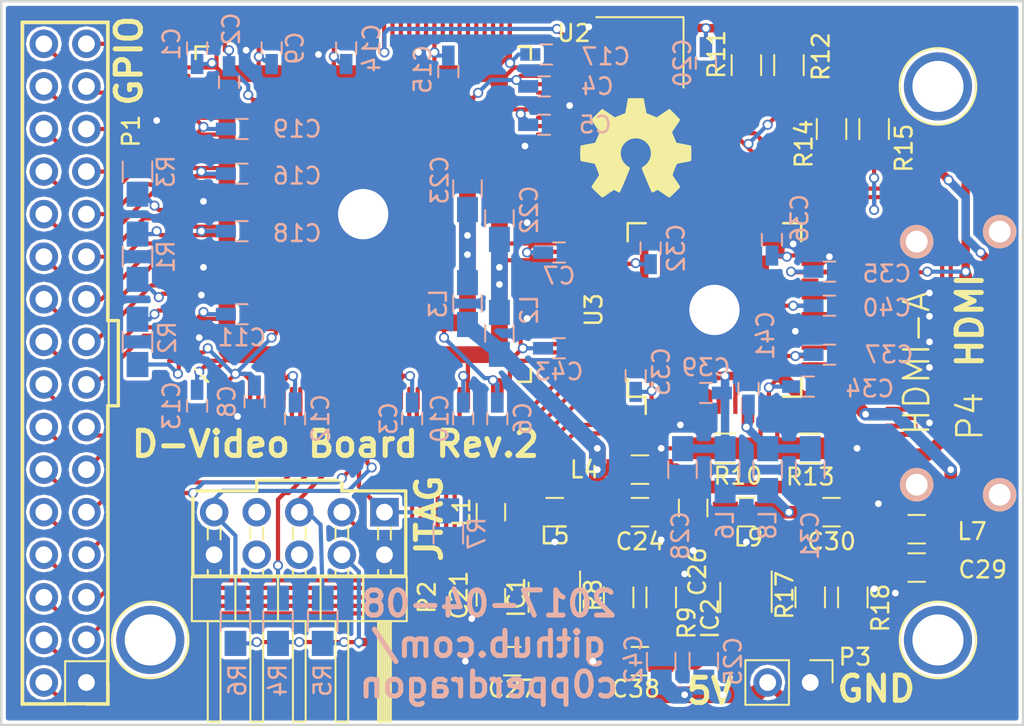
<source format=kicad_pcb>
(kicad_pcb (version 4) (host pcbnew 4.0.4-stable)
  (layers (0 F.Cu signal hide) (31 B.Cu signal) (34 B.Paste user) (35 F.Paste user) (36 B.SilkS user) (37 F.SilkS user hide) (38 B.Mask user) (39 F.Mask user) (44 Edge.Cuts user))
  (net 0 "")
  (net 1 "Net-(IC1-Pad3)")
  (net 2 "Net-(IC1-Pad5)")
  (net 3 "Net-(IC2-Pad3)")
  (net 4 "Net-(IC2-Pad5)")
  (net 5 "Net-(U1-Pad74)")
  (net 6 "Net-(U1-Pad75)")
  (net 7 "Net-(U1-Pad76)")
  (net 8 "Net-(U1-Pad77)")
  (net 9 "Net-(U1-Pad78)")
  (net 10 "Net-(U1-Pad79)")
  (net 11 "Net-(U1-Pad80)")
  (net 12 "Net-(U1-Pad81)")
  (net 13 "Net-(U1-Pad84)")
  (net 14 "Net-(U1-Pad85)")
  (net 15 "Net-(U1-Pad86)")
  (net 16 "Net-(U1-Pad87)")
  (net 17 "Net-(U1-Pad88)")
  (net 18 "Net-(U1-Pad89)")
  (net 19 "Net-(U1-Pad90)")
  (net 20 "Net-(U1-Pad91)")
  (net 21 "Net-(U1-Pad92)")
  (net 22 "Net-(U1-Pad93)")
  (net 23 "Net-(U1-Pad96)")
  (net 24 "Net-(U1-Pad97)")
  (net 25 "Net-(U1-Pad98)")
  (net 26 "Net-(U1-Pad99)")
  (net 27 "Net-(U1-Pad100)")
  (net 28 "Net-(U1-Pad101)")
  (net 29 "Net-(U1-Pad102)")
  (net 30 "Net-(U1-Pad105)")
  (net 31 "Net-(U1-Pad106)")
  (net 32 "Net-(U1-Pad134)")
  (net 33 GND)
  (net 34 /3V3A)
  (net 35 /3V3B)
  (net 36 /3V3C)
  (net 37 /3V3D)
  (net 38 /1V8A)
  (net 39 +5V)
  (net 40 /1V8B)
  (net 41 /1V8C)
  (net 42 "Net-(P4-Pad1)")
  (net 43 "Net-(P4-Pad3)")
  (net 44 "Net-(P4-Pad4)")
  (net 45 "Net-(P4-Pad6)")
  (net 46 "Net-(P4-Pad7)")
  (net 47 "Net-(P4-Pad9)")
  (net 48 "Net-(P4-Pad10)")
  (net 49 "Net-(P4-Pad12)")
  (net 50 "Net-(P4-Pad13)")
  (net 51 "Net-(P4-Pad14)")
  (net 52 "Net-(P4-Pad15)")
  (net 53 "Net-(P4-Pad16)")
  (net 54 "Net-(P4-Pad19)")
  (net 55 "Net-(P4-Pad18)")
  (net 56 "Net-(R11-Pad1)")
  (net 57 "Net-(P1-Pad3)")
  (net 58 "Net-(P1-Pad4)")
  (net 59 "Net-(P1-Pad5)")
  (net 60 "Net-(P1-Pad6)")
  (net 61 "Net-(P1-Pad7)")
  (net 62 "Net-(P1-Pad8)")
  (net 63 "Net-(P1-Pad9)")
  (net 64 "Net-(P1-Pad10)")
  (net 65 "Net-(P1-Pad11)")
  (net 66 "Net-(P1-Pad12)")
  (net 67 "Net-(P1-Pad13)")
  (net 68 "Net-(P1-Pad14)")
  (net 69 "Net-(P1-Pad15)")
  (net 70 "Net-(P1-Pad16)")
  (net 71 "Net-(P1-Pad17)")
  (net 72 "Net-(P1-Pad18)")
  (net 73 "Net-(P1-Pad19)")
  (net 74 "Net-(P1-Pad20)")
  (net 75 "Net-(P1-Pad21)")
  (net 76 "Net-(P1-Pad22)")
  (net 77 "Net-(P1-Pad23)")
  (net 78 "Net-(P1-Pad24)")
  (net 79 "Net-(P1-Pad25)")
  (net 80 "Net-(P1-Pad26)")
  (net 81 "Net-(P1-Pad27)")
  (net 82 "Net-(P1-Pad28)")
  (net 83 "Net-(P1-Pad29)")
  (net 84 "Net-(P1-Pad30)")
  (net 85 "Net-(P1-Pad31)")
  (net 86 "Net-(P1-Pad32)")
  (net 87 "Net-(P2-Pad1)")
  (net 88 "Net-(P2-Pad3)")
  (net 89 "Net-(P2-Pad5)")
  (net 90 "Net-(P2-Pad6)")
  (net 91 "Net-(P2-Pad7)")
  (net 92 "Net-(P2-Pad8)")
  (net 93 "Net-(P2-Pad9)")
  (net 94 "Net-(R1-Pad1)")
  (net 95 "Net-(R2-Pad1)")
  (net 96 "Net-(R3-Pad1)")
  (net 97 "Net-(R4-Pad1)")
  (net 98 "Net-(R10-Pad2)")
  (net 99 "Net-(R12-Pad1)")
  (net 100 "Net-(U1-Pad27)")
  (net 101 "Net-(U1-Pad28)")
  (net 102 "Net-(U1-Pad29)")
  (net 103 "Net-(U1-Pad30)")
  (net 104 "Net-(U1-Pad32)")
  (net 105 "Net-(U1-Pad33)")
  (net 106 "Net-(U1-Pad38)")
  (net 107 "Net-(U1-Pad39)")
  (net 108 "Net-(U1-Pad41)")
  (net 109 "Net-(U1-Pad43)")
  (net 110 "Net-(U1-Pad44)")
  (net 111 "Net-(U1-Pad45)")
  (net 112 "Net-(U1-Pad46)")
  (net 113 "Net-(U1-Pad47)")
  (net 114 "Net-(U1-Pad48)")
  (net 115 "Net-(U1-Pad50)")
  (net 116 "Net-(U1-Pad52)")
  (net 117 "Net-(U1-Pad54)")
  (net 118 "Net-(U1-Pad55)")
  (net 119 "Net-(U1-Pad56)")
  (net 120 "Net-(U1-Pad57)")
  (net 121 "Net-(U1-Pad58)")
  (net 122 "Net-(U1-Pad59)")
  (net 123 "Net-(U1-Pad60)")
  (net 124 "Net-(U1-Pad61)")
  (net 125 "Net-(U1-Pad62)")
  (net 126 "Net-(U1-Pad64)")
  (net 127 "Net-(U1-Pad65)")
  (net 128 "Net-(U1-Pad66)")
  (net 129 /3V3)
  (net 130 /1V8)
  (net 131 "Net-(U3-Pad28)")
  (net 132 "Net-(P1-Pad2)")
  (module Housings_QFP:LQFP-64-1EP_10x10mm_Pitch0.5mm (layer F.Cu) (at 131.445 61.595 90)
    (fp_text reference U3 (at 0 -7.2 90) (layer F.SilkS))
    (fp_text value ADV7513)
    (pad 1 smd rect (at -5.7 -3.75 90) (size 1 0.25) (layers F.Cu F.Paste F.Mask) (net 38 /1V8A))
    (pad 2 smd rect (at -5.7 -3.25 90) (size 1 0.25) (layers F.Cu F.Paste F.Mask) (net 101 "Net-(U1-Pad28)"))
    (pad 3 smd rect (at -5.7 -2.75 90) (size 1 0.25) (layers F.Cu F.Paste F.Mask) (net 100 "Net-(U1-Pad27)"))
    (pad 4 smd rect (at -5.7 -2.25 90) (size 1 0.25) (layers F.Cu F.Paste F.Mask) (net 33 GND))
    (pad 5 smd rect (at -5.7 -1.75 90) (size 1 0.25) (layers F.Cu F.Paste F.Mask) (net 33 GND))
    (pad 6 smd rect (at -5.7 -1.25 90) (size 1 0.25) (layers F.Cu F.Paste F.Mask) (net 33 GND))
    (pad 7 smd rect (at -5.7 -0.75 90) (size 1 0.25) (layers F.Cu F.Paste F.Mask) (net 33 GND))
    (pad 8 smd rect (at -5.7 -0.25 90) (size 1 0.25) (layers F.Cu F.Paste F.Mask) (net 33 GND))
    (pad 9 smd rect (at -5.7 0.25 90) (size 1 0.25) (layers F.Cu F.Paste F.Mask) (net 33 GND))
    (pad 10 smd rect (at -5.7 0.75 90) (size 1 0.25) (layers F.Cu F.Paste F.Mask) (net 33 GND))
    (pad 11 smd rect (at -5.7 1.25 90) (size 1 0.25) (layers F.Cu F.Paste F.Mask) (net 38 /1V8A))
    (pad 12 smd rect (at -5.7 1.75 90) (size 1 0.25) (layers F.Cu F.Paste F.Mask) (net 41 /1V8C))
    (pad 13 smd rect (at -5.7 2.25 90) (size 1 0.25) (layers F.Cu F.Paste F.Mask) (net 41 /1V8C))
    (pad 14 smd rect (at -5.7 2.75 90) (size 1 0.25) (layers F.Cu F.Paste F.Mask) (net 98 "Net-(R10-Pad2)"))
    (pad 15 smd rect (at -5.7 3.25 90) (size 1 0.25) (layers F.Cu F.Paste F.Mask) (net 40 /1V8B))
    (pad 16 smd rect (at -5.7 3.75 90) (size 1 0.25) (layers F.Cu F.Paste F.Mask) (net 54 "Net-(P4-Pad19)"))
    (pad 17 smd rect (at -3.75 5.7 180) (size 1 0.25) (layers F.Cu F.Paste F.Mask) (net 49 "Net-(P4-Pad12)"))
    (pad 18 smd rect (at -3.25 5.7 180) (size 1 0.25) (layers F.Cu F.Paste F.Mask) (net 48 "Net-(P4-Pad10)"))
    (pad 19 smd rect (at -2.75 5.7 180) (size 1 0.25) (layers F.Cu F.Paste F.Mask) (net 40 /1V8B))
    (pad 20 smd rect (at -2.25 5.7 180) (size 1 0.25) (layers F.Cu F.Paste F.Mask) (net 47 "Net-(P4-Pad9)"))
    (pad 21 smd rect (at -1.75 5.7 180) (size 1 0.25) (layers F.Cu F.Paste F.Mask) (net 46 "Net-(P4-Pad7)"))
    (pad 22 smd rect (at -1.25 5.7 180) (size 1 0.25) (layers F.Cu F.Paste F.Mask) (net 33 GND))
    (pad 23 smd rect (at -0.75 5.7 180) (size 1 0.25) (layers F.Cu F.Paste F.Mask) (net 45 "Net-(P4-Pad6)"))
    (pad 24 smd rect (at -0.25 5.7 180) (size 1 0.25) (layers F.Cu F.Paste F.Mask) (net 44 "Net-(P4-Pad4)"))
    (pad 25 smd rect (at 0.25 5.7 180) (size 1 0.25) (layers F.Cu F.Paste F.Mask) (net 40 /1V8B))
    (pad 26 smd rect (at 0.75 5.7 180) (size 1 0.25) (layers F.Cu F.Paste F.Mask) (net 43 "Net-(P4-Pad3)"))
    (pad 27 smd rect (at 1.25 5.7 180) (size 1 0.25) (layers F.Cu F.Paste F.Mask) (net 42 "Net-(P4-Pad1)"))
    (pad 28 smd rect (at 1.75 5.7 180) (size 1 0.25) (layers F.Cu F.Paste F.Mask) (net 131 "Net-(U3-Pad28)"))
    (pad 29 smd rect (at 2.25 5.7 180) (size 1 0.25) (layers F.Cu F.Paste F.Mask) (net 37 /3V3D))
    (pad 30 smd rect (at 2.75 5.7 180) (size 1 0.25) (layers F.Cu F.Paste F.Mask) (net 33 GND))
    (pad 31 smd rect (at 3.25 5.7 180) (size 1 0.25) (layers F.Cu F.Paste F.Mask) (net 38 /1V8A))
    (pad 32 smd rect (at 3.75 5.7 180) (size 1 0.25) (layers F.Cu F.Paste F.Mask) (net 33 GND))
    (pad 33 smd rect (at 5.7 3.75 90) (size 1 0.25) (layers F.Cu F.Paste F.Mask) (net 52 "Net-(P4-Pad15)"))
    (pad 34 smd rect (at 5.7 3.25 90) (size 1 0.25) (layers F.Cu F.Paste F.Mask) (net 53 "Net-(P4-Pad16)"))
    (pad 35 smd rect (at 5.7 2.75 90) (size 1 0.25) (layers F.Cu F.Paste F.Mask) (net 56 "Net-(R11-Pad1)"))
    (pad 36 smd rect (at 5.7 2.25 90) (size 1 0.25) (layers F.Cu F.Paste F.Mask) (net 99 "Net-(R12-Pad1)"))
    (pad 37 smd rect (at 5.7 1.75 90) (size 1 0.25) (layers F.Cu F.Paste F.Mask) (net 128 "Net-(U1-Pad66)"))
    (pad 38 smd rect (at 5.7 1.25 90) (size 1 0.25) (layers F.Cu F.Paste F.Mask) (net 127 "Net-(U1-Pad65)"))
    (pad 39 smd rect (at 5.7 0.75 90) (size 1 0.25) (layers F.Cu F.Paste F.Mask) (net 126 "Net-(U1-Pad64)"))
    (pad 40 smd rect (at 5.7 0.25 90) (size 1 0.25) (layers F.Cu F.Paste F.Mask) (net 125 "Net-(U1-Pad62)"))
    (pad 41 smd rect (at 5.7 -0.25 90) (size 1 0.25) (layers F.Cu F.Paste F.Mask) (net 124 "Net-(U1-Pad61)"))
    (pad 42 smd rect (at 5.7 -0.75 90) (size 1 0.25) (layers F.Cu F.Paste F.Mask) (net 123 "Net-(U1-Pad60)"))
    (pad 43 smd rect (at 5.7 -1.25 90) (size 1 0.25) (layers F.Cu F.Paste F.Mask) (net 122 "Net-(U1-Pad59)"))
    (pad 44 smd rect (at 5.7 -1.75 90) (size 1 0.25) (layers F.Cu F.Paste F.Mask) (net 121 "Net-(U1-Pad58)"))
    (pad 45 smd rect (at 5.7 -2.25 90) (size 1 0.25) (layers F.Cu F.Paste F.Mask) (net 120 "Net-(U1-Pad57)"))
    (pad 46 smd rect (at 5.7 -2.75 90) (size 1 0.25) (layers F.Cu F.Paste F.Mask) (net 119 "Net-(U1-Pad56)"))
    (pad 47 smd rect (at 5.7 -3.25 90) (size 1 0.25) (layers F.Cu F.Paste F.Mask) (net 118 "Net-(U1-Pad55)"))
    (pad 48 smd rect (at 5.7 -3.75 90) (size 1 0.25) (layers F.Cu F.Paste F.Mask) (net 117 "Net-(U1-Pad54)"))
    (pad 49 smd rect (at 3.75 -5.7 180) (size 1 0.25) (layers F.Cu F.Paste F.Mask) (net 116 "Net-(U1-Pad52)"))
    (pad 50 smd rect (at 3.25 -5.7 180) (size 1 0.25) (layers F.Cu F.Paste F.Mask) (net 115 "Net-(U1-Pad50)"))
    (pad 51 smd rect (at 2.75 -5.7 180) (size 1 0.25) (layers F.Cu F.Paste F.Mask) (net 38 /1V8A))
    (pad 52 smd rect (at 2.25 -5.7 180) (size 1 0.25) (layers F.Cu F.Paste F.Mask) (net 114 "Net-(U1-Pad48)"))
    (pad 53 smd rect (at 1.75 -5.7 180) (size 1 0.25) (layers F.Cu F.Paste F.Mask) (net 113 "Net-(U1-Pad47)"))
    (pad 54 smd rect (at 1.25 -5.7 180) (size 1 0.25) (layers F.Cu F.Paste F.Mask) (net 112 "Net-(U1-Pad46)"))
    (pad 55 smd rect (at 0.75 -5.7 180) (size 1 0.25) (layers F.Cu F.Paste F.Mask) (net 111 "Net-(U1-Pad45)"))
    (pad 56 smd rect (at 0.25 -5.7 180) (size 1 0.25) (layers F.Cu F.Paste F.Mask) (net 110 "Net-(U1-Pad44)"))
    (pad 57 smd rect (at -0.25 -5.7 180) (size 1 0.25) (layers F.Cu F.Paste F.Mask) (net 109 "Net-(U1-Pad43)"))
    (pad 58 smd rect (at -0.75 -5.7 180) (size 1 0.25) (layers F.Cu F.Paste F.Mask) (net 108 "Net-(U1-Pad41)"))
    (pad 59 smd rect (at -1.25 -5.7 180) (size 1 0.25) (layers F.Cu F.Paste F.Mask) (net 107 "Net-(U1-Pad39)"))
    (pad 60 smd rect (at -1.75 -5.7 180) (size 1 0.25) (layers F.Cu F.Paste F.Mask) (net 106 "Net-(U1-Pad38)"))
    (pad 61 smd rect (at -2.25 -5.7 180) (size 1 0.25) (layers F.Cu F.Paste F.Mask) (net 105 "Net-(U1-Pad33)"))
    (pad 62 smd rect (at -2.75 -5.7 180) (size 1 0.25) (layers F.Cu F.Paste F.Mask) (net 104 "Net-(U1-Pad32)"))
    (pad 63 smd rect (at -3.25 -5.7 180) (size 1 0.25) (layers F.Cu F.Paste F.Mask) (net 103 "Net-(U1-Pad30)"))
    (pad 64 smd rect (at -3.75 -5.7 180) (size 1 0.25) (layers F.Cu F.Paste F.Mask) (net 102 "Net-(U1-Pad29)"))
    (pad 65 smd rect (at -2.6 -2.6 90) (size 1.3 1.3) (layers F.Cu F.Paste F.Mask) (net 33 GND))
    (pad 65 smd rect (at -1.3 -2.6 90) (size 1.3 1.3) (layers F.Cu F.Paste F.Mask) (net 33 GND))
    (pad 65 smd rect (at 0 -2.6 90) (size 1.3 1.3) (layers F.Cu F.Paste F.Mask) (net 33 GND))
    (pad 65 smd rect (at 1.3 -2.6 90) (size 1.3 1.3) (layers F.Cu F.Paste F.Mask) (net 33 GND))
    (pad 65 smd rect (at 2.6 -2.6 90) (size 1.3 1.3) (layers F.Cu F.Paste F.Mask) (net 33 GND))
    (pad 65 smd rect (at -2.6 -1.3 90) (size 1.3 1.3) (layers F.Cu F.Paste F.Mask) (net 33 GND))
    (pad 65 smd rect (at -1.3 -1.3 90) (size 1.3 1.3) (layers F.Cu F.Paste F.Mask) (net 33 GND))
    (pad 65 smd rect (at 0 -1.3 90) (size 1.3 1.3) (layers F.Cu F.Paste F.Mask) (net 33 GND))
    (pad 65 smd rect (at 1.3 -1.3 90) (size 1.3 1.3) (layers F.Cu F.Paste F.Mask) (net 33 GND))
    (pad 65 smd rect (at 2.6 -1.3 90) (size 1.3 1.3) (layers F.Cu F.Paste F.Mask) (net 33 GND))
    (pad 65 smd rect (at -2.6 0 90) (size 1.3 1.3) (layers F.Cu F.Paste F.Mask) (net 33 GND))
    (pad 65 smd rect (at -1.3 0 90) (size 1.3 1.3) (layers F.Cu F.Paste F.Mask) (net 33 GND))
    (pad 65 smd rect (at 0 0 90) (size 1.3 1.3) (layers F.Cu F.Paste F.Mask) (net 33 GND))
    (pad 65 smd rect (at 1.3 0 90) (size 1.3 1.3) (layers F.Cu F.Paste F.Mask) (net 33 GND))
    (pad 65 smd rect (at 2.6 0 90) (size 1.3 1.3) (layers F.Cu F.Paste F.Mask) (net 33 GND))
    (pad 65 smd rect (at -2.6 1.3 90) (size 1.3 1.3) (layers F.Cu F.Paste F.Mask) (net 33 GND))
    (pad 65 smd rect (at -1.3 1.3 90) (size 1.3 1.3) (layers F.Cu F.Paste F.Mask) (net 33 GND))
    (pad 65 smd rect (at 0 1.3 90) (size 1.3 1.3) (layers F.Cu F.Paste F.Mask) (net 33 GND))
    (pad 65 smd rect (at 1.3 1.3 90) (size 1.3 1.3) (layers F.Cu F.Paste F.Mask) (net 33 GND))
    (pad 65 smd rect (at 2.6 1.3 90) (size 1.3 1.3) (layers F.Cu F.Paste F.Mask) (net 33 GND))
    (pad 65 smd rect (at -2.6 2.6 90) (size 1.3 1.3) (layers F.Cu F.Paste F.Mask) (net 33 GND))
    (pad 65 smd rect (at -1.3 2.6 90) (size 1.3 1.3) (layers F.Cu F.Paste F.Mask) (net 33 GND))
    (pad 65 smd rect (at 0 2.6 90) (size 1.3 1.3) (layers F.Cu F.Paste F.Mask) (net 33 GND))
    (pad 65 smd rect (at 1.3 2.6 90) (size 1.3 1.3) (layers F.Cu F.Paste F.Mask) (net 33 GND))
    (pad 65 smd rect (at 2.6 2.6 90) (size 1.3 1.3) (layers F.Cu F.Paste F.Mask) (net 33 GND))
  )
  (module Connect:1pin (layer F.Cu) (at 97.79 81.28)
    (fp_text reference "" (at 0 -3.048) (layer F.SilkS))
    (fp_text value 1pin)
    (pad 1 thru_hole circle (at 0 0) (size 4.064 4.064) (drill 3.048) (layers *.Cu *.Mask))
  )
  (module Capacitors_SMD:C_0603_HandSoldering (layer B.Cu) (at 100.584 45.974 90)
    (fp_text reference C1 (at 0.254 -1.524 90) (layer B.SilkS) (effects (justify mirror)))
    (fp_text value 100nF)
    (pad 1 smd rect (at -0.95 0 90) (size 1.2 0.75) (layers B.Cu B.Paste B.Mask) (net 35 /3V3B))
    (pad 2 smd rect (at 0.95 0 90) (size 1.2 0.75) (layers B.Cu B.Paste B.Mask) (net 33 GND))
  )
  (module Capacitors_SMD:C_0603_HandSoldering (layer B.Cu) (at 102.489 48.006 270)
    (fp_text reference C2 (at -3.175 -0.127 270) (layer B.SilkS) (effects (justify mirror)))
    (fp_text value 100nF)
    (pad 1 smd rect (at -0.95 0 270) (size 1.2 0.75) (layers B.Cu B.Paste B.Mask) (net 36 /3V3C))
    (pad 2 smd rect (at 0.95 0 270) (size 1.2 0.75) (layers B.Cu B.Paste B.Mask) (net 33 GND))
  )
  (module Capacitors_SMD:C_0603_HandSoldering (layer B.Cu) (at 113.411 68.072 270)
    (fp_text reference C3 (at 0 1.397 270) (layer B.SilkS) (effects (justify mirror)))
    (fp_text value 100nF)
    (pad 1 smd rect (at -0.95 0 270) (size 1.2 0.75) (layers B.Cu B.Paste B.Mask) (net 35 /3V3B))
    (pad 2 smd rect (at 0.95 0 270) (size 1.2 0.75) (layers B.Cu B.Paste B.Mask) (net 33 GND))
  )
  (module Capacitors_SMD:C_0603_HandSoldering (layer B.Cu) (at 121.285 48.26)
    (fp_text reference C4 (at 3.175 0) (layer B.SilkS) (effects (justify mirror)))
    (fp_text value 100nF)
    (pad 1 smd rect (at -0.95 0) (size 1.2 0.75) (layers B.Cu B.Paste B.Mask) (net 36 /3V3C))
    (pad 2 smd rect (at 0.95 0) (size 1.2 0.75) (layers B.Cu B.Paste B.Mask) (net 33 GND))
  )
  (module Capacitors_SMD:C_0603_HandSoldering (layer B.Cu) (at 121.285 50.546)
    (fp_text reference C5 (at 3.048 0) (layer B.SilkS) (effects (justify mirror)))
    (fp_text value 100nF)
    (pad 1 smd rect (at -0.95 0) (size 1.2 0.75) (layers B.Cu B.Paste B.Mask) (net 35 /3V3B))
    (pad 2 smd rect (at 0.95 0) (size 1.2 0.75) (layers B.Cu B.Paste B.Mask) (net 33 GND))
  )
  (module Capacitors_SMD:C_0603_HandSoldering (layer B.Cu) (at 118.491 68.072 270)
    (fp_text reference C6 (at 0 -1.524 270) (layer B.SilkS) (effects (justify mirror)))
    (fp_text value 100nF)
    (pad 1 smd rect (at -0.95 0 270) (size 1.2 0.75) (layers B.Cu B.Paste B.Mask) (net 36 /3V3C))
    (pad 2 smd rect (at 0.95 0 270) (size 1.2 0.75) (layers B.Cu B.Paste B.Mask) (net 33 GND))
  )
  (module Capacitors_SMD:C_0603_HandSoldering (layer B.Cu) (at 122.174 58.166)
    (fp_text reference C7 (at 0 1.397) (layer B.SilkS) (effects (justify mirror)))
    (fp_text value 100nF)
    (pad 1 smd rect (at -0.95 0) (size 1.2 0.75) (layers B.Cu B.Paste B.Mask) (net 35 /3V3B))
    (pad 2 smd rect (at 0.95 0) (size 1.2 0.75) (layers B.Cu B.Paste B.Mask) (net 33 GND))
  )
  (module Capacitors_SMD:C_0603_HandSoldering (layer B.Cu) (at 104.013 67.056 270)
    (fp_text reference C8 (at 0 1.651 270) (layer B.SilkS) (effects (justify mirror)))
    (fp_text value 100nF)
    (pad 1 smd rect (at -0.95 0 270) (size 1.2 0.75) (layers B.Cu B.Paste B.Mask) (net 36 /3V3C))
    (pad 2 smd rect (at 0.95 0 270) (size 1.2 0.75) (layers B.Cu B.Paste B.Mask) (net 33 GND))
  )
  (module Capacitors_SMD:C_0603_HandSoldering (layer B.Cu) (at 105.029 45.974 90)
    (fp_text reference C9 (at 0 1.397 90) (layer B.SilkS) (effects (justify mirror)))
    (fp_text value 100nF)
    (pad 1 smd rect (at -0.95 0 90) (size 1.2 0.75) (layers B.Cu B.Paste B.Mask) (net 35 /3V3B))
    (pad 2 smd rect (at 0.95 0 90) (size 1.2 0.75) (layers B.Cu B.Paste B.Mask) (net 33 GND))
  )
  (module Capacitors_SMD:C_0603_HandSoldering (layer B.Cu) (at 116.459 68.072 270)
    (fp_text reference C10 (at 0 1.397 270) (layer B.SilkS) (effects (justify mirror)))
    (fp_text value 100nF)
    (pad 1 smd rect (at -0.95 0 270) (size 1.2 0.75) (layers B.Cu B.Paste B.Mask) (net 35 /3V3B))
    (pad 2 smd rect (at 0.95 0 270) (size 1.2 0.75) (layers B.Cu B.Paste B.Mask) (net 33 GND))
  )
  (module Capacitors_SMD:C_0603_HandSoldering (layer B.Cu) (at 103.251 61.849)
    (fp_text reference C11 (at 0 1.397) (layer B.SilkS) (effects (justify mirror)))
    (fp_text value 100nF)
    (pad 1 smd rect (at -0.95 0) (size 1.2 0.75) (layers B.Cu B.Paste B.Mask) (net 35 /3V3B))
    (pad 2 smd rect (at 0.95 0) (size 1.2 0.75) (layers B.Cu B.Paste B.Mask) (net 33 GND))
  )
  (module Capacitors_SMD:C_0603_HandSoldering (layer B.Cu) (at 106.426 68.072 270)
    (fp_text reference C12 (at 0 -1.524 270) (layer B.SilkS) (effects (justify mirror)))
    (fp_text value 100nF)
    (pad 1 smd rect (at -0.95 0 270) (size 1.2 0.75) (layers B.Cu B.Paste B.Mask) (net 35 /3V3B))
    (pad 2 smd rect (at 0.95 0 270) (size 1.2 0.75) (layers B.Cu B.Paste B.Mask) (net 33 GND))
  )
  (module Capacitors_SMD:C_0603_HandSoldering (layer B.Cu) (at 100.584 67.31 270)
    (fp_text reference C13 (at 0 1.524 270) (layer B.SilkS) (effects (justify mirror)))
    (fp_text value 100nF)
    (pad 1 smd rect (at -0.95 0 270) (size 1.2 0.75) (layers B.Cu B.Paste B.Mask) (net 35 /3V3B))
    (pad 2 smd rect (at 0.95 0 270) (size 1.2 0.75) (layers B.Cu B.Paste B.Mask) (net 33 GND))
  )
  (module Capacitors_SMD:C_0603_HandSoldering (layer B.Cu) (at 109.474 45.974 90)
    (fp_text reference C14 (at 0 1.524 90) (layer B.SilkS) (effects (justify mirror)))
    (fp_text value 100nF)
    (pad 1 smd rect (at -0.95 0 90) (size 1.2 0.75) (layers B.Cu B.Paste B.Mask) (net 35 /3V3B))
    (pad 2 smd rect (at 0.95 0 90) (size 1.2 0.75) (layers B.Cu B.Paste B.Mask) (net 33 GND))
  )
  (module Capacitors_SMD:C_0603_HandSoldering (layer B.Cu) (at 115.57 47.371 270)
    (fp_text reference C15 (at -0.127 1.524 270) (layer B.SilkS) (effects (justify mirror)))
    (fp_text value 100nF)
    (pad 1 smd rect (at -0.95 0 270) (size 1.2 0.75) (layers B.Cu B.Paste B.Mask) (net 35 /3V3B))
    (pad 2 smd rect (at 0.95 0 270) (size 1.2 0.75) (layers B.Cu B.Paste B.Mask) (net 33 GND))
  )
  (module Capacitors_SMD:C_0603_HandSoldering (layer B.Cu) (at 103.251 53.467)
    (fp_text reference C16 (at 3.302 0.127) (layer B.SilkS) (effects (justify mirror)))
    (fp_text value 100nF)
    (pad 1 smd rect (at -0.95 0) (size 1.2 0.75) (layers B.Cu B.Paste B.Mask) (net 35 /3V3B))
    (pad 2 smd rect (at 0.95 0) (size 1.2 0.75) (layers B.Cu B.Paste B.Mask) (net 33 GND))
  )
  (module Capacitors_SMD:C_0603_HandSoldering (layer B.Cu) (at 121.412 46.355)
    (fp_text reference C17 (at 3.556 0.127) (layer B.SilkS) (effects (justify mirror)))
    (fp_text value 100nF)
    (pad 1 smd rect (at -0.95 0) (size 1.2 0.75) (layers B.Cu B.Paste B.Mask) (net 35 /3V3B))
    (pad 2 smd rect (at 0.95 0) (size 1.2 0.75) (layers B.Cu B.Paste B.Mask) (net 33 GND))
  )
  (module Capacitors_SMD:C_0603_HandSoldering (layer B.Cu) (at 103.251 56.896)
    (fp_text reference C18 (at 3.302 0.127) (layer B.SilkS) (effects (justify mirror)))
    (fp_text value 100nF)
    (pad 1 smd rect (at -0.95 0) (size 1.2 0.75) (layers B.Cu B.Paste B.Mask) (net 35 /3V3B))
    (pad 2 smd rect (at 0.95 0) (size 1.2 0.75) (layers B.Cu B.Paste B.Mask) (net 33 GND))
  )
  (module Capacitors_SMD:C_0603_HandSoldering (layer B.Cu) (at 103.251 50.8)
    (fp_text reference C19 (at 3.302 0) (layer B.SilkS) (effects (justify mirror)))
    (fp_text value 100nF)
    (pad 1 smd rect (at -0.95 0) (size 1.2 0.75) (layers B.Cu B.Paste B.Mask) (net 35 /3V3B))
    (pad 2 smd rect (at 0.95 0) (size 1.2 0.75) (layers B.Cu B.Paste B.Mask) (net 33 GND))
  )
  (module Capacitors_SMD:C_0603_HandSoldering (layer B.Cu) (at 130.937 46.863 270)
    (fp_text reference C20 (at 0 1.397 270) (layer B.SilkS) (effects (justify mirror)))
    (fp_text value 100nF)
    (pad 1 smd rect (at -0.95 0 270) (size 1.2 0.75) (layers B.Cu B.Paste B.Mask) (net 37 /3V3D))
    (pad 2 smd rect (at 0.95 0 270) (size 1.2 0.75) (layers B.Cu B.Paste B.Mask) (net 33 GND))
  )
  (module Capacitors_SMD:C_0805_HandSoldering (layer F.Cu) (at 118.11 78.74 270)
    (fp_text reference C21 (at -0.127 1.905 270) (layer F.SilkS))
    (fp_text value 10uF)
    (pad 1 smd rect (at -1.25 0 270) (size 1.5 1.25) (layers F.Cu F.Paste F.Mask) (net 34 /3V3A))
    (pad 2 smd rect (at 1.25 0 270) (size 1.5 1.25) (layers F.Cu F.Paste F.Mask) (net 33 GND))
  )
  (module Capacitors_SMD:C_0805_HandSoldering (layer B.Cu) (at 118.618 56.134 90)
    (fp_text reference C22 (at 0.508 1.778 90) (layer B.SilkS) (effects (justify mirror)))
    (fp_text value 10uF)
    (pad 1 smd rect (at -1.25 0 90) (size 1.5 1.25) (layers B.Cu B.Paste B.Mask) (net 35 /3V3B))
    (pad 2 smd rect (at 1.25 0 90) (size 1.5 1.25) (layers B.Cu B.Paste B.Mask) (net 33 GND))
  )
  (module Capacitors_SMD:C_0805_HandSoldering (layer B.Cu) (at 116.713 54.356 90)
    (fp_text reference C23 (at 0.508 -1.651 90) (layer B.SilkS) (effects (justify mirror)))
    (fp_text value 10uF)
    (pad 1 smd rect (at -1.25 0 90) (size 1.5 1.25) (layers B.Cu B.Paste B.Mask) (net 36 /3V3C))
    (pad 2 smd rect (at 1.25 0 90) (size 1.5 1.25) (layers B.Cu B.Paste B.Mask) (net 33 GND))
  )
  (module Capacitors_SMD:C_0805_HandSoldering (layer F.Cu) (at 127 73.66 180)
    (fp_text reference C24 (at 0 -1.75 180) (layer F.SilkS))
    (fp_text value 10uF)
    (pad 1 smd rect (at -1.25 0 180) (size 1.5 1.25) (layers F.Cu F.Paste F.Mask) (net 33 GND))
    (pad 2 smd rect (at 1.25 0 180) (size 1.5 1.25) (layers F.Cu F.Paste F.Mask) (net 129 /3V3))
  )
  (module Capacitors_SMD:C_0805_HandSoldering (layer F.Cu) (at 130.175 73.406 270)
    (fp_text reference C26 (at 3.81 -0.254 270) (layer F.SilkS))
    (fp_text value 10uF)
    (pad 1 smd rect (at -1.25 0 270) (size 1.5 1.25) (layers F.Cu F.Paste F.Mask) (net 37 /3V3D))
    (pad 2 smd rect (at 1.25 0 270) (size 1.5 1.25) (layers F.Cu F.Paste F.Mask) (net 33 GND))
  )
  (module Capacitors_SMD:C_0805_HandSoldering (layer F.Cu) (at 119.38 82.55)
    (fp_text reference C27 (at 0 1.651) (layer F.SilkS))
    (fp_text value 4.7u)
    (pad 1 smd rect (at -1.25 0) (size 1.5 1.25) (layers F.Cu F.Paste F.Mask) (net 33 GND))
    (pad 2 smd rect (at 1.25 0) (size 1.5 1.25) (layers F.Cu F.Paste F.Mask) (net 39 +5V))
  )
  (module Capacitors_SMD:C_0805_HandSoldering (layer B.Cu) (at 129.54 71.12 270)
    (fp_text reference C28 (at 3.937 0.127 270) (layer B.SilkS) (effects (justify mirror)))
    (fp_text value 10uF)
    (pad 1 smd rect (at -1.25 0 270) (size 1.5 1.25) (layers B.Cu B.Paste B.Mask) (net 38 /1V8A))
    (pad 2 smd rect (at 1.25 0 270) (size 1.5 1.25) (layers B.Cu B.Paste B.Mask) (net 33 GND))
  )
  (module Capacitors_SMD:C_0805_HandSoldering (layer F.Cu) (at 143.51 76.962 180)
    (fp_text reference C29 (at -3.937 -0.127 180) (layer F.SilkS))
    (fp_text value 10uF)
    (pad 1 smd rect (at -1.25 0 180) (size 1.5 1.25) (layers F.Cu F.Paste F.Mask) (net 40 /1V8B))
    (pad 2 smd rect (at 1.25 0 180) (size 1.5 1.25) (layers F.Cu F.Paste F.Mask) (net 33 GND))
  )
  (module Capacitors_SMD:C_0805_HandSoldering (layer F.Cu) (at 138.43 73.66 180)
    (fp_text reference C30 (at 0 -1.75 180) (layer F.SilkS))
    (fp_text value 10uF)
    (pad 1 smd rect (at -1.25 0 180) (size 1.5 1.25) (layers F.Cu F.Paste F.Mask) (net 33 GND))
    (pad 2 smd rect (at 1.25 0 180) (size 1.5 1.25) (layers F.Cu F.Paste F.Mask) (net 130 /1V8))
  )
  (module Capacitors_SMD:C_0805_HandSoldering (layer B.Cu) (at 137.16 71.12 270)
    (fp_text reference C31 (at 3.937 0 270) (layer B.SilkS) (effects (justify mirror)))
    (fp_text value 10uF)
    (pad 1 smd rect (at -1.25 0 270) (size 1.5 1.25) (layers B.Cu B.Paste B.Mask) (net 41 /1V8C))
    (pad 2 smd rect (at 1.25 0 270) (size 1.5 1.25) (layers B.Cu B.Paste B.Mask) (net 33 GND))
  )
  (module Capacitors_SMD:C_0603_HandSoldering (layer B.Cu) (at 127.635 57.912 90)
    (fp_text reference C32 (at 0 1.524 90) (layer B.SilkS) (effects (justify mirror)))
    (fp_text value 100nF)
    (pad 1 smd rect (at -0.95 0 90) (size 1.2 0.75) (layers B.Cu B.Paste B.Mask) (net 38 /1V8A))
    (pad 2 smd rect (at 0.95 0 90) (size 1.2 0.75) (layers B.Cu B.Paste B.Mask) (net 33 GND))
  )
  (module Capacitors_SMD:C_0603_HandSoldering (layer B.Cu) (at 126.746 65.532 90)
    (fp_text reference C33 (at 0.254 1.524 90) (layer B.SilkS) (effects (justify mirror)))
    (fp_text value 100nF)
    (pad 1 smd rect (at -0.95 0 90) (size 1.2 0.75) (layers B.Cu B.Paste B.Mask) (net 38 /1V8A))
    (pad 2 smd rect (at 0.95 0 90) (size 1.2 0.75) (layers B.Cu B.Paste B.Mask) (net 33 GND))
  )
  (module Capacitors_SMD:C_0603_HandSoldering (layer B.Cu) (at 137.033 66.167)
    (fp_text reference C34 (at 3.683 0.127) (layer B.SilkS) (effects (justify mirror)))
    (fp_text value 100nF)
    (pad 1 smd rect (at -0.95 0) (size 1.2 0.75) (layers B.Cu B.Paste B.Mask) (net 40 /1V8B))
    (pad 2 smd rect (at 0.95 0) (size 1.2 0.75) (layers B.Cu B.Paste B.Mask) (net 33 GND))
  )
  (module Capacitors_SMD:C_0603_HandSoldering (layer B.Cu) (at 138.303 59.309 180)
    (fp_text reference C35 (at -3.429 -0.127 180) (layer B.SilkS) (effects (justify mirror)))
    (fp_text value 100nF)
    (pad 1 smd rect (at -0.95 0 180) (size 1.2 0.75) (layers B.Cu B.Paste B.Mask) (net 33 GND))
    (pad 2 smd rect (at 0.95 0 180) (size 1.2 0.75) (layers B.Cu B.Paste B.Mask) (net 37 /3V3D))
  )
  (module Capacitors_SMD:C_0603_HandSoldering (layer B.Cu) (at 134.874 57.404 90)
    (fp_text reference C36 (at 1.27 1.651 90) (layer B.SilkS) (effects (justify mirror)))
    (fp_text value 100nF)
    (pad 1 smd rect (at -0.95 0 90) (size 1.2 0.75) (layers B.Cu B.Paste B.Mask) (net 38 /1V8A))
    (pad 2 smd rect (at 0.95 0 90) (size 1.2 0.75) (layers B.Cu B.Paste B.Mask) (net 33 GND))
  )
  (module Capacitors_SMD:C_0603_HandSoldering (layer B.Cu) (at 138.303 64.262)
    (fp_text reference C37 (at 3.556 0) (layer B.SilkS) (effects (justify mirror)))
    (fp_text value 100nF)
    (pad 1 smd rect (at -0.95 0) (size 1.2 0.75) (layers B.Cu B.Paste B.Mask) (net 40 /1V8B))
    (pad 2 smd rect (at 0.95 0) (size 1.2 0.75) (layers B.Cu B.Paste B.Mask) (net 33 GND))
  )
  (module Capacitors_SMD:C_0805_HandSoldering (layer F.Cu) (at 127 82.55)
    (fp_text reference C38 (at -0.254 1.651) (layer F.SilkS))
    (fp_text value 4.7u)
    (pad 1 smd rect (at -1.25 0) (size 1.5 1.25) (layers F.Cu F.Paste F.Mask) (net 33 GND))
    (pad 2 smd rect (at 1.25 0) (size 1.5 1.25) (layers F.Cu F.Paste F.Mask) (net 39 +5V))
  )
  (module Capacitors_SMD:C_0603_HandSoldering (layer B.Cu) (at 130.937 66.548 180)
    (fp_text reference C39 (at 0 1.524 180) (layer B.SilkS) (effects (justify mirror)))
    (fp_text value 100nF)
    (pad 1 smd rect (at -0.95 0 180) (size 1.2 0.75) (layers B.Cu B.Paste B.Mask) (net 38 /1V8A))
    (pad 2 smd rect (at 0.95 0 180) (size 1.2 0.75) (layers B.Cu B.Paste B.Mask) (net 33 GND))
  )
  (module Capacitors_SMD:C_0603_HandSoldering (layer B.Cu) (at 138.303 61.341)
    (fp_text reference C40 (at 3.429 0.127) (layer B.SilkS) (effects (justify mirror)))
    (fp_text value 100nF)
    (pad 1 smd rect (at -0.95 0) (size 1.2 0.75) (layers B.Cu B.Paste B.Mask) (net 40 /1V8B))
    (pad 2 smd rect (at 0.95 0) (size 1.2 0.75) (layers B.Cu B.Paste B.Mask) (net 33 GND))
  )
  (module Capacitors_SMD:C_0603_HandSoldering (layer B.Cu) (at 133.477 66.294 270)
    (fp_text reference C41 (at -3.175 -1.016 270) (layer B.SilkS) (effects (justify mirror)))
    (fp_text value 100nF)
    (pad 1 smd rect (at -0.95 0 270) (size 1.2 0.75) (layers B.Cu B.Paste B.Mask) (net 33 GND))
    (pad 2 smd rect (at 0.95 0 270) (size 1.2 0.75) (layers B.Cu B.Paste B.Mask) (net 41 /1V8C))
  )
  (module TO_SOT_Packages_SMD:TSOT-23-5_HandSoldering (layer F.Cu) (at 121.92 78.74 270)
    (fp_text reference IC1 (at 0 2.286 270) (layer F.SilkS))
    (fp_text value AP3417C)
    (pad 1 smd rect (at -1.71 -0.95 270) (size 2 0.65) (layers F.Cu F.Paste F.Mask) (net 39 +5V))
    (pad 2 smd rect (at -1.71 0 270) (size 2 0.65) (layers F.Cu F.Paste F.Mask) (net 33 GND))
    (pad 3 smd rect (at -1.71 0.95 270) (size 2 0.65) (layers F.Cu F.Paste F.Mask) (net 1 "Net-(IC1-Pad3)"))
    (pad 4 smd rect (at 1.71 0.95 270) (size 2 0.65) (layers F.Cu F.Paste F.Mask) (net 39 +5V))
    (pad 5 smd rect (at 1.71 -0.95 270) (size 2 0.65) (layers F.Cu F.Paste F.Mask) (net 2 "Net-(IC1-Pad5)"))
  )
  (module TO_SOT_Packages_SMD:TSOT-23-5_HandSoldering (layer F.Cu) (at 133.35 78.74 270)
    (fp_text reference IC2 (at 1.27 2.159 270) (layer F.SilkS))
    (fp_text value AP3417C)
    (pad 1 smd rect (at -1.71 -0.95 270) (size 2 0.65) (layers F.Cu F.Paste F.Mask) (net 39 +5V))
    (pad 2 smd rect (at -1.71 0 270) (size 2 0.65) (layers F.Cu F.Paste F.Mask) (net 33 GND))
    (pad 3 smd rect (at -1.71 0.95 270) (size 2 0.65) (layers F.Cu F.Paste F.Mask) (net 3 "Net-(IC2-Pad3)"))
    (pad 4 smd rect (at 1.71 0.95 270) (size 2 0.65) (layers F.Cu F.Paste F.Mask) (net 39 +5V))
    (pad 5 smd rect (at 1.71 -0.95 270) (size 2 0.65) (layers F.Cu F.Paste F.Mask) (net 4 "Net-(IC2-Pad5)"))
  )
  (module Capacitors_SMD:C_0805_HandSoldering (layer F.Cu) (at 118.11 73.66 90)
    (fp_text reference L1 (at 0 -1.75 90) (layer F.SilkS))
    (fp_text value 10uH)
    (pad 1 smd rect (at -1.25 0 90) (size 1.5 1.25) (layers F.Cu F.Paste F.Mask) (net 34 /3V3A))
    (pad 2 smd rect (at 1.25 0 90) (size 1.5 1.25) (layers F.Cu F.Paste F.Mask) (net 129 /3V3))
  )
  (module Capacitors_SMD:C_0805_HandSoldering (layer B.Cu) (at 118.618 62.992 270)
    (fp_text reference L2 (at -1.397 -1.778 270) (layer B.SilkS) (effects (justify mirror)))
    (fp_text value 10uH)
    (pad 1 smd rect (at -1.25 0 270) (size 1.5 1.25) (layers B.Cu B.Paste B.Mask) (net 35 /3V3B))
    (pad 2 smd rect (at 1.25 0 270) (size 1.5 1.25) (layers B.Cu B.Paste B.Mask) (net 129 /3V3))
  )
  (module Capacitors_SMD:C_0805_HandSoldering (layer B.Cu) (at 116.713 61.214 270)
    (fp_text reference L3 (at 0 1.75 270) (layer B.SilkS) (effects (justify mirror)))
    (fp_text value 10uH)
    (pad 1 smd rect (at -1.25 0 270) (size 1.5 1.25) (layers B.Cu B.Paste B.Mask) (net 36 /3V3C))
    (pad 2 smd rect (at 1.25 0 270) (size 1.5 1.25) (layers B.Cu B.Paste B.Mask) (net 129 /3V3))
  )
  (module Capacitors_SMD:C_0805_HandSoldering (layer F.Cu) (at 127 71.12 180)
    (fp_text reference L4 (at 3.302 0 180) (layer F.SilkS))
    (fp_text value 10uH)
    (pad 1 smd rect (at -1.25 0 180) (size 1.5 1.25) (layers F.Cu F.Paste F.Mask) (net 37 /3V3D))
    (pad 2 smd rect (at 1.25 0 180) (size 1.5 1.25) (layers F.Cu F.Paste F.Mask) (net 129 /3V3))
  )
  (module Capacitors_SMD:C_0805_HandSoldering (layer F.Cu) (at 121.92 73.66)
    (fp_text reference L5 (at 0 1.397) (layer F.SilkS))
    (fp_text value 2.2uH)
    (pad 1 smd rect (at -1.25 0) (size 1.5 1.25) (layers F.Cu F.Paste F.Mask) (net 1 "Net-(IC1-Pad3)"))
    (pad 2 smd rect (at 1.25 0) (size 1.5 1.25) (layers F.Cu F.Paste F.Mask) (net 129 /3V3))
  )
  (module Capacitors_SMD:C_0805_HandSoldering (layer B.Cu) (at 132.08 71.12 270)
    (fp_text reference L6 (at 3.302 0 270) (layer B.SilkS) (effects (justify mirror)))
    (fp_text value 10uH)
    (pad 1 smd rect (at -1.25 0 270) (size 1.5 1.25) (layers B.Cu B.Paste B.Mask) (net 38 /1V8A))
    (pad 2 smd rect (at 1.25 0 270) (size 1.5 1.25) (layers B.Cu B.Paste B.Mask) (net 130 /1V8))
  )
  (module Capacitors_SMD:C_0805_HandSoldering (layer F.Cu) (at 143.51 74.676 180)
    (fp_text reference L7 (at -3.302 -0.127 180) (layer F.SilkS))
    (fp_text value 10uH)
    (pad 1 smd rect (at -1.25 0 180) (size 1.5 1.25) (layers F.Cu F.Paste F.Mask) (net 40 /1V8B))
    (pad 2 smd rect (at 1.25 0 180) (size 1.5 1.25) (layers F.Cu F.Paste F.Mask) (net 130 /1V8))
  )
  (module Capacitors_SMD:C_0805_HandSoldering (layer B.Cu) (at 134.62 71.12 270)
    (fp_text reference L8 (at 3.302 0 270) (layer B.SilkS) (effects (justify mirror)))
    (fp_text value 10uH)
    (pad 1 smd rect (at -1.25 0 270) (size 1.5 1.25) (layers B.Cu B.Paste B.Mask) (net 41 /1V8C))
    (pad 2 smd rect (at 1.25 0 270) (size 1.5 1.25) (layers B.Cu B.Paste B.Mask) (net 130 /1V8))
  )
  (module Capacitors_SMD:C_0805_HandSoldering (layer F.Cu) (at 133.35 73.66)
    (fp_text reference L9 (at 0.127 1.524) (layer F.SilkS))
    (fp_text value 2.2uH)
    (pad 1 smd rect (at -1.25 0) (size 1.5 1.25) (layers F.Cu F.Paste F.Mask) (net 3 "Net-(IC2-Pad3)"))
    (pad 2 smd rect (at 1.25 0) (size 1.5 1.25) (layers F.Cu F.Paste F.Mask) (net 130 /1V8))
  )
  (module Pin_Headers:Pin_Header_Straight_2x16_Pitch2.54mm (layer F.Cu) (at 93.98 83.82 180)
    (fp_text reference P1 (at -2.667 32.893 450) (layer F.SilkS))
    (fp_text value CONN_02X16)
    (pad 1 thru_hole rect (at 0 0 180) (size 1.7 1.7) (drill 1) (layers *.Cu *.Mask) (net 33 GND))
    (pad 2 thru_hole oval (at 2.54 0 180) (size 1.7 1.7) (drill 1) (layers *.Cu *.Mask) (net 132 "Net-(P1-Pad2)"))
    (pad 3 thru_hole oval (at 0 2.54 180) (size 1.7 1.7) (drill 1) (layers *.Cu *.Mask) (net 57 "Net-(P1-Pad3)"))
    (pad 4 thru_hole oval (at 2.54 2.54 180) (size 1.7 1.7) (drill 1) (layers *.Cu *.Mask) (net 58 "Net-(P1-Pad4)"))
    (pad 5 thru_hole oval (at 0 5.08 180) (size 1.7 1.7) (drill 1) (layers *.Cu *.Mask) (net 59 "Net-(P1-Pad5)"))
    (pad 6 thru_hole oval (at 2.54 5.08 180) (size 1.7 1.7) (drill 1) (layers *.Cu *.Mask) (net 60 "Net-(P1-Pad6)"))
    (pad 7 thru_hole oval (at 0 7.62 180) (size 1.7 1.7) (drill 1) (layers *.Cu *.Mask) (net 61 "Net-(P1-Pad7)"))
    (pad 8 thru_hole oval (at 2.54 7.62 180) (size 1.7 1.7) (drill 1) (layers *.Cu *.Mask) (net 62 "Net-(P1-Pad8)"))
    (pad 9 thru_hole oval (at 0 10.16 180) (size 1.7 1.7) (drill 1) (layers *.Cu *.Mask) (net 63 "Net-(P1-Pad9)"))
    (pad 10 thru_hole oval (at 2.54 10.16 180) (size 1.7 1.7) (drill 1) (layers *.Cu *.Mask) (net 64 "Net-(P1-Pad10)"))
    (pad 11 thru_hole oval (at 0 12.7 180) (size 1.7 1.7) (drill 1) (layers *.Cu *.Mask) (net 65 "Net-(P1-Pad11)"))
    (pad 12 thru_hole oval (at 2.54 12.7 180) (size 1.7 1.7) (drill 1) (layers *.Cu *.Mask) (net 66 "Net-(P1-Pad12)"))
    (pad 13 thru_hole oval (at 0 15.24 180) (size 1.7 1.7) (drill 1) (layers *.Cu *.Mask) (net 67 "Net-(P1-Pad13)"))
    (pad 14 thru_hole oval (at 2.54 15.24 180) (size 1.7 1.7) (drill 1) (layers *.Cu *.Mask) (net 68 "Net-(P1-Pad14)"))
    (pad 15 thru_hole oval (at 0 17.78 180) (size 1.7 1.7) (drill 1) (layers *.Cu *.Mask) (net 69 "Net-(P1-Pad15)"))
    (pad 16 thru_hole oval (at 2.54 17.78 180) (size 1.7 1.7) (drill 1) (layers *.Cu *.Mask) (net 70 "Net-(P1-Pad16)"))
    (pad 17 thru_hole oval (at 0 20.32 180) (size 1.7 1.7) (drill 1) (layers *.Cu *.Mask) (net 71 "Net-(P1-Pad17)"))
    (pad 18 thru_hole oval (at 2.54 20.32 180) (size 1.7 1.7) (drill 1) (layers *.Cu *.Mask) (net 72 "Net-(P1-Pad18)"))
    (pad 19 thru_hole oval (at 0 22.86 180) (size 1.7 1.7) (drill 1) (layers *.Cu *.Mask) (net 73 "Net-(P1-Pad19)"))
    (pad 20 thru_hole oval (at 2.54 22.86 180) (size 1.7 1.7) (drill 1) (layers *.Cu *.Mask) (net 74 "Net-(P1-Pad20)"))
    (pad 21 thru_hole oval (at 0 25.4 180) (size 1.7 1.7) (drill 1) (layers *.Cu *.Mask) (net 75 "Net-(P1-Pad21)"))
    (pad 22 thru_hole oval (at 2.54 25.4 180) (size 1.7 1.7) (drill 1) (layers *.Cu *.Mask) (net 76 "Net-(P1-Pad22)"))
    (pad 23 thru_hole oval (at 0 27.94 180) (size 1.7 1.7) (drill 1) (layers *.Cu *.Mask) (net 77 "Net-(P1-Pad23)"))
    (pad 24 thru_hole oval (at 2.54 27.94 180) (size 1.7 1.7) (drill 1) (layers *.Cu *.Mask) (net 78 "Net-(P1-Pad24)"))
    (pad 25 thru_hole oval (at 0 30.48 180) (size 1.7 1.7) (drill 1) (layers *.Cu *.Mask) (net 79 "Net-(P1-Pad25)"))
    (pad 26 thru_hole oval (at 2.54 30.48 180) (size 1.7 1.7) (drill 1) (layers *.Cu *.Mask) (net 80 "Net-(P1-Pad26)"))
    (pad 27 thru_hole oval (at 0 33.02 180) (size 1.7 1.7) (drill 1) (layers *.Cu *.Mask) (net 81 "Net-(P1-Pad27)"))
    (pad 28 thru_hole oval (at 2.54 33.02 180) (size 1.7 1.7) (drill 1) (layers *.Cu *.Mask) (net 82 "Net-(P1-Pad28)"))
    (pad 29 thru_hole oval (at 0 35.56 180) (size 1.7 1.7) (drill 1) (layers *.Cu *.Mask) (net 83 "Net-(P1-Pad29)"))
    (pad 30 thru_hole oval (at 2.54 35.56 180) (size 1.7 1.7) (drill 1) (layers *.Cu *.Mask) (net 84 "Net-(P1-Pad30)"))
    (pad 31 thru_hole oval (at 0 38.1 180) (size 1.7 1.7) (drill 1) (layers *.Cu *.Mask) (net 85 "Net-(P1-Pad31)"))
    (pad 32 thru_hole oval (at 2.54 38.1 180) (size 1.7 1.7) (drill 1) (layers *.Cu *.Mask) (net 86 "Net-(P1-Pad32)"))
  )
  (module Pin_Headers:Pin_Header_Straight_1x02_Pitch2.54mm (layer F.Cu) (at 137.16 83.82 270)
    (fp_text reference P3 (at -1.524 -2.667 360) (layer F.SilkS))
    (fp_text value POWER)
    (pad 1 thru_hole rect (at 0 0 270) (size 1.7 1.7) (drill 1) (layers *.Cu *.Mask) (net 33 GND))
    (pad 2 thru_hole oval (at 0 2.54 270) (size 1.7 1.7) (drill 1) (layers *.Cu *.Mask) (net 39 +5V))
  )
  (module footprints:FCI_10029449-11-5B13-5DRLF (layer F.Cu) (at 143.51 64.77 90)
    (fp_text reference P4 (at -3.175 3.175 90) (layer F.SilkS) (effects (font (size 1.5 1.5))))
    (fp_text value HDMI-A (at 0 0 90) (layer F.SilkS) (effects (font (size 1.5 1.5))))
    (pad SHLD thru_hole circle (at -7.85 4.95 90) (size 2 2) (drill 1.3) (layers *.Cu *.SilkS *.Mask) (net 33 GND))
    (pad SHLD thru_hole circle (at 7.85 4.95 90) (size 2 2) (drill 1.3) (layers *.Cu *.SilkS *.Mask) (net 33 GND))
    (pad SHLD thru_hole circle (at -7.25 0 90) (size 2 2) (drill 1.3) (layers *.Cu *.SilkS *.Mask) (net 33 GND))
    (pad SHLD thru_hole circle (at 7.25 0 90) (size 2 2) (drill 1.3) (layers *.Cu *.SilkS *.Mask) (net 33 GND))
    (pad 1 smd rect (at 4.75 -0.9 90) (size 0.3 1.9) (layers F.Cu F.Paste F.Mask) (net 42 "Net-(P4-Pad1)"))
    (pad 2 smd rect (at 4.25 -0.9 90) (size 0.3 1.9) (layers F.Cu F.Paste F.Mask) (net 33 GND))
    (pad 3 smd rect (at 3.75 -0.9 90) (size 0.3 1.9) (layers F.Cu F.Paste F.Mask) (net 43 "Net-(P4-Pad3)"))
    (pad 4 smd rect (at 3.25 -0.9 90) (size 0.3 1.9) (layers F.Cu F.Paste F.Mask) (net 44 "Net-(P4-Pad4)"))
    (pad 5 smd rect (at 2.75 -0.9 90) (size 0.3 1.9) (layers F.Cu F.Paste F.Mask) (net 33 GND))
    (pad 6 smd rect (at 2.25 -0.9 90) (size 0.3 1.9) (layers F.Cu F.Paste F.Mask) (net 45 "Net-(P4-Pad6)"))
    (pad 7 smd rect (at 1.75 -0.9 90) (size 0.3 1.9) (layers F.Cu F.Paste F.Mask) (net 46 "Net-(P4-Pad7)"))
    (pad 8 smd rect (at 1.25 -0.9 90) (size 0.3 1.9) (layers F.Cu F.Paste F.Mask) (net 33 GND))
    (pad 9 smd rect (at 0.75 -0.9 90) (size 0.3 1.9) (layers F.Cu F.Paste F.Mask) (net 47 "Net-(P4-Pad9)"))
    (pad 10 smd rect (at 0.25 -0.9 90) (size 0.3 1.9) (layers F.Cu F.Paste F.Mask) (net 48 "Net-(P4-Pad10)"))
    (pad 11 smd rect (at -0.25 -0.9 90) (size 0.3 1.9) (layers F.Cu F.Paste F.Mask) (net 33 GND))
    (pad 12 smd rect (at -0.75 -0.9 90) (size 0.3 1.9) (layers F.Cu F.Paste F.Mask) (net 49 "Net-(P4-Pad12)"))
    (pad 13 smd rect (at -1.25 -0.9 90) (size 0.3 1.9) (layers F.Cu F.Paste F.Mask) (net 50 "Net-(P4-Pad13)"))
    (pad 14 smd rect (at -1.75 -0.9 90) (size 0.3 1.9) (layers F.Cu F.Paste F.Mask) (net 51 "Net-(P4-Pad14)"))
    (pad 15 smd rect (at -2.25 -0.9 90) (size 0.3 1.9) (layers F.Cu F.Paste F.Mask) (net 52 "Net-(P4-Pad15)"))
    (pad 16 smd rect (at -2.75 -0.9 90) (size 0.3 1.9) (layers F.Cu F.Paste F.Mask) (net 53 "Net-(P4-Pad16)"))
    (pad 17 smd rect (at -3.25 -0.9 90) (size 0.3 1.9) (layers F.Cu F.Paste F.Mask) (net 33 GND))
    (pad 18 smd rect (at -3.75 -0.9 90) (size 0.3 1.9) (layers F.Cu F.Paste F.Mask) (net 55 "Net-(P4-Pad18)"))
    (pad 19 smd rect (at -4.25 -0.9 90) (size 0.3 1.9) (layers F.Cu F.Paste F.Mask) (net 54 "Net-(P4-Pad19)"))
  )
  (module Resistors_SMD:R_0805_HandSoldering (layer B.Cu) (at 97.028 58.42 90)
    (fp_text reference R1 (at 0 1.7 90) (layer B.SilkS) (effects (justify mirror)))
    (fp_text value 10k)
    (pad 1 smd rect (at -1.35 0 90) (size 1.5 1.3) (layers B.Cu B.Paste B.Mask) (net 94 "Net-(R1-Pad1)"))
    (pad 2 smd rect (at 1.35 0 90) (size 1.5 1.3) (layers B.Cu B.Paste B.Mask) (net 35 /3V3B))
  )
  (module Resistors_SMD:R_0805_HandSoldering (layer B.Cu) (at 97.028 63.5 270)
    (fp_text reference R2 (at -0.254 -1.778 270) (layer B.SilkS) (effects (justify mirror)))
    (fp_text value 10k)
    (pad 1 smd rect (at -1.35 0 270) (size 1.5 1.3) (layers B.Cu B.Paste B.Mask) (net 95 "Net-(R2-Pad1)"))
    (pad 2 smd rect (at 1.35 0 270) (size 1.5 1.3) (layers B.Cu B.Paste B.Mask) (net 35 /3V3B))
  )
  (module Resistors_SMD:R_0805_HandSoldering (layer B.Cu) (at 97.028 53.34 90)
    (fp_text reference R3 (at 0 1.7 90) (layer B.SilkS) (effects (justify mirror)))
    (fp_text value 10k)
    (pad 1 smd rect (at -1.35 0 90) (size 1.5 1.3) (layers B.Cu B.Paste B.Mask) (net 96 "Net-(R3-Pad1)"))
    (pad 2 smd rect (at 1.35 0 90) (size 1.5 1.3) (layers B.Cu B.Paste B.Mask) (net 33 GND))
  )
  (module Resistors_SMD:R_0805_HandSoldering (layer B.Cu) (at 105.41 80.137 270)
    (fp_text reference R4 (at 3.556 0 270) (layer B.SilkS) (effects (justify mirror)))
    (fp_text value 10k)
    (pad 1 smd rect (at -1.35 0 270) (size 1.5 1.3) (layers B.Cu B.Paste B.Mask) (net 97 "Net-(R4-Pad1)"))
    (pad 2 smd rect (at 1.35 0 270) (size 1.5 1.3) (layers B.Cu B.Paste B.Mask) (net 34 /3V3A))
  )
  (module Resistors_SMD:R_0805_HandSoldering (layer B.Cu) (at 108.077 80.137 270)
    (fp_text reference R5 (at 3.556 0 270) (layer B.SilkS) (effects (justify mirror)))
    (fp_text value 10k)
    (pad 1 smd rect (at -1.35 0 270) (size 1.5 1.3) (layers B.Cu B.Paste B.Mask) (net 89 "Net-(P2-Pad5)"))
    (pad 2 smd rect (at 1.35 0 270) (size 1.5 1.3) (layers B.Cu B.Paste B.Mask) (net 34 /3V3A))
  )
  (module Resistors_SMD:R_0805_HandSoldering (layer B.Cu) (at 102.87 80.137 270)
    (fp_text reference R6 (at 3.556 -0.127 270) (layer B.SilkS) (effects (justify mirror)))
    (fp_text value 10k)
    (pad 1 smd rect (at -1.35 0 270) (size 1.5 1.3) (layers B.Cu B.Paste B.Mask) (net 93 "Net-(P2-Pad9)"))
    (pad 2 smd rect (at 1.35 0 270) (size 1.5 1.3) (layers B.Cu B.Paste B.Mask) (net 34 /3V3A))
  )
  (module Resistors_SMD:R_0805_HandSoldering (layer B.Cu) (at 115.57 74.93 90)
    (fp_text reference R7 (at 0 1.7 90) (layer B.SilkS) (effects (justify mirror)))
    (fp_text value 10k)
    (pad 1 smd rect (at -1.35 0 90) (size 1.5 1.3) (layers B.Cu B.Paste B.Mask) (net 33 GND))
    (pad 2 smd rect (at 1.35 0 90) (size 1.5 1.3) (layers B.Cu B.Paste B.Mask) (net 87 "Net-(P2-Pad1)"))
  )
  (module Resistors_SMD:R_0805_HandSoldering (layer F.Cu) (at 125.73 78.74 270)
    (fp_text reference R8 (at -0.127 1.524 270) (layer F.SilkS))
    (fp_text value "450k 1%")
    (pad 1 smd rect (at -1.35 0 270) (size 1.5 1.3) (layers F.Cu F.Paste F.Mask) (net 129 /3V3))
    (pad 2 smd rect (at 1.35 0 270) (size 1.5 1.3) (layers F.Cu F.Paste F.Mask) (net 2 "Net-(IC1-Pad5)"))
  )
  (module Resistors_SMD:R_0805_HandSoldering (layer F.Cu) (at 128.27 78.74 270)
    (fp_text reference R9 (at 1.524 -1.524 270) (layer F.SilkS))
    (fp_text value "100k 1%")
    (pad 1 smd rect (at -1.35 0 270) (size 1.5 1.3) (layers F.Cu F.Paste F.Mask) (net 33 GND))
    (pad 2 smd rect (at 1.35 0 270) (size 1.5 1.3) (layers F.Cu F.Paste F.Mask) (net 2 "Net-(IC1-Pad5)"))
  )
  (module Resistors_SMD:R_0805_HandSoldering (layer F.Cu) (at 132.08 69.85)
    (fp_text reference R10 (at 0.762 1.651) (layer F.SilkS))
    (fp_text value "887 1%")
    (pad 1 smd rect (at -1.35 0) (size 1.5 1.3) (layers F.Cu F.Paste F.Mask) (net 33 GND))
    (pad 2 smd rect (at 1.35 0) (size 1.5 1.3) (layers F.Cu F.Paste F.Mask) (net 98 "Net-(R10-Pad2)"))
  )
  (module Resistors_SMD:R_0805_HandSoldering (layer F.Cu) (at 133.35 46.99 90)
    (fp_text reference R11 (at 0.635 -1.778 90) (layer F.SilkS))
    (fp_text value 2K)
    (pad 1 smd rect (at -1.35 0 90) (size 1.5 1.3) (layers F.Cu F.Paste F.Mask) (net 56 "Net-(R11-Pad1)"))
    (pad 2 smd rect (at 1.35 0 90) (size 1.5 1.3) (layers F.Cu F.Paste F.Mask) (net 37 /3V3D))
  )
  (module Resistors_SMD:R_0805_HandSoldering (layer F.Cu) (at 135.89 46.99 90)
    (fp_text reference R12 (at 0.508 1.905 90) (layer F.SilkS))
    (fp_text value 2K)
    (pad 1 smd rect (at -1.35 0 90) (size 1.5 1.3) (layers F.Cu F.Paste F.Mask) (net 99 "Net-(R12-Pad1)"))
    (pad 2 smd rect (at 1.35 0 90) (size 1.5 1.3) (layers F.Cu F.Paste F.Mask) (net 37 /3V3D))
  )
  (module Resistors_SMD:R_0805_HandSoldering (layer F.Cu) (at 137.16 69.85 180)
    (fp_text reference R13 (at 0 -1.7 180) (layer F.SilkS))
    (fp_text value 10k)
    (pad 1 smd rect (at -1.35 0 180) (size 1.5 1.3) (layers F.Cu F.Paste F.Mask) (net 33 GND))
    (pad 2 smd rect (at 1.35 0 180) (size 1.5 1.3) (layers F.Cu F.Paste F.Mask) (net 54 "Net-(P4-Pad19)"))
  )
  (module Resistors_SMD:R_0805_HandSoldering (layer F.Cu) (at 138.43 50.8 90)
    (fp_text reference R14 (at -0.889 -1.651 90) (layer F.SilkS))
    (fp_text value 2K)
    (pad 1 smd rect (at -1.35 0 90) (size 1.5 1.3) (layers F.Cu F.Paste F.Mask) (net 53 "Net-(P4-Pad16)"))
    (pad 2 smd rect (at 1.35 0 90) (size 1.5 1.3) (layers F.Cu F.Paste F.Mask) (net 39 +5V))
  )
  (module Resistors_SMD:R_0805_HandSoldering (layer F.Cu) (at 140.97 50.8 90)
    (fp_text reference R15 (at -1.143 1.778 90) (layer F.SilkS))
    (fp_text value 2K)
    (pad 1 smd rect (at -1.35 0 90) (size 1.5 1.3) (layers F.Cu F.Paste F.Mask) (net 52 "Net-(P4-Pad15)"))
    (pad 2 smd rect (at 1.35 0 90) (size 1.5 1.3) (layers F.Cu F.Paste F.Mask) (net 39 +5V))
  )
  (module Resistors_SMD:R_0805_HandSoldering (layer F.Cu) (at 137.16 78.74 270)
    (fp_text reference R17 (at -0.127 1.524 270) (layer F.SilkS))
    (fp_text value "200k 1%")
    (pad 1 smd rect (at -1.35 0 270) (size 1.5 1.3) (layers F.Cu F.Paste F.Mask) (net 130 /1V8))
    (pad 2 smd rect (at 1.35 0 270) (size 1.5 1.3) (layers F.Cu F.Paste F.Mask) (net 4 "Net-(IC2-Pad5)"))
  )
  (module Resistors_SMD:R_0805_HandSoldering (layer F.Cu) (at 139.7 78.74 270)
    (fp_text reference R18 (at 0.635 -1.651 270) (layer F.SilkS))
    (fp_text value "100k 1%")
    (pad 1 smd rect (at -1.35 0 270) (size 1.5 1.3) (layers F.Cu F.Paste F.Mask) (net 33 GND))
    (pad 2 smd rect (at 1.35 0 270) (size 1.5 1.3) (layers F.Cu F.Paste F.Mask) (net 4 "Net-(IC2-Pad5)"))
  )
  (module footprints:QFP_144_GND (layer F.Cu) (at 110.49 55.88 90)
    (fp_text reference U1 hide)
    (fp_text value 10M08SCE144C8G hide)
    (pad 1 smd oval (at -11 -8.75 180) (size 0.25 1.4) (layers F.Cu F.Paste F.Mask) (net 35 /3V3B))
    (pad 2 smd oval (at -11 -8.25 180) (size 0.25 1.4) (layers F.Cu F.Paste F.Mask) (net 36 /3V3C))
    (pad 3 smd oval (at -11 -7.75 180) (size 0.25 1.4) (layers F.Cu F.Paste F.Mask) (net 33 GND))
    (pad 4 smd oval (at -11 -7.25 180) (size 0.25 1.4) (layers F.Cu F.Paste F.Mask) (net 33 GND))
    (pad 5 smd oval (at -11 -6.75 180) (size 0.25 1.4) (layers F.Cu F.Paste F.Mask) (net 36 /3V3C))
    (pad 6 smd oval (at -11 -6.25 180) (size 0.25 1.4) (layers F.Cu F.Paste F.Mask) (net 70 "Net-(P1-Pad16)"))
    (pad 7 smd oval (at -11 -5.75 180) (size 0.25 1.4) (layers F.Cu F.Paste F.Mask) (net 67 "Net-(P1-Pad13)"))
    (pad 8 smd oval (at -11 -5.25 180) (size 0.25 1.4) (layers F.Cu F.Paste F.Mask) (net 68 "Net-(P1-Pad14)"))
    (pad 9 smd oval (at -11 -4.75 180) (size 0.25 1.4) (layers F.Cu F.Paste F.Mask) (net 35 /3V3B))
    (pad 10 smd oval (at -11 -4.25 180) (size 0.25 1.4) (layers F.Cu F.Paste F.Mask) (net 65 "Net-(P1-Pad11)"))
    (pad 11 smd oval (at -11 -3.75 180) (size 0.25 1.4) (layers F.Cu F.Paste F.Mask) (net 66 "Net-(P1-Pad12)"))
    (pad 12 smd oval (at -11 -3.25 180) (size 0.25 1.4) (layers F.Cu F.Paste F.Mask) (net 63 "Net-(P1-Pad9)"))
    (pad 13 smd oval (at -11 -2.75 180) (size 0.25 1.4) (layers F.Cu F.Paste F.Mask) (net 64 "Net-(P1-Pad10)"))
    (pad 14 smd oval (at -11 -2.25 180) (size 0.25 1.4) (layers F.Cu F.Paste F.Mask) (net 61 "Net-(P1-Pad7)"))
    (pad 15 smd oval (at -11 -1.75 180) (size 0.25 1.4) (layers F.Cu F.Paste F.Mask) (net 97 "Net-(R4-Pad1)"))
    (pad 16 smd oval (at -11 -1.25 180) (size 0.25 1.4) (layers F.Cu F.Paste F.Mask) (net 89 "Net-(P2-Pad5)"))
    (pad 17 smd oval (at -11 -0.75 180) (size 0.25 1.4) (layers F.Cu F.Paste F.Mask) (net 62 "Net-(P1-Pad8)"))
    (pad 18 smd oval (at -11 -0.25 180) (size 0.25 1.4) (layers F.Cu F.Paste F.Mask) (net 87 "Net-(P2-Pad1)"))
    (pad 19 smd oval (at -11 0.25 180) (size 0.25 1.4) (layers F.Cu F.Paste F.Mask) (net 93 "Net-(P2-Pad9)"))
    (pad 20 smd oval (at -11 0.75 180) (size 0.25 1.4) (layers F.Cu F.Paste F.Mask) (net 88 "Net-(P2-Pad3)"))
    (pad 21 smd oval (at -11 1.25 180) (size 0.25 1.4) (layers F.Cu F.Paste F.Mask) (net 59 "Net-(P1-Pad5)"))
    (pad 22 smd oval (at -11 1.75 180) (size 0.25 1.4) (layers F.Cu F.Paste F.Mask) (net 60 "Net-(P1-Pad6)"))
    (pad 23 smd oval (at -11 2.25 180) (size 0.25 1.4) (layers F.Cu F.Paste F.Mask) (net 35 /3V3B))
    (pad 24 smd oval (at -11 2.75 180) (size 0.25 1.4) (layers F.Cu F.Paste F.Mask) (net 57 "Net-(P1-Pad3)"))
    (pad 25 smd oval (at -11 3.25 180) (size 0.25 1.4) (layers F.Cu F.Paste F.Mask) (net 58 "Net-(P1-Pad4)"))
    (pad 26 smd oval (at -11 3.75 180) (size 0.25 1.4) (layers F.Cu F.Paste F.Mask) (net 132 "Net-(P1-Pad2)"))
    (pad 27 smd oval (at -11 4.25 180) (size 0.25 1.4) (layers F.Cu F.Paste F.Mask) (net 100 "Net-(U1-Pad27)"))
    (pad 28 smd oval (at -11 4.75 180) (size 0.25 1.4) (layers F.Cu F.Paste F.Mask) (net 101 "Net-(U1-Pad28)"))
    (pad 29 smd oval (at -11 5.25 180) (size 0.25 1.4) (layers F.Cu F.Paste F.Mask) (net 102 "Net-(U1-Pad29)"))
    (pad 30 smd oval (at -11 5.75 180) (size 0.25 1.4) (layers F.Cu F.Paste F.Mask) (net 103 "Net-(U1-Pad30)"))
    (pad 31 smd oval (at -11 6.25 180) (size 0.25 1.4) (layers F.Cu F.Paste F.Mask) (net 35 /3V3B))
    (pad 32 smd oval (at -11 6.75 180) (size 0.25 1.4) (layers F.Cu F.Paste F.Mask) (net 104 "Net-(U1-Pad32)"))
    (pad 33 smd oval (at -11 7.25 180) (size 0.25 1.4) (layers F.Cu F.Paste F.Mask) (net 105 "Net-(U1-Pad33)"))
    (pad 34 smd oval (at -11 7.75 180) (size 0.25 1.4) (layers F.Cu F.Paste F.Mask) (net 36 /3V3C))
    (pad 35 smd oval (at -11 8.25 180) (size 0.25 1.4) (layers F.Cu F.Paste F.Mask) (net 36 /3V3C))
    (pad 36 smd oval (at -11 8.75 180) (size 0.25 1.4) (layers F.Cu F.Paste F.Mask) (net 35 /3V3B))
    (pad 37 smd oval (at -8.75 11 90) (size 0.25 1.4) (layers F.Cu F.Paste F.Mask) (net 35 /3V3B))
    (pad 38 smd oval (at -8.25 11 90) (size 0.25 1.4) (layers F.Cu F.Paste F.Mask) (net 106 "Net-(U1-Pad38)"))
    (pad 39 smd oval (at -7.75 11 90) (size 0.25 1.4) (layers F.Cu F.Paste F.Mask) (net 107 "Net-(U1-Pad39)"))
    (pad 40 smd oval (at -7.25 11 90) (size 0.25 1.4) (layers F.Cu F.Paste F.Mask) (net 35 /3V3B))
    (pad 41 smd oval (at -6.75 11 90) (size 0.25 1.4) (layers F.Cu F.Paste F.Mask) (net 108 "Net-(U1-Pad41)"))
    (pad 42 smd oval (at -6.25 11 90) (size 0.25 1.4) (layers F.Cu F.Paste F.Mask) (net 33 GND))
    (pad 43 smd oval (at -5.75 11 90) (size 0.25 1.4) (layers F.Cu F.Paste F.Mask) (net 109 "Net-(U1-Pad43)"))
    (pad 44 smd oval (at -5.25 11 90) (size 0.25 1.4) (layers F.Cu F.Paste F.Mask) (net 110 "Net-(U1-Pad44)"))
    (pad 45 smd oval (at -4.75 11 90) (size 0.25 1.4) (layers F.Cu F.Paste F.Mask) (net 111 "Net-(U1-Pad45)"))
    (pad 46 smd oval (at -4.25 11 90) (size 0.25 1.4) (layers F.Cu F.Paste F.Mask) (net 112 "Net-(U1-Pad46)"))
    (pad 47 smd oval (at -3.75 11 90) (size 0.25 1.4) (layers F.Cu F.Paste F.Mask) (net 113 "Net-(U1-Pad47)"))
    (pad 48 smd oval (at -3.25 11 90) (size 0.25 1.4) (layers F.Cu F.Paste F.Mask) (net 114 "Net-(U1-Pad48)"))
    (pad 49 smd oval (at -2.75 11 90) (size 0.25 1.4) (layers F.Cu F.Paste F.Mask) (net 35 /3V3B))
    (pad 50 smd oval (at -2.25 11 90) (size 0.25 1.4) (layers F.Cu F.Paste F.Mask) (net 115 "Net-(U1-Pad50)"))
    (pad 51 smd oval (at -1.75 11 90) (size 0.25 1.4) (layers F.Cu F.Paste F.Mask) (net 35 /3V3B))
    (pad 52 smd oval (at -1.25 11 90) (size 0.25 1.4) (layers F.Cu F.Paste F.Mask) (net 116 "Net-(U1-Pad52)"))
    (pad 53 smd oval (at -0.75 11 90) (size 0.25 1.4) (layers F.Cu F.Paste F.Mask) (net 33 GND))
    (pad 54 smd oval (at -0.25 11 90) (size 0.25 1.4) (layers F.Cu F.Paste F.Mask) (net 117 "Net-(U1-Pad54)"))
    (pad 55 smd oval (at 0.25 11 90) (size 0.25 1.4) (layers F.Cu F.Paste F.Mask) (net 118 "Net-(U1-Pad55)"))
    (pad 56 smd oval (at 0.75 11 90) (size 0.25 1.4) (layers F.Cu F.Paste F.Mask) (net 119 "Net-(U1-Pad56)"))
    (pad 57 smd oval (at 1.25 11 90) (size 0.25 1.4) (layers F.Cu F.Paste F.Mask) (net 120 "Net-(U1-Pad57)"))
    (pad 58 smd oval (at 1.75 11 90) (size 0.25 1.4) (layers F.Cu F.Paste F.Mask) (net 121 "Net-(U1-Pad58)"))
    (pad 59 smd oval (at 2.25 11 90) (size 0.25 1.4) (layers F.Cu F.Paste F.Mask) (net 122 "Net-(U1-Pad59)"))
    (pad 60 smd oval (at 2.75 11 90) (size 0.25 1.4) (layers F.Cu F.Paste F.Mask) (net 123 "Net-(U1-Pad60)"))
    (pad 61 smd oval (at 3.25 11 90) (size 0.25 1.4) (layers F.Cu F.Paste F.Mask) (net 124 "Net-(U1-Pad61)"))
    (pad 62 smd oval (at 3.75 11 90) (size 0.25 1.4) (layers F.Cu F.Paste F.Mask) (net 125 "Net-(U1-Pad62)"))
    (pad 63 smd oval (at 4.25 11 90) (size 0.25 1.4) (layers F.Cu F.Paste F.Mask) (net 33 GND))
    (pad 64 smd oval (at 4.75 11 90) (size 0.25 1.4) (layers F.Cu F.Paste F.Mask) (net 126 "Net-(U1-Pad64)"))
    (pad 65 smd oval (at 5.25 11 90) (size 0.25 1.4) (layers F.Cu F.Paste F.Mask) (net 127 "Net-(U1-Pad65)"))
    (pad 66 smd oval (at 5.75 11 90) (size 0.25 1.4) (layers F.Cu F.Paste F.Mask) (net 128 "Net-(U1-Pad66)"))
    (pad 67 smd oval (at 6.25 11 90) (size 0.25 1.4) (layers F.Cu F.Paste F.Mask) (net 35 /3V3B))
    (pad 68 smd oval (at 6.75 11 90) (size 0.25 1.4) (layers F.Cu F.Paste F.Mask) (net 33 GND))
    (pad 69 smd oval (at 7.25 11 90) (size 0.25 1.4) (layers F.Cu F.Paste F.Mask) (net 99 "Net-(R12-Pad1)"))
    (pad 70 smd oval (at 7.75 11 90) (size 0.25 1.4) (layers F.Cu F.Paste F.Mask) (net 56 "Net-(R11-Pad1)"))
    (pad 71 smd oval (at 8.25 11 90) (size 0.25 1.4) (layers F.Cu F.Paste F.Mask) (net 36 /3V3C))
    (pad 72 smd oval (at 8.75 11 90) (size 0.25 1.4) (layers F.Cu F.Paste F.Mask) (net 35 /3V3B))
    (pad 73 smd oval (at 11 8.75 180) (size 0.25 1.4) (layers F.Cu F.Paste F.Mask) (net 35 /3V3B))
    (pad 74 smd oval (at 11 8.25 180) (size 0.25 1.4) (layers F.Cu F.Paste F.Mask) (net 5 "Net-(U1-Pad74)"))
    (pad 75 smd oval (at 11 7.75 180) (size 0.25 1.4) (layers F.Cu F.Paste F.Mask) (net 6 "Net-(U1-Pad75)"))
    (pad 76 smd oval (at 11 7.25 180) (size 0.25 1.4) (layers F.Cu F.Paste F.Mask) (net 7 "Net-(U1-Pad76)"))
    (pad 77 smd oval (at 11 6.75 180) (size 0.25 1.4) (layers F.Cu F.Paste F.Mask) (net 8 "Net-(U1-Pad77)"))
    (pad 78 smd oval (at 11 6.25 180) (size 0.25 1.4) (layers F.Cu F.Paste F.Mask) (net 9 "Net-(U1-Pad78)"))
    (pad 79 smd oval (at 11 5.75 180) (size 0.25 1.4) (layers F.Cu F.Paste F.Mask) (net 10 "Net-(U1-Pad79)"))
    (pad 80 smd oval (at 11 5.25 180) (size 0.25 1.4) (layers F.Cu F.Paste F.Mask) (net 11 "Net-(U1-Pad80)"))
    (pad 81 smd oval (at 11 4.75 180) (size 0.25 1.4) (layers F.Cu F.Paste F.Mask) (net 12 "Net-(U1-Pad81)"))
    (pad 82 smd oval (at 11 4.25 180) (size 0.25 1.4) (layers F.Cu F.Paste F.Mask) (net 35 /3V3B))
    (pad 83 smd oval (at 11 3.75 180) (size 0.25 1.4) (layers F.Cu F.Paste F.Mask) (net 33 GND))
    (pad 84 smd oval (at 11 3.25 180) (size 0.25 1.4) (layers F.Cu F.Paste F.Mask) (net 13 "Net-(U1-Pad84)"))
    (pad 85 smd oval (at 11 2.75 180) (size 0.25 1.4) (layers F.Cu F.Paste F.Mask) (net 14 "Net-(U1-Pad85)"))
    (pad 86 smd oval (at 11 2.25 180) (size 0.25 1.4) (layers F.Cu F.Paste F.Mask) (net 15 "Net-(U1-Pad86)"))
    (pad 87 smd oval (at 11 1.75 180) (size 0.25 1.4) (layers F.Cu F.Paste F.Mask) (net 16 "Net-(U1-Pad87)"))
    (pad 88 smd oval (at 11 1.25 180) (size 0.25 1.4) (layers F.Cu F.Paste F.Mask) (net 17 "Net-(U1-Pad88)"))
    (pad 89 smd oval (at 11 0.75 180) (size 0.25 1.4) (layers F.Cu F.Paste F.Mask) (net 18 "Net-(U1-Pad89)"))
    (pad 90 smd oval (at 11 0.25 180) (size 0.25 1.4) (layers F.Cu F.Paste F.Mask) (net 19 "Net-(U1-Pad90)"))
    (pad 91 smd oval (at 11 -0.25 180) (size 0.25 1.4) (layers F.Cu F.Paste F.Mask) (net 20 "Net-(U1-Pad91)"))
    (pad 92 smd oval (at 11 -0.75 180) (size 0.25 1.4) (layers F.Cu F.Paste F.Mask) (net 21 "Net-(U1-Pad92)"))
    (pad 93 smd oval (at 11 -1.25 180) (size 0.25 1.4) (layers F.Cu F.Paste F.Mask) (net 22 "Net-(U1-Pad93)"))
    (pad 94 smd oval (at 11 -1.75 180) (size 0.25 1.4) (layers F.Cu F.Paste F.Mask) (net 35 /3V3B))
    (pad 95 smd oval (at 11 -2.25 180) (size 0.25 1.4) (layers F.Cu F.Paste F.Mask) (net 33 GND))
    (pad 96 smd oval (at 11 -2.75 180) (size 0.25 1.4) (layers F.Cu F.Paste F.Mask) (net 23 "Net-(U1-Pad96)"))
    (pad 97 smd oval (at 11 -3.25 180) (size 0.25 1.4) (layers F.Cu F.Paste F.Mask) (net 24 "Net-(U1-Pad97)"))
    (pad 98 smd oval (at 11 -3.75 180) (size 0.25 1.4) (layers F.Cu F.Paste F.Mask) (net 25 "Net-(U1-Pad98)"))
    (pad 99 smd oval (at 11 -4.25 180) (size 0.25 1.4) (layers F.Cu F.Paste F.Mask) (net 26 "Net-(U1-Pad99)"))
    (pad 100 smd oval (at 11 -4.75 180) (size 0.25 1.4) (layers F.Cu F.Paste F.Mask) (net 27 "Net-(U1-Pad100)"))
    (pad 101 smd oval (at 11 -5.25 180) (size 0.25 1.4) (layers F.Cu F.Paste F.Mask) (net 28 "Net-(U1-Pad101)"))
    (pad 102 smd oval (at 11 -5.75 180) (size 0.25 1.4) (layers F.Cu F.Paste F.Mask) (net 29 "Net-(U1-Pad102)"))
    (pad 103 smd oval (at 11 -6.25 180) (size 0.25 1.4) (layers F.Cu F.Paste F.Mask) (net 35 /3V3B))
    (pad 104 smd oval (at 11 -6.75 180) (size 0.25 1.4) (layers F.Cu F.Paste F.Mask) (net 33 GND))
    (pad 105 smd oval (at 11 -7.25 180) (size 0.25 1.4) (layers F.Cu F.Paste F.Mask) (net 30 "Net-(U1-Pad105)"))
    (pad 106 smd oval (at 11 -7.75 180) (size 0.25 1.4) (layers F.Cu F.Paste F.Mask) (net 31 "Net-(U1-Pad106)"))
    (pad 107 smd oval (at 11 -8.25 180) (size 0.25 1.4) (layers F.Cu F.Paste F.Mask) (net 36 /3V3C))
    (pad 108 smd oval (at 11 -8.75 180) (size 0.25 1.4) (layers F.Cu F.Paste F.Mask) (net 35 /3V3B))
    (pad 109 smd oval (at 8.75 -11 90) (size 0.25 1.4) (layers F.Cu F.Paste F.Mask) (net 35 /3V3B))
    (pad 110 smd oval (at 8.25 -11 90) (size 0.25 1.4) (layers F.Cu F.Paste F.Mask) (net 85 "Net-(P1-Pad31)"))
    (pad 111 smd oval (at 7.75 -11 90) (size 0.25 1.4) (layers F.Cu F.Paste F.Mask) (net 86 "Net-(P1-Pad32)"))
    (pad 112 smd oval (at 7.25 -11 90) (size 0.25 1.4) (layers F.Cu F.Paste F.Mask) (net 83 "Net-(P1-Pad29)"))
    (pad 113 smd oval (at 6.75 -11 90) (size 0.25 1.4) (layers F.Cu F.Paste F.Mask) (net 84 "Net-(P1-Pad30)"))
    (pad 114 smd oval (at 6.25 -11 90) (size 0.25 1.4) (layers F.Cu F.Paste F.Mask) (net 81 "Net-(P1-Pad27)"))
    (pad 115 smd oval (at 5.75 -11 90) (size 0.25 1.4) (layers F.Cu F.Paste F.Mask) (net 35 /3V3B))
    (pad 116 smd oval (at 5.25 -11 90) (size 0.25 1.4) (layers F.Cu F.Paste F.Mask) (net 33 GND))
    (pad 117 smd oval (at 4.75 -11 90) (size 0.25 1.4) (layers F.Cu F.Paste F.Mask) (net 35 /3V3B))
    (pad 118 smd oval (at 4.25 -11 90) (size 0.25 1.4) (layers F.Cu F.Paste F.Mask) (net 82 "Net-(P1-Pad28)"))
    (pad 119 smd oval (at 3.75 -11 90) (size 0.25 1.4) (layers F.Cu F.Paste F.Mask) (net 79 "Net-(P1-Pad25)"))
    (pad 120 smd oval (at 3.25 -11 90) (size 0.25 1.4) (layers F.Cu F.Paste F.Mask) (net 80 "Net-(P1-Pad26)"))
    (pad 121 smd oval (at 2.75 -11 90) (size 0.25 1.4) (layers F.Cu F.Paste F.Mask) (net 35 /3V3B))
    (pad 122 smd oval (at 2.25 -11 90) (size 0.25 1.4) (layers F.Cu F.Paste F.Mask) (net 35 /3V3B))
    (pad 123 smd oval (at 1.75 -11 90) (size 0.25 1.4) (layers F.Cu F.Paste F.Mask) (net 77 "Net-(P1-Pad23)"))
    (pad 124 smd oval (at 1.25 -11 90) (size 0.25 1.4) (layers F.Cu F.Paste F.Mask) (net 78 "Net-(P1-Pad24)"))
    (pad 125 smd oval (at 0.75 -11 90) (size 0.25 1.4) (layers F.Cu F.Paste F.Mask) (net 33 GND))
    (pad 126 smd oval (at 0.25 -11 90) (size 0.25 1.4) (layers F.Cu F.Paste F.Mask) (net 96 "Net-(R3-Pad1)"))
    (pad 127 smd oval (at -0.25 -11 90) (size 0.25 1.4) (layers F.Cu F.Paste F.Mask) (net 75 "Net-(P1-Pad21)"))
    (pad 128 smd oval (at -0.75 -11 90) (size 0.25 1.4) (layers F.Cu F.Paste F.Mask) (net 35 /3V3B))
    (pad 129 smd oval (at -1.25 -11 90) (size 0.25 1.4) (layers F.Cu F.Paste F.Mask) (net 35 /3V3B))
    (pad 130 smd oval (at -1.75 -11 90) (size 0.25 1.4) (layers F.Cu F.Paste F.Mask) (net 76 "Net-(P1-Pad22)"))
    (pad 131 smd oval (at -2.25 -11 90) (size 0.25 1.4) (layers F.Cu F.Paste F.Mask) (net 73 "Net-(P1-Pad19)"))
    (pad 132 smd oval (at -2.75 -11 90) (size 0.25 1.4) (layers F.Cu F.Paste F.Mask) (net 74 "Net-(P1-Pad20)"))
    (pad 133 smd oval (at -3.25 -11 90) (size 0.25 1.4) (layers F.Cu F.Paste F.Mask) (net 33 GND))
    (pad 134 smd oval (at -3.75 -11 90) (size 0.25 1.4) (layers F.Cu F.Paste F.Mask) (net 32 "Net-(U1-Pad134)"))
    (pad 135 smd oval (at -4.25 -11 90) (size 0.25 1.4) (layers F.Cu F.Paste F.Mask) (net 71 "Net-(P1-Pad17)"))
    (pad 136 smd oval (at -4.75 -11 90) (size 0.25 1.4) (layers F.Cu F.Paste F.Mask) (net 94 "Net-(R1-Pad1)"))
    (pad 137 smd oval (at -5.25 -11 90) (size 0.25 1.4) (layers F.Cu F.Paste F.Mask) (net 33 GND))
    (pad 138 smd oval (at -5.75 -11 90) (size 0.25 1.4) (layers F.Cu F.Paste F.Mask) (net 95 "Net-(R2-Pad1)"))
    (pad 139 smd oval (at -6.25 -11 90) (size 0.25 1.4) (layers F.Cu F.Paste F.Mask) (net 35 /3V3B))
    (pad 140 smd oval (at -6.75 -11 90) (size 0.25 1.4) (layers F.Cu F.Paste F.Mask) (net 72 "Net-(P1-Pad18)"))
    (pad 141 smd oval (at -7.25 -11 90) (size 0.25 1.4) (layers F.Cu F.Paste F.Mask) (net 69 "Net-(P1-Pad15)"))
    (pad 142 smd oval (at -7.75 -11 90) (size 0.25 1.4) (layers F.Cu F.Paste F.Mask) (net 33 GND))
    (pad 143 smd oval (at -8.25 -11 90) (size 0.25 1.4) (layers F.Cu F.Paste F.Mask) (net 36 /3V3C))
    (pad 144 smd oval (at -8.75 -11 90) (size 0.25 1.4) (layers F.Cu F.Paste F.Mask) (net 35 /3V3B))
    (pad 145 smd rect (at 0 0 90) (size 6 6) (layers F.Cu F.Paste F.Mask) (net 33 GND))
  )
  (module Crystals:Crystal_SMD_EuroQuartz_MT-4pin_3.2x2.5mm_HandSoldering (layer F.Cu) (at 127 46.228 180)
    (fp_text reference U2 (at 3.937 1.143 180) (layer F.SilkS))
    (fp_text value LFSPXO025560)
    (pad 1 smd rect (at -1.425 1.15 180) (size 1.95 1.5) (layers F.Cu F.Paste F.Mask) (net 37 /3V3D))
    (pad 2 smd rect (at 1.425 1.15 180) (size 1.95 1.5) (layers F.Cu F.Paste F.Mask) (net 33 GND))
    (pad 3 smd rect (at 1.425 -1.15 180) (size 1.95 1.5) (layers F.Cu F.Paste F.Mask) (net 17 "Net-(U1-Pad88)"))
    (pad 4 smd rect (at -1.425 -1.15 180) (size 1.95 1.5) (layers F.Cu F.Paste F.Mask) (net 37 /3V3D))
  )
  (module Pin_Headers:Pin_Header_Angled_2x05_Pitch2.54mm (layer F.Cu) (at 111.76 73.66 270)
    (fp_text reference P2 (at 5.08 -2.54 270) (layer F.SilkS))
    (fp_text value JTAG)
    (pad 1 thru_hole rect (at 0 0 270) (size 1.7 1.7) (drill 1) (layers *.Cu *.Mask) (net 87 "Net-(P2-Pad1)"))
    (pad 2 thru_hole oval (at 2.54 0 270) (size 1.7 1.7) (drill 1) (layers *.Cu *.Mask) (net 33 GND))
    (pad 3 thru_hole oval (at 0 2.54 270) (size 1.7 1.7) (drill 1) (layers *.Cu *.Mask) (net 88 "Net-(P2-Pad3)"))
    (pad 4 thru_hole oval (at 2.54 2.54 270) (size 1.7 1.7) (drill 1) (layers *.Cu *.Mask) (net 34 /3V3A))
    (pad 5 thru_hole oval (at 0 5.08 270) (size 1.7 1.7) (drill 1) (layers *.Cu *.Mask) (net 89 "Net-(P2-Pad5)"))
    (pad 6 thru_hole oval (at 2.54 5.08 270) (size 1.7 1.7) (drill 1) (layers *.Cu *.Mask) (net 90 "Net-(P2-Pad6)"))
    (pad 7 thru_hole oval (at 0 7.62 270) (size 1.7 1.7) (drill 1) (layers *.Cu *.Mask) (net 91 "Net-(P2-Pad7)"))
    (pad 8 thru_hole oval (at 2.54 7.62 270) (size 1.7 1.7) (drill 1) (layers *.Cu *.Mask) (net 92 "Net-(P2-Pad8)"))
    (pad 9 thru_hole oval (at 0 10.16 270) (size 1.7 1.7) (drill 1) (layers *.Cu *.Mask) (net 93 "Net-(P2-Pad9)"))
    (pad 10 thru_hole oval (at 2.54 10.16 270) (size 1.7 1.7) (drill 1) (layers *.Cu *.Mask) (net 33 GND))
  )
  (module Connect:1pin (layer F.Cu) (at 144.78 48.26)
    (fp_text reference "" (at 0 -3.048) (layer F.SilkS))
    (fp_text value 1pin)
    (pad 1 thru_hole circle (at 0 0) (size 4.064 4.064) (drill 3.048) (layers *.Cu *.Mask))
  )
  (module Connect:1pin (layer F.Cu) (at 144.78 81.28)
    (fp_text reference "" (at 0 -3.048) (layer F.SilkS))
    (fp_text value 1pin)
    (pad 1 thru_hole circle (at 0 0) (size 4.064 4.064) (drill 3.048) (layers *.Cu *.Mask))
  )
  (module Capacitors_SMD:C_0805_HandSoldering (layer B.Cu) (at 130.81 82.55 90)
    (fp_text reference C25 (at 0 1.75 90) (layer B.SilkS) (effects (justify mirror)))
    (fp_text value 10uF)
    (pad 1 smd rect (at -1.25 0 90) (size 1.5 1.25) (layers B.Cu B.Paste B.Mask) (net 39 +5V))
    (pad 2 smd rect (at 1.25 0 90) (size 1.5 1.25) (layers B.Cu B.Paste B.Mask) (net 33 GND))
  )
  (module Capacitors_SMD:C_0805_HandSoldering (layer B.Cu) (at 128.27 82.55 90)
    (fp_text reference C42 (at 0.127 -1.651 90) (layer B.SilkS) (effects (justify mirror)))
    (fp_text value 10uF)
    (pad 1 smd rect (at -1.25 0 90) (size 1.5 1.25) (layers B.Cu B.Paste B.Mask) (net 39 +5V))
    (pad 2 smd rect (at 1.25 0 90) (size 1.5 1.25) (layers B.Cu B.Paste B.Mask) (net 33 GND))
  )
  (module Capacitors_SMD:C_0603_HandSoldering (layer B.Cu) (at 122.174 63.881)
    (fp_text reference C43 (at 0 1.397) (layer B.SilkS) (effects (justify mirror)))
    (fp_text value 100nF)
    (pad 1 smd rect (at -0.95 0) (size 1.2 0.75) (layers B.Cu B.Paste B.Mask) (net 35 /3V3B))
    (pad 2 smd rect (at 0.95 0) (size 1.2 0.75) (layers B.Cu B.Paste B.Mask) (net 33 GND))
  )
  (module Symbols:OSHW-Symbol_6.7x6mm_SilkScreen (layer F.Cu) (at 126.746 51.943)
    (fp_text reference REF*** hide)
    (fp_text value OSHW-Symbol_6.7x6mm_SilkScreen hide)
  )
  (gr_text "2017-04-08\ngithub.com/\nc0pperdragon" (at 117.983 81.534) (layer B.SilkS) (effects (font (size 1.5 1.5) (thickness 0.3)) (justify mirror)))
  (gr_text JTAG (at 114.427 74.041 90) (layer F.SilkS) (effects (font (size 1.5 1.5) (thickness 0.3))))
  (gr_text GPIO (at 96.52 46.736 90) (layer F.SilkS) (effects (font (size 1.5 1.5) (thickness 0.3))))
  (gr_text "D-Video Board Rev.2" (at 108.839 69.596) (layer F.SilkS) (effects (font (size 1.5 1.5) (thickness 0.3))))
  (gr_text GND (at 141.097 84.201) (layer F.SilkS) (effects (font (size 1.5 1.5) (thickness 0.3))))
  (gr_text 5V (at 131.191 84.328) (layer F.SilkS) (effects (font (size 1.5 1.5) (thickness 0.3))))
  (gr_line (start 100.33 77.47) (end 100.33 72.39) (angle 90) (layer F.SilkS) (width 0.2))
  (gr_line (start 113.03 77.47) (end 100.33 77.47) (angle 90) (layer F.SilkS) (width 0.2))
  (gr_line (start 113.03 72.39) (end 113.03 77.47) (angle 90) (layer F.SilkS) (width 0.2))
  (gr_line (start 109.22 72.39) (end 113.03 72.39) (angle 90) (layer F.SilkS) (width 0.2))
  (gr_line (start 109.22 71.755) (end 109.22 72.39) (angle 90) (layer F.SilkS) (width 0.2))
  (gr_line (start 104.14 71.755) (end 109.22 71.755) (angle 90) (layer F.SilkS) (width 0.2))
  (gr_line (start 104.14 72.39) (end 104.14 71.755) (angle 90) (layer F.SilkS) (width 0.2))
  (gr_line (start 100.33 72.39) (end 104.14 72.39) (angle 90) (layer F.SilkS) (width 0.2))
  (gr_line (start 90.17 44.45) (end 95.25 44.45) (angle 90) (layer F.SilkS) (width 0.2))
  (gr_line (start 90.17 85.09) (end 90.17 44.45) (angle 90) (layer F.SilkS) (width 0.2))
  (gr_line (start 95.25 85.09) (end 90.17 85.09) (angle 90) (layer F.SilkS) (width 0.2))
  (gr_line (start 95.25 67.31) (end 95.25 85.09) (angle 90) (layer F.SilkS) (width 0.2))
  (gr_line (start 95.885 67.31) (end 95.25 67.31) (angle 90) (layer F.SilkS) (width 0.2))
  (gr_line (start 95.885 62.23) (end 95.885 67.31) (angle 90) (layer F.SilkS) (width 0.2))
  (gr_line (start 95.25 62.23) (end 95.885 62.23) (angle 90) (layer F.SilkS) (width 0.2))
  (gr_line (start 95.25 44.45) (end 95.25 62.23) (angle 90) (layer F.SilkS) (width 0.2))
  (gr_text HDMI (at 146.685 62.23 90) (layer F.SilkS) (effects (font (size 1.5 1.5) (thickness 0.3))))
  (gr_line (start 149.86 86.36) (end 137.16 86.36) (angle 90) (layer Edge.Cuts) (width 0.15))
  (gr_line (start 149.86 43.18) (end 149.86 86.36) (angle 90) (layer Edge.Cuts) (width 0.15))
  (gr_line (start 142.24 43.18) (end 149.86 43.18) (angle 90) (layer Edge.Cuts) (width 0.15))
  (gr_line (start 88.9 86.36) (end 137.16 86.36) (angle 90) (layer Edge.Cuts) (width 0.15))
  (gr_line (start 88.9 45.72) (end 88.9 86.36) (angle 90) (layer Edge.Cuts) (width 0.15))
  (gr_line (start 88.9 43.18) (end 142.24 43.18) (angle 90) (layer Edge.Cuts) (width 0.15))
  (gr_line (start 88.9 45.72) (end 88.9 43.18) (angle 90) (layer Edge.Cuts) (width 0.15))
  (segment (start 120.97 77.03) (end 120.97 77.028) (width 0.75) (layer F.Cu) (net 1))
  (segment (start 120.97 77.028) (end 120.67 76.728) (width 0.75) (layer F.Cu) (net 1))
  (segment (start 120.67 76.728) (end 120.67 73.66) (width 0.75) (layer F.Cu) (net 1))
  (segment (start 125.73 80.09) (end 128.27 80.09) (width 0.25) (layer F.Cu) (net 2))
  (segment (start 125.37 80.45) (end 125.73 80.09) (width 0.25) (layer F.Cu) (net 2))
  (segment (start 122.87 80.45) (end 125.37 80.45) (width 0.25) (layer F.Cu) (net 2))
  (segment (start 132.4 77.03) (end 132.275 77.03) (width 0.75) (layer F.Cu) (net 3))
  (segment (start 132.275 77.03) (end 132.1 76.855) (width 0.75) (layer F.Cu) (net 3))
  (segment (start 132.1 76.855) (end 132.1 73.66) (width 0.75) (layer F.Cu) (net 3))
  (segment (start 132.4 73.96) (end 132.1 73.66) (width 0.5) (layer F.Cu) (net 3))
  (segment (start 136.8 80.45) (end 137.16 80.09) (width 0.25) (layer F.Cu) (net 4))
  (segment (start 137.16 80.09) (end 139.7 80.09) (width 0.25) (layer F.Cu) (net 4))
  (segment (start 134.3 80.45) (end 136.8 80.45) (width 0.25) (layer F.Cu) (net 4))
  (segment (start 125.575 47.378) (end 124.594 47.378) (width 0.25) (layer F.Cu) (net 17))
  (segment (start 124.594 47.378) (end 122.047 44.831) (width 0.25) (layer F.Cu) (net 17))
  (via (at 122.047 44.831) (size 0.6) (drill 0.4) (layers F.Cu B.Cu) (net 17))
  (segment (start 122.047 44.831) (end 112.014 44.831) (width 0.25) (layer B.Cu) (net 17))
  (segment (start 112.014 44.831) (end 111.76 45.085) (width 0.25) (layer B.Cu) (net 17))
  (segment (start 111.76 45.085) (end 111.76 46.228) (width 0.25) (layer B.Cu) (net 17))
  (via (at 111.76 46.228) (size 0.6) (drill 0.4) (layers F.Cu B.Cu) (net 17))
  (segment (start 111.76 46.228) (end 111.74 46.208) (width 0.25) (layer F.Cu) (net 17))
  (segment (start 111.74 46.208) (end 111.74 44.88) (width 0.25) (layer F.Cu) (net 17))
  (segment (start 137.145 58.845) (end 137.878 58.845) (width 0.25) (layer F.Cu) (net 33))
  (via (at 138.303 58.42) (size 0.6) (drill 0.4) (layers F.Cu B.Cu) (net 33))
  (segment (start 137.878 58.845) (end 138.303 58.42) (width 0.25) (layer F.Cu) (net 33))
  (segment (start 137.145 57.845) (end 136.331 57.845) (width 0.25) (layer F.Cu) (net 33))
  (via (at 136.144 57.658) (size 0.6) (drill 0.4) (layers F.Cu B.Cu) (net 33))
  (segment (start 136.331 57.845) (end 136.144 57.658) (width 0.25) (layer F.Cu) (net 33))
  (segment (start 137.145 62.845) (end 136.291 62.845) (width 0.25) (layer F.Cu) (net 33))
  (via (at 136.271 62.865) (size 0.6) (drill 0.4) (layers F.Cu B.Cu) (net 33))
  (segment (start 136.291 62.845) (end 136.271 62.865) (width 0.25) (layer F.Cu) (net 33))
  (via (at 131.445 61.595) (size 4) (drill 3) (layers F.Cu B.Cu) (net 33))
  (segment (start 128.845 64.195) (end 130.145 64.195) (width 0.25) (layer F.Cu) (net 33))
  (segment (start 130.145 64.195) (end 131.445 64.195) (width 0.25) (layer F.Cu) (net 33))
  (segment (start 131.445 64.195) (end 132.745 64.195) (width 0.25) (layer F.Cu) (net 33))
  (segment (start 132.745 64.195) (end 134.045 64.195) (width 0.25) (layer F.Cu) (net 33))
  (segment (start 134.045 64.195) (end 134.045 62.895) (width 0.25) (layer F.Cu) (net 33))
  (segment (start 134.045 62.895) (end 132.745 62.895) (width 0.25) (layer F.Cu) (net 33))
  (segment (start 132.745 62.895) (end 131.445 62.895) (width 0.25) (layer F.Cu) (net 33))
  (segment (start 131.445 62.895) (end 130.145 62.895) (width 0.25) (layer F.Cu) (net 33))
  (segment (start 130.145 62.895) (end 128.845 62.895) (width 0.25) (layer F.Cu) (net 33))
  (segment (start 128.845 62.895) (end 128.845 61.595) (width 0.25) (layer F.Cu) (net 33))
  (segment (start 128.845 61.595) (end 130.145 61.595) (width 0.25) (layer F.Cu) (net 33))
  (segment (start 130.145 61.595) (end 131.445 61.595) (width 0.25) (layer F.Cu) (net 33))
  (segment (start 131.445 61.595) (end 132.745 61.595) (width 0.25) (layer F.Cu) (net 33))
  (segment (start 132.745 61.595) (end 134.045 61.595) (width 0.25) (layer F.Cu) (net 33))
  (segment (start 134.045 61.595) (end 134.045 60.295) (width 0.25) (layer F.Cu) (net 33))
  (segment (start 134.045 60.295) (end 132.745 60.295) (width 0.25) (layer F.Cu) (net 33))
  (segment (start 132.745 60.295) (end 131.445 60.295) (width 0.25) (layer F.Cu) (net 33))
  (segment (start 131.445 60.295) (end 130.145 60.295) (width 0.25) (layer F.Cu) (net 33))
  (segment (start 130.145 60.295) (end 128.845 60.295) (width 0.25) (layer F.Cu) (net 33))
  (segment (start 128.845 60.295) (end 128.845 58.995) (width 0.25) (layer F.Cu) (net 33))
  (segment (start 128.845 58.995) (end 130.145 58.995) (width 0.25) (layer F.Cu) (net 33))
  (segment (start 130.145 58.995) (end 131.445 58.995) (width 0.25) (layer F.Cu) (net 33))
  (segment (start 131.445 58.995) (end 132.745 58.995) (width 0.25) (layer F.Cu) (net 33))
  (segment (start 132.745 58.995) (end 134.045 58.995) (width 0.25) (layer F.Cu) (net 33))
  (segment (start 131.695 66.552) (end 131.695 67.295) (width 0.25) (layer F.Cu) (net 33))
  (segment (start 130.556 66.675) (end 131.064 66.421) (width 0.25) (layer F.Cu) (net 33))
  (segment (start 131.195 66.552) (end 131.195 67.295) (width 0.25) (layer F.Cu) (net 33))
  (segment (start 129.667 66.675) (end 130.556 66.675) (width 0.25) (layer F.Cu) (net 33))
  (segment (start 130.556 66.675) (end 130.695 66.56) (width 0.25) (layer F.Cu) (net 33))
  (segment (start 130.695 66.56) (end 130.695 67.295) (width 0.25) (layer F.Cu) (net 33))
  (segment (start 129.54 66.675) (end 130.048 66.675) (width 0.25) (layer F.Cu) (net 33))
  (segment (start 130.048 66.675) (end 130.195 66.528) (width 0.25) (layer F.Cu) (net 33))
  (segment (start 130.195 66.528) (end 130.195 67.295) (width 0.25) (layer F.Cu) (net 33))
  (segment (start 129.195 67.295) (end 129.195 66.512) (width 0.25) (layer F.Cu) (net 33))
  (segment (start 129.195 66.512) (end 129.286 66.421) (width 0.25) (layer F.Cu) (net 33))
  (segment (start 129.286 66.421) (end 129.54 66.675) (width 0.25) (layer F.Cu) (net 33))
  (segment (start 129.54 66.675) (end 129.667 66.675) (width 0.25) (layer F.Cu) (net 33))
  (segment (start 129.667 66.675) (end 129.695 66.647) (width 0.25) (layer F.Cu) (net 33))
  (segment (start 129.695 66.647) (end 129.695 67.295) (width 0.25) (layer F.Cu) (net 33))
  (segment (start 129.195 67.295) (end 129.195 68.235) (width 0.25) (layer F.Cu) (net 33))
  (segment (start 129.195 68.235) (end 129.413 68.453) (width 0.25) (layer F.Cu) (net 33))
  (via (at 129.413 68.453) (size 0.6) (drill 0.4) (layers F.Cu B.Cu) (net 33))
  (segment (start 131.064 66.421) (end 131.195 66.552) (width 0.25) (layer F.Cu) (net 33))
  (segment (start 131.572 66.675) (end 132.08 66.675) (width 0.25) (layer F.Cu) (net 33))
  (segment (start 132.08 66.675) (end 132.195 66.56) (width 0.25) (layer F.Cu) (net 33))
  (segment (start 132.195 66.56) (end 132.195 67.295) (width 0.25) (layer F.Cu) (net 33))
  (segment (start 131.064 66.421) (end 131.572 66.675) (width 0.25) (layer F.Cu) (net 33))
  (segment (start 131.572 66.675) (end 131.695 66.552) (width 0.25) (layer F.Cu) (net 33))
  (segment (start 99.49 63.63) (end 100.327 63.63) (width 0.25) (layer F.Cu) (net 33))
  (via (at 100.711 63.246) (size 0.6) (drill 0.4) (layers F.Cu B.Cu) (net 33))
  (segment (start 100.327 63.63) (end 100.711 63.246) (width 0.25) (layer F.Cu) (net 33))
  (segment (start 99.49 61.13) (end 100.414 61.13) (width 0.25) (layer F.Cu) (net 33))
  (via (at 100.838 60.706) (size 0.6) (drill 0.4) (layers F.Cu B.Cu) (net 33))
  (segment (start 100.414 61.13) (end 100.838 60.706) (width 0.25) (layer F.Cu) (net 33))
  (segment (start 99.49 59.13) (end 100.89 59.13) (width 0.25) (layer F.Cu) (net 33))
  (via (at 100.965 59.055) (size 0.6) (drill 0.4) (layers F.Cu B.Cu) (net 33))
  (segment (start 100.89 59.13) (end 100.965 59.055) (width 0.25) (layer F.Cu) (net 33))
  (segment (start 99.49 55.13) (end 100.953 55.13) (width 0.25) (layer F.Cu) (net 33))
  (via (at 100.965 55.118) (size 0.6) (drill 0.4) (layers F.Cu B.Cu) (net 33))
  (segment (start 100.953 55.13) (end 100.965 55.118) (width 0.25) (layer F.Cu) (net 33))
  (segment (start 99.49 50.63) (end 98.509 50.63) (width 0.25) (layer F.Cu) (net 33))
  (via (at 98.171 50.292) (size 0.6) (drill 0.4) (layers F.Cu B.Cu) (net 33))
  (segment (start 98.509 50.63) (end 98.171 50.292) (width 0.25) (layer F.Cu) (net 33))
  (segment (start 103.24 66.88) (end 103.24 67.702) (width 0.25) (layer F.Cu) (net 33))
  (segment (start 102.74 67.688) (end 102.997 67.945) (width 0.25) (layer F.Cu) (net 33))
  (via (at 102.997 67.945) (size 0.6) (drill 0.4) (layers F.Cu B.Cu) (net 33))
  (segment (start 102.74 67.688) (end 102.74 66.88) (width 0.25) (layer F.Cu) (net 33))
  (segment (start 103.24 67.702) (end 102.997 67.945) (width 0.25) (layer F.Cu) (net 33))
  (segment (start 121.49 62.13) (end 120.296 62.13) (width 0.25) (layer F.Cu) (net 33))
  (via (at 120.269 62.103) (size 0.6) (drill 0.4) (layers F.Cu B.Cu) (net 33))
  (segment (start 120.296 62.13) (end 120.269 62.103) (width 0.25) (layer F.Cu) (net 33))
  (segment (start 121.49 56.63) (end 120.511 56.63) (width 0.25) (layer F.Cu) (net 33))
  (via (at 120.269 56.388) (size 0.6) (drill 0.4) (layers F.Cu B.Cu) (net 33))
  (segment (start 120.511 56.63) (end 120.269 56.388) (width 0.25) (layer F.Cu) (net 33))
  (segment (start 121.49 51.63) (end 120.328 51.63) (width 0.25) (layer F.Cu) (net 33))
  (via (at 120.142 51.816) (size 0.6) (drill 0.4) (layers F.Cu B.Cu) (net 33))
  (segment (start 120.328 51.63) (end 120.142 51.816) (width 0.25) (layer F.Cu) (net 33))
  (segment (start 121.49 49.13) (end 122.536 49.13) (width 0.25) (layer F.Cu) (net 33))
  (via (at 122.809 49.403) (size 0.6) (drill 0.4) (layers F.Cu B.Cu) (net 33))
  (segment (start 122.536 49.13) (end 122.809 49.403) (width 0.25) (layer F.Cu) (net 33))
  (segment (start 114.24 44.88) (end 114.24 45.78) (width 0.25) (layer F.Cu) (net 33))
  (via (at 113.792 46.228) (size 0.6) (drill 0.4) (layers F.Cu B.Cu) (net 33))
  (segment (start 114.24 45.78) (end 113.792 46.228) (width 0.25) (layer F.Cu) (net 33))
  (segment (start 108.24 44.88) (end 108.24 45.938) (width 0.25) (layer F.Cu) (net 33))
  (via (at 107.823 46.355) (size 0.6) (drill 0.4) (layers F.Cu B.Cu) (net 33))
  (segment (start 108.24 45.938) (end 107.823 46.355) (width 0.25) (layer F.Cu) (net 33))
  (segment (start 103.74 44.88) (end 103.74 45.866) (width 0.25) (layer F.Cu) (net 33))
  (via (at 103.505 46.101) (size 0.6) (drill 0.4) (layers F.Cu B.Cu) (net 33))
  (segment (start 103.74 45.866) (end 103.505 46.101) (width 0.25) (layer F.Cu) (net 33))
  (segment (start 142.61 68.02) (end 143.966 68.02) (width 0.25) (layer F.Cu) (net 33))
  (via (at 144.272 68.326) (size 0.6) (drill 0.4) (layers F.Cu B.Cu) (net 33))
  (segment (start 143.966 68.02) (end 144.272 68.326) (width 0.25) (layer F.Cu) (net 33))
  (segment (start 142.61 65.02) (end 144.268 65.02) (width 0.25) (layer F.Cu) (net 33))
  (via (at 144.272 65.024) (size 0.6) (drill 0.4) (layers F.Cu B.Cu) (net 33))
  (segment (start 144.268 65.02) (end 144.272 65.024) (width 0.25) (layer F.Cu) (net 33))
  (segment (start 142.61 63.52) (end 144.252 63.52) (width 0.25) (layer F.Cu) (net 33))
  (via (at 144.272 63.5) (size 0.6) (drill 0.4) (layers F.Cu B.Cu) (net 33))
  (segment (start 144.252 63.52) (end 144.272 63.5) (width 0.25) (layer F.Cu) (net 33))
  (segment (start 142.61 62.02) (end 144.228 62.02) (width 0.25) (layer F.Cu) (net 33))
  (via (at 144.272 61.976) (size 0.6) (drill 0.4) (layers F.Cu B.Cu) (net 33))
  (segment (start 144.228 62.02) (end 144.272 61.976) (width 0.25) (layer F.Cu) (net 33))
  (segment (start 142.61 60.52) (end 144.213 60.52) (width 0.25) (layer F.Cu) (net 33))
  (via (at 144.272 60.579) (size 0.6) (drill 0.4) (layers F.Cu B.Cu) (net 33))
  (segment (start 144.213 60.52) (end 144.272 60.579) (width 0.25) (layer F.Cu) (net 33))
  (segment (start 142.26 76.962) (end 142.26 78.466) (width 0.5) (layer F.Cu) (net 33))
  (segment (start 142.26 78.466) (end 142.24 78.486) (width 0.5) (layer F.Cu) (net 33))
  (via (at 142.24 78.486) (size 0.6) (drill 0.4) (layers F.Cu B.Cu) (net 33))
  (segment (start 130.175 74.656) (end 130.175 75.946) (width 0.5) (layer F.Cu) (net 33))
  (via (at 130.175 75.946) (size 0.6) (drill 0.4) (layers F.Cu B.Cu) (net 33))
  (segment (start 128.25 73.66) (end 128.25 75.291) (width 0.5) (layer F.Cu) (net 33))
  (segment (start 128.25 75.291) (end 128.27 75.311) (width 0.5) (layer F.Cu) (net 33))
  (via (at 128.27 75.311) (size 0.6) (drill 0.4) (layers F.Cu B.Cu) (net 33))
  (segment (start 125.75 82.55) (end 124.206 82.55) (width 0.5) (layer F.Cu) (net 33))
  (via (at 124.206 82.55) (size 0.6) (drill 0.4) (layers F.Cu B.Cu) (net 33))
  (segment (start 118.13 82.55) (end 116.586 82.55) (width 0.5) (layer F.Cu) (net 33))
  (via (at 116.586 82.55) (size 0.6) (drill 0.4) (layers F.Cu B.Cu) (net 33))
  (segment (start 118.11 79.99) (end 116.987 79.99) (width 0.5) (layer F.Cu) (net 33))
  (segment (start 116.987 79.99) (end 116.967 80.01) (width 0.5) (layer F.Cu) (net 33))
  (via (at 116.967 80.01) (size 0.6) (drill 0.4) (layers F.Cu B.Cu) (net 33))
  (segment (start 121.92 77.03) (end 121.92 75.438) (width 0.5) (layer F.Cu) (net 33))
  (via (at 121.92 75.438) (size 0.6) (drill 0.4) (layers F.Cu B.Cu) (net 33))
  (segment (start 128.27 77.39) (end 129.62 77.39) (width 0.5) (layer F.Cu) (net 33))
  (segment (start 129.62 77.39) (end 129.667 77.343) (width 0.5) (layer F.Cu) (net 33))
  (via (at 129.667 77.343) (size 0.6) (drill 0.4) (layers F.Cu B.Cu) (net 33))
  (segment (start 133.35 77.03) (end 133.35 75.438) (width 0.5) (layer F.Cu) (net 33))
  (via (at 133.35 75.438) (size 0.6) (drill 0.4) (layers F.Cu B.Cu) (net 33))
  (segment (start 139.7 77.39) (end 140.923 78.279) (width 0.5) (layer F.Cu) (net 33))
  (segment (start 140.923 78.279) (end 140.97 78.232) (width 0.5) (layer F.Cu) (net 33))
  (via (at 140.97 78.232) (size 0.6) (drill 0.4) (layers F.Cu B.Cu) (net 33))
  (segment (start 139.68 73.66) (end 141.224 73.152) (width 0.5) (layer F.Cu) (net 33))
  (via (at 141.224 73.152) (size 0.6) (drill 0.4) (layers F.Cu B.Cu) (net 33))
  (segment (start 125.575 45.078) (end 124.326 45.078) (width 0.5) (layer F.Cu) (net 33))
  (segment (start 124.326 45.078) (end 123.952 44.704) (width 0.5) (layer F.Cu) (net 33))
  (via (at 123.952 44.704) (size 0.6) (drill 0.4) (layers F.Cu B.Cu) (net 33))
  (segment (start 138.51 69.85) (end 139.954 69.85) (width 0.25) (layer F.Cu) (net 33))
  (via (at 139.954 69.85) (size 0.6) (drill 0.4) (layers F.Cu B.Cu) (net 33))
  (segment (start 130.73 69.85) (end 128.27 69.85) (width 0.25) (layer F.Cu) (net 33))
  (via (at 128.27 69.85) (size 0.6) (drill 0.4) (layers F.Cu B.Cu) (net 33))
  (via (at 110.49 55.88) (size 4) (drill 3) (layers F.Cu B.Cu) (net 33))
  (segment (start 110.236 81.407) (end 112.776 81.407) (width 0.5) (layer F.Cu) (net 34))
  (segment (start 116.693 77.49) (end 118.11 77.49) (width 0.5) (layer F.Cu) (net 34))
  (segment (start 112.776 81.407) (end 116.693 77.49) (width 0.5) (layer F.Cu) (net 34))
  (segment (start 118.11 77.49) (end 118.344 77.49) (width 0.5) (layer F.Cu) (net 34))
  (segment (start 118.11 77.49) (end 118.344 77.109) (width 0.5) (layer F.Cu) (net 34))
  (segment (start 118.11 74.91) (end 118.11 77.49) (width 0.5) (layer F.Cu) (net 34))
  (segment (start 106.68 81.407) (end 104.14 81.407) (width 0.25) (layer F.Cu) (net 34))
  (segment (start 104.06 81.487) (end 102.87 81.487) (width 0.25) (layer B.Cu) (net 34))
  (segment (start 104.14 81.407) (end 104.06 81.487) (width 0.25) (layer B.Cu) (net 34))
  (via (at 104.14 81.407) (size 0.6) (drill 0.4) (layers F.Cu B.Cu) (net 34))
  (segment (start 105.49 81.407) (end 106.68 81.407) (width 0.25) (layer B.Cu) (net 34))
  (via (at 106.68 81.407) (size 0.6) (drill 0.4) (layers F.Cu B.Cu) (net 34))
  (segment (start 106.68 81.407) (end 109.347 81.407) (width 0.25) (layer F.Cu) (net 34))
  (segment (start 105.49 81.407) (end 105.41 81.487) (width 0.25) (layer B.Cu) (net 34))
  (segment (start 110.236 81.407) (end 109.347 81.407) (width 0.25) (layer F.Cu) (net 34))
  (segment (start 109.267 81.487) (end 108.077 81.487) (width 0.25) (layer B.Cu) (net 34))
  (via (at 109.347 81.407) (size 0.6) (drill 0.4) (layers F.Cu B.Cu) (net 34))
  (segment (start 109.347 81.407) (end 109.267 81.487) (width 0.25) (layer B.Cu) (net 34))
  (via (at 110.236 81.407) (size 0.6) (drill 0.4) (layers F.Cu B.Cu) (net 34))
  (segment (start 110.256 81.387) (end 110.236 81.407) (width 0.25) (layer F.Cu) (net 34))
  (segment (start 109.22 76.2) (end 110.236 77.216) (width 0.25) (layer B.Cu) (net 34))
  (segment (start 110.236 77.216) (end 110.236 81.407) (width 0.25) (layer B.Cu) (net 34))
  (segment (start 110.236 81.407) (end 110.236 81.661) (width 0.25) (layer B.Cu) (net 34))
  (segment (start 120.015 63.881) (end 119.989 63.881) (width 0.25) (layer F.Cu) (net 35))
  (segment (start 119.989 63.881) (end 119.24 64.63) (width 0.25) (layer F.Cu) (net 35))
  (segment (start 119.888 63.13) (end 119.888 63.754) (width 0.25) (layer F.Cu) (net 35))
  (segment (start 120.015 63.881) (end 121.224 63.881) (width 0.25) (layer B.Cu) (net 35))
  (via (at 120.015 63.881) (size 0.6) (drill 0.4) (layers F.Cu B.Cu) (net 35))
  (segment (start 119.888 63.754) (end 120.015 63.881) (width 0.25) (layer F.Cu) (net 35))
  (segment (start 100.965 50.673) (end 100.508 51.13) (width 0.25) (layer F.Cu) (net 35))
  (segment (start 100.457 51.181) (end 100.457 51.13) (width 0.25) (layer F.Cu) (net 35))
  (segment (start 100.508 51.13) (end 100.457 51.181) (width 0.25) (layer F.Cu) (net 35))
  (segment (start 100.457 50.13) (end 100.457 50.165) (width 0.25) (layer F.Cu) (net 35))
  (segment (start 101.092 50.8) (end 102.301 50.8) (width 0.25) (layer B.Cu) (net 35))
  (segment (start 100.965 50.673) (end 101.092 50.8) (width 0.25) (layer B.Cu) (net 35))
  (via (at 100.965 50.673) (size 0.6) (drill 0.4) (layers F.Cu B.Cu) (net 35))
  (segment (start 100.457 50.165) (end 100.965 50.673) (width 0.25) (layer F.Cu) (net 35))
  (segment (start 100.501 53.13) (end 100.628 53.13) (width 0.25) (layer F.Cu) (net 35))
  (segment (start 100.628 53.13) (end 100.501 53.13) (width 0.25) (layer F.Cu) (net 35))
  (segment (start 100.628 53.13) (end 100.838 53.34) (width 0.25) (layer F.Cu) (net 35))
  (segment (start 100.838 53.34) (end 100.628 53.13) (width 0.25) (layer F.Cu) (net 35))
  (segment (start 100.457 53.63) (end 100.548 53.63) (width 0.25) (layer F.Cu) (net 35))
  (segment (start 100.965 53.467) (end 102.301 53.467) (width 0.25) (layer B.Cu) (net 35))
  (segment (start 100.838 53.34) (end 100.965 53.467) (width 0.25) (layer B.Cu) (net 35))
  (via (at 100.838 53.34) (size 0.6) (drill 0.4) (layers F.Cu B.Cu) (net 35))
  (segment (start 100.548 53.63) (end 100.838 53.34) (width 0.25) (layer F.Cu) (net 35))
  (segment (start 100.838 56.896) (end 100.572 56.63) (width 0.25) (layer F.Cu) (net 35))
  (segment (start 100.584 56.642) (end 100.584 56.63) (width 0.25) (layer F.Cu) (net 35))
  (segment (start 100.572 56.63) (end 100.584 56.642) (width 0.25) (layer F.Cu) (net 35))
  (segment (start 100.584 57.13) (end 100.604 57.13) (width 0.25) (layer F.Cu) (net 35))
  (segment (start 100.838 56.896) (end 102.301 56.896) (width 0.25) (layer B.Cu) (net 35))
  (via (at 100.838 56.896) (size 0.6) (drill 0.4) (layers F.Cu B.Cu) (net 35))
  (segment (start 100.604 57.13) (end 100.838 56.896) (width 0.25) (layer F.Cu) (net 35))
  (segment (start 100.584 62.13) (end 100.584 62.103) (width 0.25) (layer F.Cu) (net 35))
  (segment (start 101.092 61.849) (end 102.301 61.849) (width 0.25) (layer B.Cu) (net 35))
  (segment (start 100.965 61.722) (end 101.092 61.849) (width 0.25) (layer B.Cu) (net 35))
  (via (at 100.965 61.722) (size 0.6) (drill 0.4) (layers F.Cu B.Cu) (net 35))
  (segment (start 100.584 62.103) (end 100.965 61.722) (width 0.25) (layer F.Cu) (net 35))
  (segment (start 101.2825 64.9605) (end 101.0285 64.9605) (width 0.25) (layer F.Cu) (net 35))
  (segment (start 100.584 65.405) (end 100.584 66.36) (width 0.25) (layer B.Cu) (net 35))
  (segment (start 100.711 65.278) (end 100.584 65.405) (width 0.25) (layer B.Cu) (net 35))
  (via (at 100.711 65.278) (size 0.6) (drill 0.4) (layers F.Cu B.Cu) (net 35))
  (segment (start 101.0285 64.9605) (end 100.711 65.278) (width 0.25) (layer F.Cu) (net 35))
  (segment (start 101.74 65.659) (end 101.74 65.418) (width 0.25) (layer F.Cu) (net 35))
  (segment (start 101.74 65.418) (end 101.2825 64.9605) (width 0.25) (layer F.Cu) (net 35))
  (segment (start 101.2825 64.9605) (end 100.952 64.63) (width 0.25) (layer F.Cu) (net 35))
  (segment (start 105.74 66.88) (end 105.74 65.837) (width 0.25) (layer F.Cu) (net 35))
  (segment (start 106.426 65.659) (end 106.426 67.122) (width 0.25) (layer B.Cu) (net 35))
  (segment (start 106.299 65.532) (end 106.426 65.659) (width 0.25) (layer B.Cu) (net 35))
  (via (at 106.299 65.532) (size 0.6) (drill 0.4) (layers F.Cu B.Cu) (net 35))
  (segment (start 106.045 65.532) (end 106.299 65.532) (width 0.25) (layer F.Cu) (net 35))
  (segment (start 105.74 65.837) (end 106.045 65.532) (width 0.25) (layer F.Cu) (net 35))
  (segment (start 112.74 65.786) (end 112.74 65.695) (width 0.25) (layer F.Cu) (net 35))
  (segment (start 113.411 65.659) (end 113.411 67.122) (width 0.25) (layer B.Cu) (net 35))
  (segment (start 113.284 65.532) (end 113.411 65.659) (width 0.25) (layer B.Cu) (net 35))
  (via (at 113.284 65.532) (size 0.6) (drill 0.4) (layers F.Cu B.Cu) (net 35))
  (segment (start 112.903 65.532) (end 113.284 65.532) (width 0.25) (layer F.Cu) (net 35))
  (segment (start 112.74 65.695) (end 112.903 65.532) (width 0.25) (layer F.Cu) (net 35))
  (segment (start 116.74 65.786) (end 116.713 65.786) (width 0.25) (layer F.Cu) (net 35))
  (segment (start 116.459 65.532) (end 116.459 67.122) (width 0.25) (layer B.Cu) (net 35))
  (via (at 116.459 65.532) (size 0.6) (drill 0.4) (layers F.Cu B.Cu) (net 35))
  (segment (start 116.713 65.786) (end 116.459 65.532) (width 0.25) (layer F.Cu) (net 35))
  (segment (start 120.269 58.166) (end 120.269 58.039) (width 0.25) (layer F.Cu) (net 35))
  (segment (start 120.269 58.039) (end 120.678 57.63) (width 0.25) (layer F.Cu) (net 35))
  (segment (start 120.523 58.63) (end 120.523 58.42) (width 0.25) (layer F.Cu) (net 35))
  (segment (start 120.269 58.166) (end 121.224 58.166) (width 0.25) (layer B.Cu) (net 35))
  (via (at 120.269 58.166) (size 0.6) (drill 0.4) (layers F.Cu B.Cu) (net 35))
  (segment (start 120.523 58.42) (end 120.269 58.166) (width 0.25) (layer F.Cu) (net 35))
  (segment (start 121.49 58.63) (end 120.523 58.63) (width 0.25) (layer F.Cu) (net 35))
  (segment (start 120.523 58.63) (end 118.618 58.63) (width 0.25) (layer F.Cu) (net 35))
  (segment (start 118.618 58.63) (end 118.618 58.547) (width 0.25) (layer F.Cu) (net 35))
  (segment (start 120.523 49.63) (end 120.169 49.63) (width 0.25) (layer F.Cu) (net 35))
  (segment (start 119.888 49.911) (end 120.335 50.358) (width 0.25) (layer B.Cu) (net 35))
  (via (at 119.888 49.911) (size 0.6) (drill 0.4) (layers F.Cu B.Cu) (net 35))
  (segment (start 120.169 49.63) (end 119.888 49.911) (width 0.25) (layer F.Cu) (net 35))
  (segment (start 120.335 50.358) (end 120.335 50.546) (width 0.25) (layer B.Cu) (net 35))
  (segment (start 119.24 46.355) (end 119.24 46.85) (width 0.25) (layer F.Cu) (net 35))
  (segment (start 119.761 46.355) (end 120.462 46.355) (width 0.25) (layer B.Cu) (net 35))
  (segment (start 119.253 46.863) (end 119.761 46.355) (width 0.25) (layer B.Cu) (net 35))
  (via (at 119.253 46.863) (size 0.6) (drill 0.4) (layers F.Cu B.Cu) (net 35))
  (segment (start 119.507 47.117) (end 119.253 46.863) (width 0.25) (layer F.Cu) (net 35))
  (segment (start 119.24 46.85) (end 119.507 47.117) (width 0.25) (layer F.Cu) (net 35))
  (via (at 114.74 46.228) (size 0.6) (drill 0.4) (layers F.Cu B.Cu) (net 35))
  (segment (start 115.57 46.421) (end 114.933 46.421) (width 0.25) (layer B.Cu) (net 35))
  (segment (start 114.933 46.421) (end 114.74 46.228) (width 0.25) (layer B.Cu) (net 35))
  (segment (start 114.74 45.974) (end 114.74 46.042) (width 0.25) (layer F.Cu) (net 35))
  (via (at 108.74 46.482) (size 0.6) (drill 0.4) (layers F.Cu B.Cu) (net 35))
  (segment (start 108.74 46.482) (end 109.182 46.924) (width 0.25) (layer B.Cu) (net 35))
  (segment (start 109.182 46.924) (end 109.474 46.924) (width 0.25) (layer B.Cu) (net 35))
  (via (at 104.267 46.482) (size 0.6) (drill 0.4) (layers F.Cu B.Cu) (net 35))
  (segment (start 104.267 46.482) (end 104.936 46.924) (width 0.25) (layer B.Cu) (net 35))
  (segment (start 104.936 46.924) (end 105.029 46.924) (width 0.25) (layer B.Cu) (net 35))
  (segment (start 101.727 47.13) (end 101.727 47.117) (width 0.25) (layer F.Cu) (net 35))
  (segment (start 101.412 46.924) (end 100.584 46.924) (width 0.25) (layer B.Cu) (net 35))
  (segment (start 101.473 46.863) (end 101.412 46.924) (width 0.25) (layer B.Cu) (net 35))
  (via (at 101.473 46.863) (size 0.6) (drill 0.4) (layers F.Cu B.Cu) (net 35))
  (segment (start 101.727 47.117) (end 101.473 46.863) (width 0.25) (layer F.Cu) (net 35))
  (segment (start 99.49 57.13) (end 98.405 57.13) (width 0.25) (layer F.Cu) (net 35))
  (segment (start 97.997 57.07) (end 97.028 57.07) (width 0.25) (layer B.Cu) (net 35))
  (segment (start 98.171 56.896) (end 97.997 57.07) (width 0.25) (layer B.Cu) (net 35))
  (via (at 98.171 56.896) (size 0.6) (drill 0.4) (layers F.Cu B.Cu) (net 35))
  (segment (start 98.405 57.13) (end 98.171 56.896) (width 0.25) (layer F.Cu) (net 35))
  (segment (start 99.49 64.63) (end 99.49 65.356) (width 0.25) (layer F.Cu) (net 35))
  (segment (start 99.49 65.356) (end 99.441 65.405) (width 0.25) (layer F.Cu) (net 35))
  (via (at 99.441 65.405) (size 0.6) (drill 0.4) (layers F.Cu B.Cu) (net 35))
  (segment (start 99.441 65.405) (end 98.886 64.85) (width 0.25) (layer B.Cu) (net 35))
  (segment (start 98.886 64.85) (end 97.028 64.85) (width 0.25) (layer B.Cu) (net 35))
  (segment (start 116.74 66.88) (end 116.74 65.786) (width 0.25) (layer F.Cu) (net 35))
  (segment (start 116.74 65.786) (end 116.74 64.262) (width 0.25) (layer F.Cu) (net 35))
  (segment (start 116.74 64.262) (end 116.713 64.262) (width 0.25) (layer F.Cu) (net 35))
  (segment (start 112.74 66.88) (end 112.74 65.786) (width 0.25) (layer F.Cu) (net 35))
  (segment (start 112.74 65.786) (end 112.74 64.262) (width 0.25) (layer F.Cu) (net 35))
  (segment (start 112.74 64.262) (end 112.649 64.262) (width 0.25) (layer F.Cu) (net 35))
  (segment (start 105.74 66.88) (end 105.74 64.262) (width 0.25) (layer F.Cu) (net 35))
  (segment (start 105.74 64.262) (end 105.664 64.262) (width 0.25) (layer F.Cu) (net 35))
  (segment (start 101.74 66.88) (end 101.74 65.659) (width 0.25) (layer F.Cu) (net 35))
  (segment (start 101.74 65.659) (end 101.74 65.138) (width 0.25) (layer F.Cu) (net 35))
  (segment (start 101.74 65.138) (end 102.616 64.262) (width 0.25) (layer F.Cu) (net 35))
  (segment (start 99.49 64.63) (end 100.952 64.63) (width 0.25) (layer F.Cu) (net 35))
  (segment (start 100.952 64.63) (end 102.248 64.63) (width 0.25) (layer F.Cu) (net 35))
  (segment (start 102.248 64.63) (end 102.616 64.262) (width 0.25) (layer F.Cu) (net 35))
  (segment (start 99.49 62.13) (end 100.584 62.13) (width 0.25) (layer F.Cu) (net 35))
  (segment (start 100.584 62.13) (end 102.362 62.13) (width 0.25) (layer F.Cu) (net 35))
  (segment (start 102.362 62.13) (end 102.262 62.23) (width 0.25) (layer F.Cu) (net 35))
  (segment (start 102.262 62.23) (end 102.235 62.23) (width 0.25) (layer F.Cu) (net 35))
  (segment (start 102.235 62.23) (end 102.362 62.23) (width 0.25) (layer F.Cu) (net 35))
  (segment (start 99.49 57.13) (end 100.584 57.13) (width 0.25) (layer F.Cu) (net 35))
  (segment (start 100.584 57.13) (end 102.362 57.13) (width 0.25) (layer F.Cu) (net 35))
  (segment (start 102.362 57.13) (end 102.362 57.15) (width 0.25) (layer F.Cu) (net 35))
  (segment (start 99.49 56.63) (end 100.584 56.63) (width 0.25) (layer F.Cu) (net 35))
  (segment (start 100.584 56.63) (end 102.362 56.63) (width 0.25) (layer F.Cu) (net 35))
  (segment (start 102.362 56.63) (end 102.362 56.642) (width 0.25) (layer F.Cu) (net 35))
  (segment (start 99.49 53.63) (end 100.457 53.63) (width 0.25) (layer F.Cu) (net 35))
  (segment (start 100.457 53.63) (end 102.362 53.63) (width 0.25) (layer F.Cu) (net 35))
  (segment (start 102.362 53.63) (end 102.326 53.594) (width 0.25) (layer F.Cu) (net 35))
  (segment (start 102.326 53.594) (end 102.235 53.594) (width 0.25) (layer F.Cu) (net 35))
  (segment (start 102.235 53.594) (end 102.362 53.594) (width 0.25) (layer F.Cu) (net 35))
  (segment (start 99.49 53.13) (end 100.457 53.13) (width 0.25) (layer F.Cu) (net 35))
  (segment (start 100.457 53.13) (end 102.362 53.13) (width 0.25) (layer F.Cu) (net 35))
  (segment (start 102.362 53.13) (end 102.362 53.213) (width 0.25) (layer F.Cu) (net 35))
  (segment (start 99.49 51.13) (end 100.457 51.13) (width 0.25) (layer F.Cu) (net 35))
  (segment (start 100.457 51.13) (end 102.184 51.13) (width 0.25) (layer F.Cu) (net 35))
  (segment (start 102.184 51.13) (end 102.362 51.308) (width 0.25) (layer F.Cu) (net 35))
  (segment (start 102.362 51.308) (end 102.489 51.308) (width 0.25) (layer F.Cu) (net 35))
  (segment (start 102.489 51.308) (end 102.362 51.308) (width 0.25) (layer F.Cu) (net 35))
  (segment (start 99.49 50.13) (end 100.457 50.13) (width 0.25) (layer F.Cu) (net 35))
  (segment (start 100.457 50.13) (end 102.362 50.13) (width 0.25) (layer F.Cu) (net 35))
  (segment (start 102.362 50.13) (end 102.397 50.165) (width 0.25) (layer F.Cu) (net 35))
  (segment (start 102.397 50.165) (end 102.616 50.165) (width 0.25) (layer F.Cu) (net 35))
  (segment (start 102.616 50.165) (end 102.362 50.165) (width 0.25) (layer F.Cu) (net 35))
  (segment (start 99.49 47.13) (end 101.727 47.13) (width 0.25) (layer F.Cu) (net 35))
  (segment (start 101.727 47.13) (end 101.74 47.13) (width 0.25) (layer F.Cu) (net 35))
  (segment (start 101.74 47.13) (end 102.235 47.625) (width 0.25) (layer F.Cu) (net 35))
  (segment (start 102.235 47.625) (end 102.235 47.752) (width 0.25) (layer F.Cu) (net 35))
  (segment (start 102.235 47.752) (end 102.235 47.625) (width 0.25) (layer F.Cu) (net 35))
  (segment (start 101.74 44.88) (end 101.74 47.13) (width 0.25) (layer F.Cu) (net 35))
  (segment (start 101.74 47.13) (end 102.235 47.625) (width 0.25) (layer F.Cu) (net 35))
  (segment (start 102.235 47.625) (end 102.362 47.752) (width 0.25) (layer F.Cu) (net 35))
  (segment (start 104.24 44.88) (end 104.267 46.482) (width 0.25) (layer F.Cu) (net 35))
  (segment (start 104.267 46.482) (end 104.24 47.498) (width 0.25) (layer F.Cu) (net 35))
  (segment (start 104.24 47.498) (end 104.267 47.471) (width 0.25) (layer F.Cu) (net 35))
  (segment (start 104.267 47.471) (end 104.267 47.371) (width 0.25) (layer F.Cu) (net 35))
  (segment (start 104.267 47.371) (end 104.267 47.498) (width 0.25) (layer F.Cu) (net 35))
  (segment (start 108.74 44.88) (end 108.74 46.482) (width 0.25) (layer F.Cu) (net 35))
  (segment (start 108.74 46.482) (end 108.74 47.498) (width 0.25) (layer F.Cu) (net 35))
  (segment (start 108.74 47.498) (end 108.839 47.498) (width 0.25) (layer F.Cu) (net 35))
  (segment (start 114.74 44.88) (end 114.74 45.974) (width 0.25) (layer F.Cu) (net 35))
  (segment (start 114.74 45.974) (end 114.74 46.228) (width 0.25) (layer F.Cu) (net 35))
  (segment (start 114.74 46.228) (end 114.74 47.498) (width 0.25) (layer F.Cu) (net 35))
  (segment (start 114.74 47.498) (end 114.808 47.498) (width 0.25) (layer F.Cu) (net 35))
  (segment (start 119.24 44.88) (end 119.24 46.355) (width 0.25) (layer F.Cu) (net 35))
  (segment (start 119.24 46.355) (end 119.24 46.368) (width 0.25) (layer F.Cu) (net 35))
  (segment (start 119.24 46.368) (end 118.11 47.498) (width 0.25) (layer F.Cu) (net 35))
  (segment (start 121.49 47.13) (end 119.494 47.13) (width 0.25) (layer F.Cu) (net 35))
  (segment (start 119.494 47.13) (end 118.618 48.006) (width 0.25) (layer F.Cu) (net 35))
  (segment (start 121.49 49.63) (end 120.523 49.63) (width 0.25) (layer F.Cu) (net 35))
  (segment (start 120.523 49.63) (end 118.618 49.63) (width 0.25) (layer F.Cu) (net 35))
  (segment (start 118.618 49.63) (end 118.645 49.657) (width 0.25) (layer F.Cu) (net 35))
  (segment (start 118.645 49.657) (end 118.745 49.657) (width 0.25) (layer F.Cu) (net 35))
  (segment (start 118.745 49.657) (end 118.618 49.657) (width 0.25) (layer F.Cu) (net 35))
  (segment (start 121.49 57.63) (end 120.678 57.63) (width 0.25) (layer F.Cu) (net 35))
  (segment (start 120.678 57.63) (end 118.618 57.63) (width 0.25) (layer F.Cu) (net 35))
  (segment (start 118.618 57.63) (end 118.618 57.531) (width 0.25) (layer F.Cu) (net 35))
  (segment (start 121.49 63.13) (end 119.888 63.13) (width 0.25) (layer F.Cu) (net 35))
  (segment (start 119.888 63.13) (end 118.618 63.13) (width 0.25) (layer F.Cu) (net 35))
  (segment (start 118.618 63.13) (end 118.618 63.119) (width 0.25) (layer F.Cu) (net 35))
  (segment (start 121.49 64.63) (end 119.24 64.63) (width 0.25) (layer F.Cu) (net 35))
  (segment (start 119.24 64.63) (end 118.618 64.008) (width 0.25) (layer F.Cu) (net 35))
  (segment (start 119.24 66.88) (end 119.24 64.63) (width 0.25) (layer F.Cu) (net 35))
  (segment (start 119.24 64.63) (end 118.618 64.008) (width 0.25) (layer F.Cu) (net 35))
  (segment (start 118.618 60.071) (end 118.618 59.055) (width 1) (layer F.Cu) (net 35))
  (segment (start 118.618 60.071) (end 118.618 59.055) (width 1) (layer B.Cu) (net 35))
  (segment (start 118.618 49.657) (end 118.618 57.531) (width 1) (layer F.Cu) (net 35))
  (segment (start 118.618 57.531) (end 118.618 58.547) (width 1) (layer F.Cu) (net 35))
  (segment (start 118.618 58.547) (end 118.618 59.055) (width 1) (layer F.Cu) (net 35))
  (segment (start 118.618 59.055) (end 118.618 57.384) (width 1) (layer B.Cu) (net 35))
  (segment (start 118.618 61.742) (end 118.618 60.071) (width 1) (layer B.Cu) (net 35))
  (via (at 118.618 60.071) (size 0.6) (drill 0.4) (layers F.Cu B.Cu) (net 35))
  (via (at 118.618 59.055) (size 0.6) (drill 0.4) (layers F.Cu B.Cu) (net 35))
  (segment (start 118.618 60.071) (end 118.618 63.119) (width 1) (layer F.Cu) (net 35))
  (segment (start 118.618 63.119) (end 118.618 64.008) (width 1) (layer F.Cu) (net 35))
  (segment (start 118.618 64.008) (end 118.364 64.262) (width 1) (layer F.Cu) (net 35))
  (segment (start 118.364 64.262) (end 116.713 64.262) (width 1) (layer F.Cu) (net 35))
  (segment (start 116.713 64.262) (end 112.649 64.262) (width 1) (layer F.Cu) (net 35))
  (segment (start 112.649 64.262) (end 105.664 64.262) (width 1) (layer F.Cu) (net 35))
  (segment (start 105.664 64.262) (end 102.616 64.262) (width 1) (layer F.Cu) (net 35))
  (segment (start 102.616 64.262) (end 102.362 64.008) (width 1) (layer F.Cu) (net 35))
  (segment (start 102.362 64.008) (end 102.362 62.23) (width 1) (layer F.Cu) (net 35))
  (segment (start 102.362 62.23) (end 102.362 57.15) (width 1) (layer F.Cu) (net 35))
  (segment (start 102.362 57.15) (end 102.362 56.642) (width 1) (layer F.Cu) (net 35))
  (segment (start 102.362 56.642) (end 102.362 54.483) (width 1) (layer F.Cu) (net 35))
  (segment (start 102.362 54.483) (end 102.362 53.594) (width 1) (layer F.Cu) (net 35))
  (segment (start 102.362 53.594) (end 102.362 53.213) (width 1) (layer F.Cu) (net 35))
  (segment (start 102.362 53.213) (end 102.362 51.308) (width 1) (layer F.Cu) (net 35))
  (segment (start 102.362 51.308) (end 102.362 51.308) (width 1) (layer F.Cu) (net 35))
  (segment (start 102.362 51.308) (end 102.362 50.165) (width 1) (layer F.Cu) (net 35))
  (segment (start 102.362 50.165) (end 102.362 47.752) (width 1) (layer F.Cu) (net 35))
  (segment (start 102.362 47.752) (end 102.616 47.498) (width 1) (layer F.Cu) (net 35))
  (segment (start 102.616 47.498) (end 104.267 47.498) (width 1) (layer F.Cu) (net 35))
  (segment (start 104.267 47.498) (end 108.839 47.498) (width 1) (layer F.Cu) (net 35))
  (segment (start 108.839 47.498) (end 114.808 47.498) (width 1) (layer F.Cu) (net 35))
  (segment (start 114.808 47.498) (end 118.11 47.498) (width 1) (layer F.Cu) (net 35))
  (segment (start 118.11 47.498) (end 118.618 48.006) (width 1) (layer F.Cu) (net 35))
  (segment (start 118.658 61.702) (end 118.618 61.742) (width 1) (layer B.Cu) (net 35))
  (segment (start 118.618 48.006) (end 118.618 47.6885) (width 1) (layer F.Cu) (net 35))
  (segment (start 118.618 47.6885) (end 118.618 49.657) (width 1) (layer F.Cu) (net 35))
  (segment (start 118.491 67.122) (end 118.491 66.04) (width 0.25) (layer B.Cu) (net 36))
  (segment (start 118.491 66.04) (end 118.237 65.786) (width 0.25) (layer B.Cu) (net 36))
  (segment (start 118.74 66.88) (end 118.74 65.908) (width 0.25) (layer F.Cu) (net 36))
  (segment (start 118.618 65.786) (end 118.237 65.786) (width 0.25) (layer F.Cu) (net 36))
  (segment (start 118.74 65.908) (end 118.618 65.786) (width 0.25) (layer F.Cu) (net 36))
  (segment (start 99.49 64.13) (end 100.97 64.13) (width 0.25) (layer F.Cu) (net 36))
  (segment (start 102.743 65.405) (end 102.87 65.405) (width 0.25) (layer B.Cu) (net 36))
  (segment (start 101.219 63.881) (end 102.743 65.405) (width 0.25) (layer B.Cu) (net 36))
  (via (at 101.219 63.881) (size 0.6) (drill 0.4) (layers F.Cu B.Cu) (net 36))
  (segment (start 100.97 64.13) (end 101.219 63.881) (width 0.25) (layer F.Cu) (net 36))
  (segment (start 103.632 48.768) (end 103.632 48.199) (width 0.25) (layer B.Cu) (net 36))
  (segment (start 104.267 49.403) (end 103.632 48.768) (width 0.25) (layer F.Cu) (net 36))
  (via (at 103.632 48.768) (size 0.6) (drill 0.4) (layers F.Cu B.Cu) (net 36))
  (segment (start 103.632 48.199) (end 102.489 47.056) (width 0.25) (layer B.Cu) (net 36))
  (segment (start 104.013 66.106) (end 104.013 65.659) (width 0.25) (layer B.Cu) (net 36))
  (segment (start 104.013 65.659) (end 103.759 65.405) (width 0.25) (layer B.Cu) (net 36))
  (segment (start 103.759 65.405) (end 102.87 65.405) (width 0.25) (layer B.Cu) (net 36))
  (segment (start 103.74 66.88) (end 103.74 65.767) (width 0.25) (layer F.Cu) (net 36))
  (segment (start 103.378 65.405) (end 102.87 65.405) (width 0.25) (layer F.Cu) (net 36))
  (segment (start 103.74 65.767) (end 103.378 65.405) (width 0.25) (layer F.Cu) (net 36))
  (segment (start 102.24 66.88) (end 102.24 66.035) (width 0.25) (layer F.Cu) (net 36))
  (segment (start 105.283 62.992) (end 105.283 62.357) (width 0.25) (layer F.Cu) (net 36))
  (segment (start 105.029 63.246) (end 105.283 62.992) (width 0.25) (layer F.Cu) (net 36))
  (via (at 105.029 63.246) (size 0.6) (drill 0.4) (layers F.Cu B.Cu) (net 36))
  (segment (start 102.87 65.405) (end 105.029 63.246) (width 0.25) (layer B.Cu) (net 36))
  (via (at 102.87 65.405) (size 0.6) (drill 0.4) (layers F.Cu B.Cu) (net 36))
  (segment (start 102.24 66.035) (end 102.87 65.405) (width 0.25) (layer F.Cu) (net 36))
  (segment (start 118.74 66.88) (end 118.74 66.289) (width 0.25) (layer F.Cu) (net 36))
  (segment (start 118.24 66.88) (end 118.24 65.789) (width 0.25) (layer F.Cu) (net 36))
  (segment (start 118.24 65.789) (end 118.237 65.786) (width 0.25) (layer F.Cu) (net 36))
  (segment (start 115.316 63.246) (end 115.316 62.357) (width 0.25) (layer F.Cu) (net 36))
  (via (at 118.237 65.786) (size 0.6) (drill 0.4) (layers F.Cu B.Cu) (net 36))
  (segment (start 118.237 65.786) (end 118.11 65.659) (width 0.25) (layer B.Cu) (net 36))
  (segment (start 118.11 65.659) (end 117.729 65.659) (width 0.25) (layer B.Cu) (net 36))
  (segment (start 117.729 65.659) (end 115.316 63.246) (width 0.25) (layer B.Cu) (net 36))
  (via (at 115.316 63.246) (size 0.6) (drill 0.4) (layers F.Cu B.Cu) (net 36))
  (segment (start 119.634 47.879) (end 118.11 47.879) (width 0.25) (layer B.Cu) (net 36))
  (segment (start 117.348 48.641) (end 116.713 49.276) (width 0.25) (layer F.Cu) (net 36))
  (via (at 117.348 48.641) (size 0.6) (drill 0.4) (layers F.Cu B.Cu) (net 36))
  (segment (start 118.11 47.879) (end 117.348 48.641) (width 0.25) (layer B.Cu) (net 36))
  (segment (start 121.49 47.63) (end 119.883 47.63) (width 0.25) (layer F.Cu) (net 36))
  (segment (start 119.634 47.879) (end 120.015 48.26) (width 0.25) (layer B.Cu) (net 36))
  (via (at 119.634 47.879) (size 0.6) (drill 0.4) (layers F.Cu B.Cu) (net 36))
  (segment (start 119.883 47.63) (end 119.634 47.879) (width 0.25) (layer F.Cu) (net 36))
  (segment (start 120.015 48.26) (end 120.335 48.26) (width 0.25) (layer B.Cu) (net 36))
  (segment (start 104.267 49.403) (end 104.394 49.403) (width 0.25) (layer F.Cu) (net 36))
  (segment (start 102.24 44.88) (end 102.24 46.106) (width 0.25) (layer F.Cu) (net 36))
  (segment (start 102.489 46.101) (end 102.489 47.244) (width 0.25) (layer B.Cu) (net 36))
  (via (at 102.489 46.101) (size 0.6) (drill 0.4) (layers F.Cu B.Cu) (net 36))
  (segment (start 102.24 46.106) (end 102.489 46.101) (width 0.25) (layer F.Cu) (net 36))
  (segment (start 102.489 47.244) (end 102.489 47.056) (width 0.25) (layer B.Cu) (net 36))
  (segment (start 116.713 57.15) (end 116.713 49.276) (width 1) (layer F.Cu) (net 36))
  (segment (start 116.713 49.276) (end 116.586 49.403) (width 1) (layer F.Cu) (net 36))
  (segment (start 116.586 49.403) (end 104.394 49.403) (width 1) (layer F.Cu) (net 36))
  (segment (start 104.394 49.403) (end 104.267 49.403) (width 1) (layer F.Cu) (net 36))
  (segment (start 104.267 49.403) (end 104.267 53.467) (width 1) (layer F.Cu) (net 36))
  (segment (start 104.267 53.467) (end 104.267 57.531) (width 1) (layer F.Cu) (net 36))
  (segment (start 104.267 57.531) (end 104.267 62.357) (width 1) (layer F.Cu) (net 36))
  (segment (start 104.267 62.357) (end 105.283 62.357) (width 1) (layer F.Cu) (net 36))
  (segment (start 105.283 62.357) (end 108.331 62.357) (width 1) (layer F.Cu) (net 36))
  (segment (start 108.331 62.357) (end 115.316 62.357) (width 1) (layer F.Cu) (net 36))
  (segment (start 115.316 62.357) (end 116.713 62.357) (width 1) (layer F.Cu) (net 36))
  (segment (start 116.713 62.357) (end 116.713 57.15) (width 1) (layer F.Cu) (net 36))
  (segment (start 116.713 57.15) (end 116.713 58.293) (width 1) (layer B.Cu) (net 36))
  (segment (start 116.713 59.964) (end 116.713 58.293) (width 1) (layer B.Cu) (net 36))
  (via (at 116.713 58.293) (size 0.6) (drill 0.4) (layers F.Cu B.Cu) (net 36))
  (segment (start 116.713 58.293) (end 116.713 57.15) (width 1) (layer F.Cu) (net 36))
  (via (at 116.713 57.15) (size 0.6) (drill 0.4) (layers F.Cu B.Cu) (net 36))
  (segment (start 116.713 57.15) (end 116.713 55.606) (width 1) (layer B.Cu) (net 36))
  (segment (start 142.621 70.231) (end 144.145 70.231) (width 0.75) (layer F.Cu) (net 37))
  (segment (start 144.145 70.231) (end 146.431 67.945) (width 0.75) (layer F.Cu) (net 37))
  (segment (start 140.442 72.156) (end 142.367 70.231) (width 0.75) (layer F.Cu) (net 37))
  (segment (start 142.367 70.231) (end 142.621 70.231) (width 0.75) (layer F.Cu) (net 37))
  (via (at 130.937 44.791) (size 0.6) (drill 0.4) (layers F.Cu B.Cu) (net 37))
  (segment (start 130.937 44.791) (end 130.937 45.913) (width 0.25) (layer B.Cu) (net 37))
  (segment (start 132.501 44.791) (end 130.937 44.791) (width 0.5) (layer F.Cu) (net 37))
  (segment (start 130.937 44.791) (end 130.916 44.791) (width 0.5) (layer F.Cu) (net 37))
  (segment (start 130.916 44.791) (end 130.937 44.77) (width 0.5) (layer F.Cu) (net 37))
  (segment (start 130.937 44.77) (end 128.733 44.77) (width 0.5) (layer F.Cu) (net 37))
  (segment (start 128.733 44.77) (end 128.425 45.078) (width 0.5) (layer F.Cu) (net 37))
  (segment (start 137.145 59.345) (end 136.053 59.345) (width 0.25) (layer F.Cu) (net 37))
  (segment (start 136.017 59.309) (end 137.353 59.309) (width 0.25) (layer B.Cu) (net 37))
  (via (at 136.017 59.309) (size 0.6) (drill 0.4) (layers F.Cu B.Cu) (net 37))
  (segment (start 136.053 59.345) (end 136.017 59.309) (width 0.25) (layer F.Cu) (net 37))
  (segment (start 138.049 59.309) (end 138.049 59.345) (width 0.25) (layer F.Cu) (net 37))
  (segment (start 138.085 59.345) (end 138.049 59.309) (width 0.25) (layer F.Cu) (net 37))
  (segment (start 138.14 59.345) (end 138.085 59.345) (width 0.25) (layer F.Cu) (net 37))
  (segment (start 138.176 59.309) (end 138.14 59.345) (width 0.25) (layer F.Cu) (net 37))
  (segment (start 146.431 59.309) (end 146.431 51.943) (width 0.5) (layer F.Cu) (net 37))
  (segment (start 146.431 51.943) (end 148.209 50.165) (width 0.5) (layer F.Cu) (net 37))
  (segment (start 148.209 50.165) (end 148.209 49.149) (width 0.5) (layer F.Cu) (net 37))
  (segment (start 137.145 59.345) (end 138.049 59.345) (width 0.25) (layer F.Cu) (net 37))
  (segment (start 138.049 59.345) (end 144.109 59.345) (width 0.25) (layer F.Cu) (net 37))
  (segment (start 144.109 59.345) (end 144.145 59.309) (width 0.25) (layer F.Cu) (net 37))
  (via (at 144.145 59.309) (size 0.6) (drill 0.4) (layers F.Cu B.Cu) (net 37))
  (segment (start 144.145 59.309) (end 146.431 59.309) (width 0.25) (layer B.Cu) (net 37))
  (via (at 146.431 59.309) (size 0.6) (drill 0.4) (layers F.Cu B.Cu) (net 37))
  (segment (start 146.431 59.309) (end 146.431 59.69) (width 0.25) (layer F.Cu) (net 37))
  (segment (start 146.431 59.69) (end 146.431 59.563) (width 0.25) (layer F.Cu) (net 37))
  (segment (start 146.431 67.945) (end 146.431 59.563) (width 0.75) (layer F.Cu) (net 37))
  (segment (start 146.431 59.563) (end 146.431 59.69) (width 0.75) (layer F.Cu) (net 37))
  (segment (start 130.175 72.156) (end 140.442 72.156) (width 0.75) (layer F.Cu) (net 37))
  (segment (start 128.25 71.12) (end 129.139 71.12) (width 0.75) (layer F.Cu) (net 37))
  (segment (start 129.139 71.12) (end 130.175 72.156) (width 0.75) (layer F.Cu) (net 37))
  (segment (start 135.89 45.64) (end 142.32 45.64) (width 0.5) (layer F.Cu) (net 37))
  (segment (start 142.32 45.64) (end 143.129 44.831) (width 0.5) (layer F.Cu) (net 37))
  (segment (start 143.129 44.831) (end 146.812 44.831) (width 0.5) (layer F.Cu) (net 37))
  (segment (start 146.812 44.831) (end 148.209 46.228) (width 0.5) (layer F.Cu) (net 37))
  (segment (start 148.209 46.228) (end 148.209 49.149) (width 0.5) (layer F.Cu) (net 37))
  (segment (start 128.425 45.078) (end 128.425 47.378) (width 0.5) (layer F.Cu) (net 37))
  (segment (start 135.89 45.64) (end 133.35 45.64) (width 0.5) (layer F.Cu) (net 37))
  (segment (start 133.35 45.64) (end 132.501 44.791) (width 0.5) (layer F.Cu) (net 37))
  (segment (start 132.501 44.791) (end 132.48 44.77) (width 0.5) (layer F.Cu) (net 37))
  (segment (start 128.733 44.77) (end 128.425 45.078) (width 0.5) (layer F.Cu) (net 37))
  (via (at 127.695 66.421) (size 0.6) (drill 0.4) (layers F.Cu B.Cu) (net 38))
  (segment (start 126.746 66.482) (end 127.634 66.482) (width 0.25) (layer B.Cu) (net 38))
  (segment (start 127.634 66.482) (end 127.695 66.421) (width 0.25) (layer B.Cu) (net 38))
  (segment (start 136.017 58.345) (end 135.838 58.345) (width 0.25) (layer F.Cu) (net 38))
  (segment (start 135.697 58.354) (end 134.874 58.354) (width 0.25) (layer B.Cu) (net 38))
  (segment (start 135.763 58.42) (end 135.697 58.354) (width 0.25) (layer B.Cu) (net 38))
  (via (at 135.763 58.42) (size 0.6) (drill 0.4) (layers F.Cu B.Cu) (net 38))
  (segment (start 135.838 58.345) (end 135.763 58.42) (width 0.25) (layer F.Cu) (net 38))
  (segment (start 125.745 58.845) (end 126.702 58.845) (width 0.25) (layer F.Cu) (net 38))
  (segment (start 126.807 58.862) (end 127.635 58.862) (width 0.25) (layer B.Cu) (net 38))
  (segment (start 126.746 58.801) (end 126.807 58.862) (width 0.25) (layer B.Cu) (net 38))
  (via (at 126.746 58.801) (size 0.6) (drill 0.4) (layers F.Cu B.Cu) (net 38))
  (segment (start 126.702 58.845) (end 126.746 58.801) (width 0.25) (layer F.Cu) (net 38))
  (segment (start 132.08 65.532) (end 132.08 66.355) (width 0.5) (layer B.Cu) (net 38))
  (segment (start 132.08 66.355) (end 131.887 66.548) (width 0.5) (layer B.Cu) (net 38))
  (segment (start 137.145 58.345) (end 136.017 58.345) (width 0.25) (layer F.Cu) (net 38))
  (segment (start 136.017 58.345) (end 135.434 58.345) (width 0.25) (layer F.Cu) (net 38))
  (segment (start 127.254 57.531) (end 134.747 57.531) (width 0.5) (layer F.Cu) (net 38))
  (segment (start 134.747 57.531) (end 135.382 57.531) (width 0.5) (layer F.Cu) (net 38))
  (segment (start 135.382 57.531) (end 135.382 58.293) (width 0.5) (layer F.Cu) (net 38))
  (segment (start 127.254 57.531) (end 127.254 58.845) (width 0.5) (layer F.Cu) (net 38))
  (segment (start 135.434 58.345) (end 135.382 58.293) (width 0.25) (layer F.Cu) (net 38))
  (segment (start 132.08 69.87) (end 129.54 69.87) (width 0.5) (layer B.Cu) (net 38))
  (segment (start 132.08 69.87) (end 132.08 65.532) (width 0.5) (layer B.Cu) (net 38))
  (via (at 132.08 65.532) (size 0.6) (drill 0.4) (layers F.Cu B.Cu) (net 38))
  (segment (start 132.08 65.532) (end 132.08 65.659) (width 0.5) (layer F.Cu) (net 38))
  (segment (start 132.08 65.659) (end 132.08 65.532) (width 0.5) (layer F.Cu) (net 38))
  (segment (start 127.695 65.532) (end 127.508 65.532) (width 0.5) (layer F.Cu) (net 38))
  (segment (start 127.508 65.532) (end 127.254 65.278) (width 0.5) (layer F.Cu) (net 38))
  (segment (start 127.254 65.278) (end 127.254 58.845) (width 0.5) (layer F.Cu) (net 38))
  (segment (start 132.695 67.295) (end 132.695 65.532) (width 0.25) (layer F.Cu) (net 38))
  (segment (start 132.695 65.532) (end 132.588 65.532) (width 0.25) (layer F.Cu) (net 38))
  (segment (start 125.745 58.845) (end 127.254 58.845) (width 0.25) (layer F.Cu) (net 38))
  (segment (start 127.254 58.845) (end 127.254 58.928) (width 0.25) (layer F.Cu) (net 38))
  (segment (start 127.695 65.532) (end 132.08 65.532) (width 0.5) (layer F.Cu) (net 38))
  (segment (start 132.08 65.532) (end 132.588 65.532) (width 0.5) (layer F.Cu) (net 38))
  (segment (start 127.695 67.295) (end 127.695 66.421) (width 0.25) (layer F.Cu) (net 38))
  (segment (start 127.695 66.421) (end 127.695 65.532) (width 0.25) (layer F.Cu) (net 38))
  (segment (start 127.695 65.532) (end 127.695 65.465) (width 0.25) (layer F.Cu) (net 38))
  (segment (start 127.695 65.465) (end 127.635 65.405) (width 0.25) (layer F.Cu) (net 38))
  (segment (start 128.25 82.55) (end 130.3 82.55) (width 1) (layer F.Cu) (net 39))
  (segment (start 130.3 82.55) (end 132.4 80.45) (width 1) (layer F.Cu) (net 39))
  (segment (start 128.25 82.55) (end 128.25 84.55) (width 1) (layer F.Cu) (net 39))
  (segment (start 128.143 84.582) (end 128.143 84.55) (width 1) (layer F.Cu) (net 39))
  (segment (start 128.218 84.582) (end 128.143 84.582) (width 1) (layer F.Cu) (net 39))
  (segment (start 128.25 84.55) (end 128.218 84.582) (width 1) (layer F.Cu) (net 39))
  (segment (start 146.558 75.311) (end 146.558 71.628) (width 0.5) (layer F.Cu) (net 39))
  (segment (start 146.558 71.501) (end 148.717 69.342) (width 0.5) (layer F.Cu) (net 39))
  (segment (start 146.558 71.628) (end 146.558 71.501) (width 0.5) (layer F.Cu) (net 39))
  (segment (start 135.509 84.963) (end 135.509 84.709) (width 0.5) (layer F.Cu) (net 39))
  (segment (start 135.509 84.963) (end 135.763 85.217) (width 0.5) (layer F.Cu) (net 39))
  (segment (start 135.763 85.217) (end 143.848667 85.217) (width 0.5) (layer F.Cu) (net 39))
  (segment (start 143.848667 85.217) (end 145.415 85.217) (width 0.5) (layer F.Cu) (net 39))
  (segment (start 145.415 85.217) (end 146.05 84.709) (width 0.5) (layer F.Cu) (net 39))
  (segment (start 148.209 76.962) (end 146.558 75.311) (width 0.5) (layer F.Cu) (net 39))
  (segment (start 148.209 83.058) (end 148.209 76.962) (width 0.5) (layer F.Cu) (net 39))
  (segment (start 146.05 84.709) (end 148.209 83.058) (width 0.5) (layer F.Cu) (net 39))
  (segment (start 135.509 84.709) (end 134.62 83.82) (width 0.5) (layer F.Cu) (net 39))
  (segment (start 133.731 84.55) (end 133.89 84.55) (width 1) (layer F.Cu) (net 39))
  (segment (start 133.89 84.55) (end 134.62 83.82) (width 1) (layer F.Cu) (net 39))
  (segment (start 148.717 69.342) (end 148.717 60.198) (width 0.5) (layer F.Cu) (net 39))
  (segment (start 148.717 60.198) (end 148.717 59.563) (width 0.5) (layer F.Cu) (net 39))
  (segment (start 148.717 59.563) (end 147.32 58.166) (width 0.5) (layer F.Cu) (net 39))
  (segment (start 132.461 84.55) (end 133.731 84.55) (width 1) (layer F.Cu) (net 39))
  (via (at 131.953 84.55) (size 0.6) (drill 0.4) (layers F.Cu B.Cu) (net 39))
  (segment (start 131.921 84.582) (end 131.592 84.582) (width 1) (layer B.Cu) (net 39))
  (segment (start 131.921 84.582) (end 131.953 84.55) (width 1) (layer B.Cu) (net 39))
  (segment (start 132.461 84.582) (end 132.461 84.55) (width 0.75) (layer F.Cu) (net 39))
  (segment (start 132.432 84.582) (end 132.461 84.582) (width 0.75) (layer F.Cu) (net 39))
  (segment (start 132.4 84.55) (end 132.432 84.582) (width 0.75) (layer F.Cu) (net 39))
  (segment (start 129.667 84.55) (end 131.953 84.55) (width 1) (layer F.Cu) (net 39))
  (segment (start 131.953 84.55) (end 132.461 84.55) (width 1) (layer F.Cu) (net 39))
  (segment (start 146.431 57.277) (end 146.431 54.864) (width 0.5) (layer B.Cu) (net 39))
  (segment (start 147.32 58.166) (end 146.431 57.277) (width 0.5) (layer B.Cu) (net 39))
  (via (at 147.32 58.166) (size 0.6) (drill 0.4) (layers F.Cu B.Cu) (net 39))
  (segment (start 146.431 54.864) (end 145.415 53.848) (width 0.5) (layer B.Cu) (net 39))
  (segment (start 120.97 80.45) (end 120.97 82.21) (width 0.75) (layer F.Cu) (net 39))
  (segment (start 120.97 82.21) (end 120.63 82.55) (width 0.75) (layer F.Cu) (net 39))
  (segment (start 120.63 82.55) (end 120.63 82.657) (width 0.75) (layer F.Cu) (net 39))
  (segment (start 120.63 82.657) (end 120.97 82.997) (width 0.75) (layer F.Cu) (net 39))
  (segment (start 120.97 82.997) (end 120.63 82.55) (width 0.75) (layer F.Cu) (net 39))
  (via (at 129.667 84.55) (size 0.6) (drill 0.4) (layers F.Cu B.Cu) (net 39))
  (segment (start 128.27 83.8) (end 129.052 84.582) (width 1) (layer B.Cu) (net 39))
  (segment (start 129.635 84.582) (end 129.052 84.582) (width 1) (layer B.Cu) (net 39))
  (segment (start 129.635 84.582) (end 129.667 84.55) (width 1) (layer B.Cu) (net 39))
  (segment (start 130.81 83.8) (end 131.592 84.582) (width 1) (layer B.Cu) (net 39))
  (segment (start 141.525 49.45) (end 144.907 52.832) (width 0.5) (layer F.Cu) (net 39))
  (segment (start 144.907 53.34) (end 144.907 52.832) (width 0.5) (layer F.Cu) (net 39))
  (segment (start 145.415 53.848) (end 144.907 53.34) (width 0.5) (layer F.Cu) (net 39))
  (via (at 145.415 53.848) (size 0.6) (drill 0.4) (layers F.Cu B.Cu) (net 39))
  (segment (start 140.97 49.45) (end 141.525 49.45) (width 0.5) (layer F.Cu) (net 39))
  (segment (start 128.25 82.55) (end 128.59 82.55) (width 0.75) (layer F.Cu) (net 39))
  (segment (start 128.59 82.55) (end 128.27 82.87) (width 0.75) (layer F.Cu) (net 39))
  (segment (start 132.4 80.45) (end 132.4 79.055) (width 0.75) (layer F.Cu) (net 39))
  (segment (start 132.4 79.055) (end 132.715 78.74) (width 0.75) (layer F.Cu) (net 39))
  (segment (start 132.715 78.74) (end 133.985 78.74) (width 0.75) (layer F.Cu) (net 39))
  (segment (start 133.985 78.74) (end 134.3 78.425) (width 0.75) (layer F.Cu) (net 39))
  (segment (start 134.3 78.425) (end 134.3 77.03) (width 0.75) (layer F.Cu) (net 39))
  (segment (start 120.97 80.45) (end 120.97 84.55) (width 0.75) (layer F.Cu) (net 39))
  (segment (start 121.031 84.55) (end 128.143 84.55) (width 1) (layer F.Cu) (net 39))
  (segment (start 120.97 84.55) (end 121.031 84.489) (width 0.75) (layer F.Cu) (net 39))
  (segment (start 121.031 84.489) (end 121.031 84.455) (width 0.75) (layer F.Cu) (net 39))
  (segment (start 121.031 84.455) (end 121.031 84.55) (width 0.75) (layer F.Cu) (net 39))
  (segment (start 128.143 84.55) (end 129.032 84.55) (width 1) (layer F.Cu) (net 39))
  (segment (start 129.032 84.55) (end 129.667 84.55) (width 1) (layer F.Cu) (net 39))
  (segment (start 120.97 80.45) (end 120.97 79.182) (width 0.75) (layer F.Cu) (net 39))
  (segment (start 120.97 79.182) (end 121.412 78.74) (width 0.75) (layer F.Cu) (net 39))
  (segment (start 140.97 49.45) (end 138.43 49.45) (width 0.5) (layer F.Cu) (net 39))
  (segment (start 121.412 78.74) (end 122.555 78.74) (width 0.75) (layer F.Cu) (net 39))
  (segment (start 122.555 78.74) (end 122.87 78.425) (width 0.75) (layer F.Cu) (net 39))
  (segment (start 122.87 78.425) (end 122.87 77.03) (width 0.75) (layer F.Cu) (net 39))
  (segment (start 144.76 73.68) (end 145.542 72.898) (width 0.75) (layer F.Cu) (net 40))
  (segment (start 145.542 72.898) (end 145.542 71.12) (width 0.75) (layer F.Cu) (net 40))
  (via (at 145.542 71.12) (size 0.6) (drill 0.4) (layers F.Cu B.Cu) (net 40))
  (segment (start 145.542 71.12) (end 142.24 67.818) (width 0.75) (layer B.Cu) (net 40))
  (segment (start 142.24 67.818) (end 140.462 67.818) (width 0.75) (layer B.Cu) (net 40))
  (via (at 140.462 67.818) (size 0.6) (drill 0.4) (layers F.Cu B.Cu) (net 40))
  (segment (start 140.462 67.818) (end 139.446 66.802) (width 0.75) (layer F.Cu) (net 40))
  (segment (start 139.446 66.802) (end 136.652 66.802) (width 0.75) (layer F.Cu) (net 40))
  (via (at 136.144 61.341) (size 0.6) (drill 0.4) (layers F.Cu B.Cu) (net 40))
  (segment (start 136.144 61.341) (end 137.353 61.341) (width 0.25) (layer B.Cu) (net 40))
  (via (at 136.271 64.345) (size 0.6) (drill 0.4) (layers F.Cu B.Cu) (net 40))
  (segment (start 137.353 64.262) (end 136.354 64.262) (width 0.25) (layer B.Cu) (net 40))
  (segment (start 136.354 64.262) (end 136.271 64.345) (width 0.25) (layer B.Cu) (net 40))
  (segment (start 134.695 66.548) (end 134.695 66.219) (width 0.25) (layer F.Cu) (net 40))
  (via (at 134.695 66.219) (size 0.6) (drill 0.4) (layers F.Cu B.Cu) (net 40))
  (segment (start 134.747 66.167) (end 136.083 66.167) (width 0.25) (layer B.Cu) (net 40))
  (segment (start 134.695 66.219) (end 134.747 66.167) (width 0.25) (layer B.Cu) (net 40))
  (segment (start 134.695 67.295) (end 134.695 66.548) (width 0.25) (layer F.Cu) (net 40))
  (segment (start 135.128 65.786) (end 135.636 65.786) (width 0.25) (layer F.Cu) (net 40))
  (segment (start 134.695 66.219) (end 135.128 65.786) (width 0.25) (layer F.Cu) (net 40))
  (segment (start 137.145 64.345) (end 136.271 64.345) (width 0.25) (layer F.Cu) (net 40))
  (segment (start 136.271 64.345) (end 135.382 64.345) (width 0.25) (layer F.Cu) (net 40))
  (segment (start 135.382 64.345) (end 135.382 64.389) (width 0.25) (layer F.Cu) (net 40))
  (segment (start 137.141 61.341) (end 136.144 61.341) (width 0.25) (layer F.Cu) (net 40))
  (segment (start 136.144 61.341) (end 135.382 61.341) (width 0.25) (layer F.Cu) (net 40))
  (segment (start 144.76 73.68) (end 144.76 74.676) (width 0.75) (layer F.Cu) (net 40))
  (segment (start 136.652 66.802) (end 135.636 65.786) (width 0.75) (layer F.Cu) (net 40))
  (segment (start 135.382 61.341) (end 135.382 64.389) (width 0.5) (layer F.Cu) (net 40))
  (segment (start 135.382 64.389) (end 135.636 65.786) (width 0.5) (layer F.Cu) (net 40))
  (segment (start 137.141 61.341) (end 137.145 61.345) (width 0.25) (layer F.Cu) (net 40))
  (segment (start 144.76 76.962) (end 144.76 74.676) (width 0.5) (layer F.Cu) (net 40))
  (segment (start 133.477 67.244) (end 133.477 68.453) (width 0.5) (layer B.Cu) (net 41))
  (segment (start 133.477 68.453) (end 133.35 68.58) (width 0.5) (layer B.Cu) (net 41))
  (segment (start 134.62 69.87) (end 137.16 69.87) (width 0.5) (layer B.Cu) (net 41))
  (segment (start 134.62 69.87) (end 134.62 69.85) (width 0.5) (layer B.Cu) (net 41))
  (segment (start 134.62 69.85) (end 133.35 68.58) (width 0.5) (layer B.Cu) (net 41))
  (segment (start 133.695 67.295) (end 133.695 68.235) (width 0.25) (layer F.Cu) (net 41))
  (segment (start 133.695 68.235) (end 133.35 68.58) (width 0.25) (layer F.Cu) (net 41))
  (segment (start 133.195 67.295) (end 133.195 68.425) (width 0.25) (layer F.Cu) (net 41))
  (segment (start 133.195 68.425) (end 133.35 68.58) (width 0.25) (layer F.Cu) (net 41))
  (via (at 133.35 68.58) (size 0.6) (drill 0.4) (layers F.Cu B.Cu) (net 41))
  (segment (start 137.145 60.345) (end 138.664 60.345) (width 0.25) (layer F.Cu) (net 42))
  (segment (start 138.989 60.02) (end 142.61 60.02) (width 0.25) (layer F.Cu) (net 42))
  (segment (start 138.664 60.345) (end 138.989 60.02) (width 0.25) (layer F.Cu) (net 42))
  (segment (start 137.145 60.845) (end 138.672 60.845) (width 0.25) (layer F.Cu) (net 43))
  (segment (start 138.847 61.02) (end 142.61 61.02) (width 0.25) (layer F.Cu) (net 43))
  (segment (start 138.672 60.845) (end 138.847 61.02) (width 0.25) (layer F.Cu) (net 43))
  (segment (start 137.145 61.845) (end 138.307 61.845) (width 0.25) (layer F.Cu) (net 44))
  (segment (start 138.632 61.52) (end 142.61 61.52) (width 0.25) (layer F.Cu) (net 44))
  (segment (start 138.307 61.845) (end 138.632 61.52) (width 0.25) (layer F.Cu) (net 44))
  (segment (start 137.145 62.345) (end 138.799 62.345) (width 0.25) (layer F.Cu) (net 45))
  (segment (start 138.974 62.52) (end 142.61 62.52) (width 0.25) (layer F.Cu) (net 45))
  (segment (start 138.799 62.345) (end 138.974 62.52) (width 0.25) (layer F.Cu) (net 45))
  (segment (start 137.145 63.345) (end 138.817002 63.345) (width 0.25) (layer F.Cu) (net 46))
  (segment (start 141.682002 63.02) (end 142.61 63.02) (width 0.25) (layer F.Cu) (net 46))
  (segment (start 138.817002 63.345) (end 141.682002 63.02) (width 0.25) (layer F.Cu) (net 46))
  (segment (start 137.145 63.845) (end 138.648 63.845) (width 0.25) (layer F.Cu) (net 47))
  (segment (start 138.823 64.02) (end 142.61 64.02) (width 0.25) (layer F.Cu) (net 47))
  (segment (start 138.648 63.845) (end 138.823 64.02) (width 0.25) (layer F.Cu) (net 47))
  (segment (start 137.145 64.845) (end 138.99 64.845) (width 0.25) (layer F.Cu) (net 48))
  (segment (start 141.855 64.52) (end 142.61 64.52) (width 0.25) (layer F.Cu) (net 48))
  (segment (start 138.99 64.845) (end 141.855 64.52) (width 0.25) (layer F.Cu) (net 48))
  (segment (start 137.145 65.345) (end 138.751 65.345) (width 0.25) (layer F.Cu) (net 49))
  (segment (start 138.926 65.52) (end 142.61 65.52) (width 0.25) (layer F.Cu) (net 49))
  (segment (start 138.751 65.345) (end 138.926 65.52) (width 0.25) (layer F.Cu) (net 49))
  (segment (start 140.97 52.15) (end 140.97 53.721) (width 0.25) (layer F.Cu) (net 52))
  (via (at 140.97 53.721) (size 0.6) (drill 0.4) (layers F.Cu B.Cu) (net 52))
  (segment (start 140.97 53.721) (end 140.97 55.626) (width 0.25) (layer B.Cu) (net 52))
  (via (at 140.97 55.626) (size 0.6) (drill 0.4) (layers F.Cu B.Cu) (net 52))
  (segment (start 140.97 55.626) (end 140.97 54.864) (width 0.25) (layer F.Cu) (net 52))
  (segment (start 135.195 55.895) (end 135.195 55.051) (width 0.25) (layer F.Cu) (net 52))
  (segment (start 135.195 55.051) (end 135.382 54.864) (width 0.25) (layer F.Cu) (net 52))
  (segment (start 135.382 54.864) (end 140.97 54.864) (width 0.25) (layer F.Cu) (net 52))
  (segment (start 140.97 54.864) (end 144.202998 54.864) (width 0.25) (layer F.Cu) (net 52))
  (segment (start 144.202998 54.864) (end 145.034 55.695002) (width 0.25) (layer F.Cu) (net 52))
  (segment (start 145.034 55.695002) (end 145.034 55.626) (width 0.25) (layer F.Cu) (net 52))
  (segment (start 144.689 67.02) (end 142.61 67.02) (width 0.25) (layer F.Cu) (net 52))
  (segment (start 145.034 66.675) (end 144.689 67.02) (width 0.25) (layer F.Cu) (net 52))
  (segment (start 145.034 55.626) (end 145.034 66.675) (width 0.25) (layer F.Cu) (net 52))
  (segment (start 138.43 52.15) (end 138.43 54.356) (width 0.25) (layer F.Cu) (net 53))
  (segment (start 138.43 54.356) (end 138.557 54.356) (width 0.25) (layer F.Cu) (net 53))
  (segment (start 134.695 55.895) (end 134.695 54.789) (width 0.25) (layer F.Cu) (net 53))
  (segment (start 134.695 54.789) (end 135.128 54.356) (width 0.25) (layer F.Cu) (net 53))
  (segment (start 135.128 54.356) (end 138.557 54.356) (width 0.25) (layer F.Cu) (net 53))
  (segment (start 138.557 54.356) (end 144.526 54.356) (width 0.25) (layer F.Cu) (net 53))
  (segment (start 144.526 54.356) (end 145.542 55.372) (width 0.25) (layer F.Cu) (net 53))
  (segment (start 144.951 67.52) (end 142.61 67.52) (width 0.25) (layer F.Cu) (net 53))
  (segment (start 145.542 66.929) (end 144.951 67.52) (width 0.25) (layer F.Cu) (net 53))
  (segment (start 145.542 55.372) (end 145.542 66.929) (width 0.25) (layer F.Cu) (net 53))
  (segment (start 135.195 67.295) (end 135.195 68.58) (width 0.25) (layer F.Cu) (net 54))
  (segment (start 135.195 68.58) (end 135.195 69.235) (width 0.25) (layer F.Cu) (net 54))
  (segment (start 135.195 69.235) (end 135.81 69.85) (width 0.25) (layer F.Cu) (net 54))
  (segment (start 142.61 69.02) (end 140.22 69.02) (width 0.25) (layer F.Cu) (net 54))
  (segment (start 139.62 68.58) (end 139.78 68.58) (width 0.25) (layer F.Cu) (net 54))
  (segment (start 139.78 68.58) (end 140.22 69.02) (width 0.25) (layer F.Cu) (net 54))
  (segment (start 135.195 68.58) (end 139.62 68.58) (width 0.25) (layer F.Cu) (net 54))
  (segment (start 124.079 48.895) (end 123.314 48.13) (width 0.25) (layer F.Cu) (net 56))
  (segment (start 133.35 51.054) (end 131.191 48.895) (width 0.25) (layer F.Cu) (net 56))
  (segment (start 131.191 48.895) (end 124.079 48.895) (width 0.25) (layer F.Cu) (net 56))
  (segment (start 123.314 48.13) (end 121.49 48.13) (width 0.25) (layer F.Cu) (net 56))
  (segment (start 133.35 51.054) (end 133.858 51.054) (width 0.25) (layer F.Cu) (net 56))
  (segment (start 134.195 51.899) (end 134.195 55.895) (width 0.25) (layer F.Cu) (net 56))
  (segment (start 134.195 51.391) (end 134.195 51.899) (width 0.25) (layer F.Cu) (net 56))
  (segment (start 133.858 51.054) (end 134.195 51.391) (width 0.25) (layer F.Cu) (net 56))
  (segment (start 133.35 48.34) (end 133.35 51.054) (width 0.25) (layer F.Cu) (net 56))
  (segment (start 96.139 79.121) (end 96.774 78.486) (width 0.25) (layer F.Cu) (net 57))
  (segment (start 100.457 78.74) (end 112.776 78.74) (width 0.25) (layer F.Cu) (net 57))
  (segment (start 112.776 78.74) (end 114.935 76.581) (width 0.25) (layer F.Cu) (net 57))
  (segment (start 114.935 76.581) (end 114.935 71.628) (width 0.25) (layer F.Cu) (net 57))
  (segment (start 114.935 71.628) (end 113.24 69.933) (width 0.25) (layer F.Cu) (net 57))
  (segment (start 113.24 69.933) (end 113.24 66.88) (width 0.25) (layer F.Cu) (net 57))
  (segment (start 99.695 78.74) (end 100.457 78.74) (width 0.25) (layer F.Cu) (net 57))
  (segment (start 99.314 78.486) (end 99.695 78.74) (width 0.25) (layer F.Cu) (net 57))
  (segment (start 96.774 78.486) (end 99.314 78.486) (width 0.25) (layer F.Cu) (net 57))
  (segment (start 93.98 81.28) (end 96.139 79.121) (width 0.25) (layer F.Cu) (net 57))
  (segment (start 96.139 79.121) (end 96.139 79.121) (width 0.25) (layer F.Cu) (net 57))
  (segment (start 94.361 81.28) (end 93.98 81.28) (width 0.25) (layer F.Cu) (net 57))
  (segment (start 91.44 81.28) (end 92.456 82.296) (width 0.25) (layer F.Cu) (net 58))
  (segment (start 113.690002 69.621002) (end 113.690002 66.88) (width 0.25) (layer F.Cu) (net 58))
  (segment (start 115.443 71.374) (end 113.690002 69.621002) (width 0.25) (layer F.Cu) (net 58))
  (segment (start 115.443 76.835) (end 115.443 71.374) (width 0.25) (layer F.Cu) (net 58))
  (segment (start 113.03 79.248) (end 115.443 76.835) (width 0.25) (layer F.Cu) (net 58))
  (segment (start 101.473 79.248) (end 113.03 79.248) (width 0.25) (layer F.Cu) (net 58))
  (segment (start 100.965 79.756) (end 101.473 79.248) (width 0.25) (layer F.Cu) (net 58))
  (segment (start 100.965 82.169) (end 100.965 79.756) (width 0.25) (layer F.Cu) (net 58))
  (segment (start 98.933 84.201) (end 100.965 82.169) (width 0.25) (layer F.Cu) (net 58))
  (segment (start 96.774 84.201) (end 98.933 84.201) (width 0.25) (layer F.Cu) (net 58))
  (segment (start 95.123 82.55) (end 96.774 84.201) (width 0.25) (layer F.Cu) (net 58))
  (segment (start 92.71 82.55) (end 95.123 82.55) (width 0.25) (layer F.Cu) (net 58))
  (segment (start 92.456 82.296) (end 92.71 82.55) (width 0.25) (layer F.Cu) (net 58))
  (segment (start 113.690002 66.88) (end 113.74 66.88) (width 0.25) (layer F.Cu) (net 58))
  (segment (start 113.690002 66.88) (end 113.74 66.88) (width 0.25) (layer F.Cu) (net 58))
  (segment (start 100.965 77.724) (end 100.838 77.724) (width 0.25) (layer F.Cu) (net 59))
  (segment (start 112.268 77.724) (end 113.665 76.327) (width 0.25) (layer F.Cu) (net 59))
  (segment (start 113.665 76.327) (end 113.919 76.073) (width 0.25) (layer F.Cu) (net 59))
  (segment (start 113.919 76.073) (end 113.919 73.279) (width 0.25) (layer F.Cu) (net 59))
  (segment (start 113.919 73.279) (end 113.919 72.136) (width 0.25) (layer F.Cu) (net 59))
  (segment (start 113.919 72.136) (end 111.74 69.957) (width 0.25) (layer F.Cu) (net 59))
  (segment (start 111.74 66.88) (end 111.74 69.957) (width 0.25) (layer F.Cu) (net 59))
  (segment (start 100.965 77.724) (end 104.394 77.724) (width 0.25) (layer F.Cu) (net 59))
  (segment (start 104.394 77.724) (end 112.268 77.724) (width 0.25) (layer F.Cu) (net 59))
  (segment (start 96.139 77.343) (end 94.742 78.74) (width 0.25) (layer F.Cu) (net 59))
  (segment (start 100.457 77.343) (end 96.139 77.343) (width 0.25) (layer F.Cu) (net 59))
  (segment (start 100.838 77.724) (end 100.457 77.343) (width 0.25) (layer F.Cu) (net 59))
  (segment (start 94.742 78.74) (end 93.98 78.74) (width 0.25) (layer F.Cu) (net 59))
  (segment (start 93.98 78.74) (end 94.234 78.74) (width 0.25) (layer F.Cu) (net 59))
  (segment (start 95.377 79.121) (end 96.266 78.232) (width 0.25) (layer F.Cu) (net 60))
  (segment (start 112.579998 78.174002) (end 114.427 76.327) (width 0.25) (layer F.Cu) (net 60))
  (segment (start 114.427 76.327) (end 114.427 71.882) (width 0.25) (layer F.Cu) (net 60))
  (segment (start 114.427 71.882) (end 112.190002 69.645002) (width 0.25) (layer F.Cu) (net 60))
  (segment (start 112.190002 66.88) (end 112.190002 69.645002) (width 0.25) (layer F.Cu) (net 60))
  (segment (start 92.075 79.375) (end 91.44 78.74) (width 0.25) (layer F.Cu) (net 60))
  (segment (start 100.778604 78.174002) (end 101.346 78.174002) (width 0.25) (layer F.Cu) (net 60))
  (segment (start 94.488 80.01) (end 95.377 79.121) (width 0.25) (layer F.Cu) (net 60))
  (segment (start 94.361 80.01) (end 94.488 80.01) (width 0.25) (layer F.Cu) (net 60))
  (segment (start 92.71 80.01) (end 94.361 80.01) (width 0.25) (layer F.Cu) (net 60))
  (segment (start 92.075 79.375) (end 92.71 80.01) (width 0.25) (layer F.Cu) (net 60))
  (segment (start 101.346 78.174002) (end 112.579998 78.174002) (width 0.25) (layer F.Cu) (net 60))
  (segment (start 100.272002 78.174002) (end 100.778604 78.174002) (width 0.25) (layer F.Cu) (net 60))
  (segment (start 100.076 77.978) (end 100.272002 78.174002) (width 0.25) (layer F.Cu) (net 60))
  (segment (start 96.52 77.978) (end 100.076 77.978) (width 0.25) (layer F.Cu) (net 60))
  (segment (start 96.266 78.232) (end 96.52 77.978) (width 0.25) (layer F.Cu) (net 60))
  (segment (start 112.190002 66.88) (end 112.24 66.88) (width 0.25) (layer F.Cu) (net 60))
  (segment (start 98.171 72.009) (end 98.298 71.882) (width 0.25) (layer F.Cu) (net 61))
  (segment (start 96.139 74.041) (end 98.171 72.009) (width 0.25) (layer F.Cu) (net 61))
  (segment (start 98.298 71.882) (end 105.664 71.882) (width 0.25) (layer F.Cu) (net 61))
  (segment (start 108.24 66.88) (end 108.24 69.306) (width 0.25) (layer F.Cu) (net 61))
  (segment (start 108.24 69.306) (end 105.664 71.882) (width 0.25) (layer F.Cu) (net 61))
  (segment (start 96.139 74.041) (end 93.98 76.2) (width 0.25) (layer F.Cu) (net 61))
  (segment (start 96.139 74.041) (end 96.139 74.041) (width 0.25) (layer F.Cu) (net 61))
  (segment (start 97.663 73.279) (end 98.425 72.517) (width 0.25) (layer F.Cu) (net 62))
  (segment (start 92.583 77.343) (end 92.71 77.47) (width 0.25) (layer F.Cu) (net 62))
  (segment (start 92.71 77.47) (end 94.742 77.47) (width 0.25) (layer F.Cu) (net 62))
  (segment (start 94.742 77.47) (end 95.504 76.708) (width 0.25) (layer F.Cu) (net 62))
  (segment (start 95.504 76.708) (end 95.504 75.438) (width 0.25) (layer F.Cu) (net 62))
  (segment (start 95.504 75.438) (end 97.663 73.279) (width 0.25) (layer F.Cu) (net 62))
  (segment (start 91.44 76.2) (end 92.583 77.343) (width 0.25) (layer F.Cu) (net 62))
  (segment (start 109.728 71.12) (end 109.728 66.892) (width 0.25) (layer F.Cu) (net 62))
  (segment (start 109.22 71.628) (end 109.728 71.12) (width 0.25) (layer F.Cu) (net 62))
  (via (at 109.22 71.628) (size 0.6) (drill 0.4) (layers F.Cu B.Cu) (net 62))
  (segment (start 108.966 71.882) (end 109.22 71.628) (width 0.25) (layer B.Cu) (net 62))
  (segment (start 100.965 71.882) (end 108.966 71.882) (width 0.25) (layer B.Cu) (net 62))
  (segment (start 100.33 72.517) (end 100.965 71.882) (width 0.25) (layer B.Cu) (net 62))
  (via (at 100.33 72.517) (size 0.6) (drill 0.4) (layers F.Cu B.Cu) (net 62))
  (segment (start 98.425 72.517) (end 100.33 72.517) (width 0.25) (layer F.Cu) (net 62))
  (segment (start 109.728 66.892) (end 109.74 66.88) (width 0.25) (layer F.Cu) (net 62))
  (segment (start 105.029 70.9295) (end 105.0925 70.9295) (width 0.25) (layer F.Cu) (net 63))
  (segment (start 105.0925 70.9295) (end 107.24 68.782) (width 0.25) (layer F.Cu) (net 63))
  (segment (start 107.24 66.88) (end 107.24 68.782) (width 0.25) (layer F.Cu) (net 63))
  (segment (start 96.9645 70.9295) (end 105.029 70.9295) (width 0.25) (layer F.Cu) (net 63))
  (segment (start 94.2975 73.5965) (end 96.9645 70.9295) (width 0.25) (layer F.Cu) (net 63))
  (segment (start 94.2975 73.5965) (end 93.98 73.66) (width 0.25) (layer F.Cu) (net 63))
  (segment (start 99.06 71.379502) (end 105.404498 71.379502) (width 0.25) (layer F.Cu) (net 64))
  (segment (start 97.922502 71.501) (end 98.044 71.379502) (width 0.25) (layer F.Cu) (net 64))
  (segment (start 98.044 71.379502) (end 99.06 71.379502) (width 0.25) (layer F.Cu) (net 64))
  (segment (start 95.504 73.914) (end 97.917 71.501) (width 0.25) (layer F.Cu) (net 64))
  (segment (start 97.917 71.501) (end 97.922502 71.501) (width 0.25) (layer F.Cu) (net 64))
  (segment (start 105.404498 71.379502) (end 105.41 71.374) (width 0.25) (layer F.Cu) (net 64))
  (segment (start 107.74 66.88) (end 107.74 69.044) (width 0.25) (layer F.Cu) (net 64))
  (segment (start 107.74 69.044) (end 105.41 71.374) (width 0.25) (layer F.Cu) (net 64))
  (segment (start 92.71 74.93) (end 91.44 73.66) (width 0.25) (layer F.Cu) (net 64))
  (segment (start 94.488 74.93) (end 92.71 74.93) (width 0.25) (layer F.Cu) (net 64))
  (segment (start 95.504 73.914) (end 94.488 74.93) (width 0.25) (layer F.Cu) (net 64))
  (segment (start 95.504 73.914) (end 95.504 73.914) (width 0.25) (layer F.Cu) (net 64))
  (segment (start 106.24 66.88) (end 106.24 68.258) (width 0.25) (layer F.Cu) (net 65))
  (segment (start 95.111996 69.988004) (end 93.98 71.12) (width 0.25) (layer F.Cu) (net 65))
  (segment (start 104.509996 69.988004) (end 95.111996 69.988004) (width 0.25) (layer F.Cu) (net 65))
  (segment (start 106.24 68.258) (end 104.509996 69.988004) (width 0.25) (layer F.Cu) (net 65))
  (segment (start 104.821994 70.438006) (end 96.774 70.438006) (width 0.25) (layer F.Cu) (net 66))
  (segment (start 92.71 72.39) (end 94.615 72.39) (width 0.25) (layer F.Cu) (net 66))
  (segment (start 94.615 72.39) (end 94.742 72.39) (width 0.25) (layer F.Cu) (net 66))
  (segment (start 94.742 72.39) (end 96.693994 70.438006) (width 0.25) (layer F.Cu) (net 66))
  (segment (start 96.693994 70.438006) (end 96.774 70.438006) (width 0.25) (layer F.Cu) (net 66))
  (segment (start 92.71 72.39) (end 91.44 71.12) (width 0.25) (layer F.Cu) (net 66))
  (segment (start 104.821994 70.438006) (end 105.283 69.977) (width 0.25) (layer F.Cu) (net 66))
  (segment (start 106.74 66.88) (end 106.74 68.52) (width 0.25) (layer F.Cu) (net 66))
  (segment (start 106.74 68.52) (end 106.68 68.58) (width 0.25) (layer F.Cu) (net 66))
  (segment (start 106.553 68.707) (end 105.537 69.723) (width 0.25) (layer F.Cu) (net 66))
  (segment (start 104.821994 70.438006) (end 105.283 69.977) (width 0.25) (layer F.Cu) (net 66))
  (segment (start 105.283 69.977) (end 105.537 69.723) (width 0.25) (layer F.Cu) (net 66))
  (segment (start 106.553 68.707) (end 106.68 68.58) (width 0.25) (layer F.Cu) (net 66))
  (segment (start 106.68 68.58) (end 106.553 68.707) (width 0.25) (layer F.Cu) (net 66))
  (segment (start 104.74 66.88) (end 104.74 68.234) (width 0.25) (layer F.Cu) (net 67))
  (segment (start 103.886 69.088) (end 94.488 69.088) (width 0.25) (layer F.Cu) (net 67))
  (segment (start 104.74 68.234) (end 103.886 69.088) (width 0.25) (layer F.Cu) (net 67))
  (segment (start 94.488 69.088) (end 93.98 68.58) (width 0.25) (layer F.Cu) (net 67))
  (segment (start 94.488 69.088) (end 93.98 68.58) (width 0.25) (layer F.Cu) (net 67))
  (segment (start 105.24 66.88) (end 105.24 68.496) (width 0.25) (layer F.Cu) (net 68))
  (segment (start 92.71 69.85) (end 91.44 68.58) (width 0.25) (layer F.Cu) (net 68))
  (segment (start 94.488 69.85) (end 92.71 69.85) (width 0.25) (layer F.Cu) (net 68))
  (segment (start 94.799998 69.538002) (end 94.488 69.85) (width 0.25) (layer F.Cu) (net 68))
  (segment (start 104.197998 69.538002) (end 94.799998 69.538002) (width 0.25) (layer F.Cu) (net 68))
  (segment (start 105.24 68.496) (end 104.197998 69.538002) (width 0.25) (layer F.Cu) (net 68))
  (segment (start 99.49 63.13) (end 97.398 63.13) (width 0.25) (layer F.Cu) (net 69))
  (segment (start 97.398 63.13) (end 94.488 66.04) (width 0.25) (layer F.Cu) (net 69))
  (segment (start 94.488 66.04) (end 93.98 66.04) (width 0.25) (layer F.Cu) (net 69))
  (segment (start 99.49 63.13) (end 99.303 63.13) (width 0.25) (layer F.Cu) (net 69))
  (segment (start 91.44 66.04) (end 91.44 66.294) (width 0.25) (layer F.Cu) (net 70))
  (segment (start 91.44 66.294) (end 92.456 67.31) (width 0.25) (layer F.Cu) (net 70))
  (segment (start 92.456 67.31) (end 97.409 67.31) (width 0.25) (layer F.Cu) (net 70))
  (segment (start 97.409 67.31) (end 98.679 68.58) (width 0.25) (layer F.Cu) (net 70))
  (segment (start 98.679 68.58) (end 103.632 68.58) (width 0.25) (layer F.Cu) (net 70))
  (segment (start 103.632 68.58) (end 104.24 67.972) (width 0.25) (layer F.Cu) (net 70))
  (segment (start 104.24 67.972) (end 104.24 66.88) (width 0.25) (layer F.Cu) (net 70))
  (segment (start 99.49 60.13) (end 97.858 60.13) (width 0.25) (layer F.Cu) (net 71))
  (segment (start 97.858 60.13) (end 94.488 63.5) (width 0.25) (layer F.Cu) (net 71))
  (segment (start 94.488 63.5) (end 93.98 63.5) (width 0.25) (layer F.Cu) (net 71))
  (segment (start 99.49 62.63) (end 96.882 62.63) (width 0.25) (layer F.Cu) (net 72))
  (segment (start 92.71 64.77) (end 91.44 63.5) (width 0.25) (layer F.Cu) (net 72))
  (segment (start 94.742 64.77) (end 92.71 64.77) (width 0.25) (layer F.Cu) (net 72))
  (segment (start 96.882 62.63) (end 94.742 64.77) (width 0.25) (layer F.Cu) (net 72))
  (segment (start 99.49 58.13) (end 97.699 58.13) (width 0.25) (layer F.Cu) (net 73))
  (segment (start 94.869 60.96) (end 93.98 60.96) (width 0.25) (layer F.Cu) (net 73))
  (segment (start 97.699 58.13) (end 94.869 60.96) (width 0.25) (layer F.Cu) (net 73))
  (segment (start 99.49 58.63) (end 98.215 58.63) (width 0.25) (layer F.Cu) (net 74))
  (segment (start 92.71 62.23) (end 91.44 60.96) (width 0.25) (layer F.Cu) (net 74))
  (segment (start 94.615 62.23) (end 92.71 62.23) (width 0.25) (layer F.Cu) (net 74))
  (segment (start 98.215 58.63) (end 94.615 62.23) (width 0.25) (layer F.Cu) (net 74))
  (segment (start 99.49 56.13) (end 97.413 56.13) (width 0.25) (layer F.Cu) (net 75))
  (segment (start 95.123 58.42) (end 93.98 58.42) (width 0.25) (layer F.Cu) (net 75))
  (segment (start 97.413 56.13) (end 95.123 58.42) (width 0.25) (layer F.Cu) (net 75))
  (segment (start 99.49 57.63) (end 97.056 57.63) (width 0.25) (layer F.Cu) (net 76))
  (segment (start 92.71 59.69) (end 91.44 58.42) (width 0.25) (layer F.Cu) (net 76))
  (segment (start 94.996 59.69) (end 92.71 59.69) (width 0.25) (layer F.Cu) (net 76))
  (segment (start 97.056 57.63) (end 94.996 59.69) (width 0.25) (layer F.Cu) (net 76))
  (segment (start 99.49 54.13) (end 97.818 54.13) (width 0.25) (layer F.Cu) (net 77))
  (segment (start 95.504 55.88) (end 93.98 55.88) (width 0.25) (layer F.Cu) (net 77))
  (segment (start 97.282 54.102) (end 95.504 55.88) (width 0.25) (layer F.Cu) (net 77))
  (segment (start 97.79 54.102) (end 97.282 54.102) (width 0.25) (layer F.Cu) (net 77))
  (segment (start 97.818 54.13) (end 97.79 54.102) (width 0.25) (layer F.Cu) (net 77))
  (segment (start 99.49 54.63) (end 97.897 54.63) (width 0.25) (layer F.Cu) (net 78))
  (segment (start 92.71 57.15) (end 91.44 55.88) (width 0.25) (layer F.Cu) (net 78))
  (segment (start 95.377 57.15) (end 92.71 57.15) (width 0.25) (layer F.Cu) (net 78))
  (segment (start 97.897 54.63) (end 95.377 57.15) (width 0.25) (layer F.Cu) (net 78))
  (segment (start 99.49 52.13) (end 96.841 52.13) (width 0.25) (layer F.Cu) (net 79))
  (segment (start 95.631 53.34) (end 93.98 53.34) (width 0.25) (layer F.Cu) (net 79))
  (segment (start 96.841 52.13) (end 95.631 53.34) (width 0.25) (layer F.Cu) (net 79))
  (segment (start 99.49 52.63) (end 97.484 52.63) (width 0.25) (layer F.Cu) (net 80))
  (segment (start 92.71 54.61) (end 91.44 53.34) (width 0.25) (layer F.Cu) (net 80))
  (segment (start 95.504 54.61) (end 92.71 54.61) (width 0.25) (layer F.Cu) (net 80))
  (segment (start 97.484 52.63) (end 95.504 54.61) (width 0.25) (layer F.Cu) (net 80))
  (segment (start 99.49 49.63) (end 96.674 49.63) (width 0.25) (layer F.Cu) (net 81))
  (segment (start 95.504 50.8) (end 93.98 50.8) (width 0.25) (layer F.Cu) (net 81))
  (segment (start 96.674 49.63) (end 95.504 50.8) (width 0.25) (layer F.Cu) (net 81))
  (segment (start 99.49 51.63) (end 96.325 51.63) (width 0.25) (layer F.Cu) (net 82))
  (segment (start 92.71 52.07) (end 91.44 50.8) (width 0.25) (layer F.Cu) (net 82))
  (segment (start 95.885 52.07) (end 92.71 52.07) (width 0.25) (layer F.Cu) (net 82))
  (segment (start 96.325 51.63) (end 95.885 52.07) (width 0.25) (layer F.Cu) (net 82))
  (segment (start 99.49 48.63) (end 94.35 48.63) (width 0.25) (layer F.Cu) (net 83))
  (segment (start 94.35 48.63) (end 93.98 48.26) (width 0.25) (layer F.Cu) (net 83))
  (segment (start 94.35 48.63) (end 93.98 48.26) (width 0.25) (layer F.Cu) (net 83))
  (segment (start 99.49 49.13) (end 96.031 49.13) (width 0.25) (layer F.Cu) (net 84))
  (segment (start 92.71 49.53) (end 91.44 48.26) (width 0.25) (layer F.Cu) (net 84))
  (segment (start 95.631 49.53) (end 92.71 49.53) (width 0.25) (layer F.Cu) (net 84))
  (segment (start 96.031 49.13) (end 95.631 49.53) (width 0.25) (layer F.Cu) (net 84))
  (segment (start 99.49 47.63) (end 98.303 47.63) (width 0.25) (layer F.Cu) (net 85))
  (segment (start 96.393 45.72) (end 93.98 45.72) (width 0.25) (layer F.Cu) (net 85))
  (segment (start 98.303 47.63) (end 96.393 45.72) (width 0.25) (layer F.Cu) (net 85))
  (segment (start 99.49 47.63) (end 99.954 47.63) (width 0.25) (layer F.Cu) (net 85))
  (segment (start 99.49 48.13) (end 97.66 48.13) (width 0.25) (layer F.Cu) (net 86))
  (segment (start 92.71 46.99) (end 91.44 45.72) (width 0.25) (layer F.Cu) (net 86))
  (segment (start 96.52 46.99) (end 92.71 46.99) (width 0.25) (layer F.Cu) (net 86))
  (segment (start 97.66 48.13) (end 96.52 46.99) (width 0.25) (layer F.Cu) (net 86))
  (segment (start 99.49 48.13) (end 99.692 48.13) (width 0.25) (layer F.Cu) (net 86))
  (segment (start 111.76 73.66) (end 115.49 73.66) (width 0.25) (layer B.Cu) (net 87))
  (segment (start 115.49 73.66) (end 115.57 73.58) (width 0.25) (layer B.Cu) (net 87))
  (segment (start 111.76 73.66) (end 111.76 73.66) (width 0.25) (layer F.Cu) (net 87))
  (segment (start 110.24 72.14) (end 110.24 66.88) (width 0.25) (layer F.Cu) (net 87))
  (segment (start 111.76 73.66) (end 110.24 72.14) (width 0.25) (layer F.Cu) (net 87))
  (segment (start 111.24 66.88) (end 111.24 70.219) (width 0.25) (layer F.Cu) (net 88))
  (segment (start 110.49 74.93) (end 109.22 73.66) (width 0.25) (layer F.Cu) (net 88))
  (segment (start 113.157 74.93) (end 110.49 74.93) (width 0.25) (layer F.Cu) (net 88))
  (segment (start 113.411 74.676) (end 113.157 74.93) (width 0.25) (layer F.Cu) (net 88))
  (segment (start 113.411 72.39) (end 113.411 74.676) (width 0.25) (layer F.Cu) (net 88))
  (segment (start 111.24 70.219) (end 113.411 72.39) (width 0.25) (layer F.Cu) (net 88))
  (segment (start 106.68 73.66) (end 107.188 73.66) (width 0.25) (layer B.Cu) (net 89))
  (segment (start 107.188 73.66) (end 107.95 74.422) (width 0.25) (layer B.Cu) (net 89))
  (segment (start 107.95 74.422) (end 108.077 78.787) (width 0.25) (layer B.Cu) (net 89))
  (segment (start 106.68 73.66) (end 106.68 72.898) (width 0.25) (layer F.Cu) (net 89))
  (segment (start 109.24 70.338) (end 109.24 66.88) (width 0.25) (layer F.Cu) (net 89))
  (segment (start 106.68 72.898) (end 109.24 70.338) (width 0.25) (layer F.Cu) (net 89))
  (segment (start 102.108 72.39) (end 109.601 72.39) (width 0.25) (layer B.Cu) (net 93))
  (via (at 110.998 70.993) (size 0.6) (drill 0.4) (layers F.Cu B.Cu) (net 93))
  (segment (start 110.998 70.993) (end 110.74 70.735) (width 0.25) (layer F.Cu) (net 93))
  (segment (start 110.74 66.88) (end 110.74 70.735) (width 0.25) (layer F.Cu) (net 93))
  (segment (start 102.108 72.39) (end 101.6 72.898) (width 0.25) (layer B.Cu) (net 93))
  (segment (start 109.601 72.39) (end 110.998 70.993) (width 0.25) (layer B.Cu) (net 93))
  (segment (start 101.6 73.66) (end 101.6 73.787) (width 0.25) (layer B.Cu) (net 93))
  (segment (start 101.6 73.787) (end 102.87 75.057) (width 0.25) (layer B.Cu) (net 93))
  (segment (start 102.87 75.057) (end 102.87 78.787) (width 0.25) (layer B.Cu) (net 93))
  (segment (start 101.6 73.66) (end 101.6 72.898) (width 0.25) (layer B.Cu) (net 93))
  (segment (start 99.49 60.63) (end 98.501 60.63) (width 0.25) (layer F.Cu) (net 94))
  (segment (start 98.298 60.833) (end 97.235 59.77) (width 0.25) (layer B.Cu) (net 94))
  (via (at 98.298 60.833) (size 0.6) (drill 0.4) (layers F.Cu B.Cu) (net 94))
  (segment (start 98.501 60.63) (end 98.298 60.833) (width 0.25) (layer F.Cu) (net 94))
  (segment (start 97.235 59.77) (end 97.028 59.77) (width 0.25) (layer B.Cu) (net 94))
  (segment (start 99.49 61.63) (end 98.263 61.63) (width 0.25) (layer F.Cu) (net 95))
  (segment (start 97.743 62.15) (end 97.028 62.15) (width 0.25) (layer B.Cu) (net 95))
  (segment (start 98.044 61.849) (end 97.743 62.15) (width 0.25) (layer B.Cu) (net 95))
  (via (at 98.044 61.849) (size 0.6) (drill 0.4) (layers F.Cu B.Cu) (net 95))
  (segment (start 98.263 61.63) (end 98.044 61.849) (width 0.25) (layer F.Cu) (net 95))
  (segment (start 99.49 55.63) (end 98.302 55.63) (width 0.25) (layer F.Cu) (net 96))
  (segment (start 98.044 55.372) (end 97.362 54.69) (width 0.25) (layer B.Cu) (net 96))
  (via (at 98.044 55.372) (size 0.6) (drill 0.4) (layers F.Cu B.Cu) (net 96))
  (segment (start 98.302 55.63) (end 98.044 55.372) (width 0.25) (layer F.Cu) (net 96))
  (segment (start 97.362 54.69) (end 97.028 54.69) (width 0.25) (layer B.Cu) (net 96))
  (segment (start 105.41 78.787) (end 105.41 76.835) (width 0.25) (layer B.Cu) (net 97))
  (segment (start 108.74 69.822) (end 106.045 72.517) (width 0.25) (layer F.Cu) (net 97))
  (segment (start 106.045 72.517) (end 105.791 72.517) (width 0.25) (layer F.Cu) (net 97))
  (segment (start 105.791 72.517) (end 105.41 72.898) (width 0.25) (layer F.Cu) (net 97))
  (segment (start 105.41 72.898) (end 105.41 76.835) (width 0.25) (layer F.Cu) (net 97))
  (via (at 105.41 76.835) (size 0.6) (drill 0.4) (layers F.Cu B.Cu) (net 97))
  (segment (start 108.74 69.822) (end 108.74 66.88) (width 0.25) (layer F.Cu) (net 97))
  (segment (start 134.195 67.295) (end 134.195 69.085) (width 0.25) (layer F.Cu) (net 98))
  (segment (start 134.195 69.085) (end 133.43 69.85) (width 0.25) (layer F.Cu) (net 98))
  (segment (start 123.317 48.895) (end 123.825 49.403) (width 0.25) (layer F.Cu) (net 99))
  (segment (start 133.35 51.816) (end 130.937 49.403) (width 0.25) (layer F.Cu) (net 99))
  (segment (start 130.937 49.403) (end 123.825 49.403) (width 0.25) (layer F.Cu) (net 99))
  (segment (start 123.052 48.63) (end 121.49 48.63) (width 0.25) (layer F.Cu) (net 99))
  (segment (start 123.317 48.895) (end 123.052 48.63) (width 0.25) (layer F.Cu) (net 99))
  (segment (start 133.35 51.816) (end 133.477 51.689) (width 0.25) (layer F.Cu) (net 99))
  (segment (start 135.89 49.276) (end 135.89 48.34) (width 0.25) (layer F.Cu) (net 99))
  (segment (start 134.62 50.546) (end 135.89 49.276) (width 0.25) (layer F.Cu) (net 99))
  (via (at 134.62 50.546) (size 0.6) (drill 0.4) (layers F.Cu B.Cu) (net 99))
  (segment (start 133.477 51.689) (end 134.62 50.546) (width 0.25) (layer B.Cu) (net 99))
  (via (at 133.477 51.689) (size 0.6) (drill 0.4) (layers F.Cu B.Cu) (net 99))
  (segment (start 133.695 55.895) (end 133.695 52.161) (width 0.25) (layer F.Cu) (net 99))
  (segment (start 133.695 52.161) (end 133.35 51.816) (width 0.25) (layer F.Cu) (net 99))
  (segment (start 114.74 66.88) (end 114.74 68.893) (width 0.25) (layer F.Cu) (net 100))
  (segment (start 128.695 68.663) (end 128.695 67.295) (width 0.25) (layer F.Cu) (net 100))
  (segment (start 128.397 68.961) (end 128.695 68.663) (width 0.25) (layer F.Cu) (net 100))
  (segment (start 123.063 68.961) (end 128.397 68.961) (width 0.25) (layer F.Cu) (net 100))
  (segment (start 121.031 70.993) (end 123.063 68.961) (width 0.25) (layer F.Cu) (net 100))
  (segment (start 116.84 70.993) (end 121.031 70.993) (width 0.25) (layer F.Cu) (net 100))
  (segment (start 114.74 68.893) (end 116.84 70.993) (width 0.25) (layer F.Cu) (net 100))
  (segment (start 115.24 66.88) (end 115.24 68.631) (width 0.25) (layer F.Cu) (net 101))
  (segment (start 128.195 68.274) (end 128.195 67.295) (width 0.25) (layer F.Cu) (net 101))
  (segment (start 128.016 68.453) (end 128.195 68.274) (width 0.25) (layer F.Cu) (net 101))
  (segment (start 122.682 68.453) (end 128.016 68.453) (width 0.25) (layer F.Cu) (net 101))
  (segment (start 120.777 70.358) (end 122.682 68.453) (width 0.25) (layer F.Cu) (net 101))
  (segment (start 116.967 70.358) (end 120.777 70.358) (width 0.25) (layer F.Cu) (net 101))
  (segment (start 115.24 68.631) (end 116.967 70.358) (width 0.25) (layer F.Cu) (net 101))
  (segment (start 125.745 65.345) (end 125.028 65.345) (width 0.25) (layer F.Cu) (net 102))
  (segment (start 115.74 68.369) (end 115.74 66.88) (width 0.25) (layer F.Cu) (net 102))
  (segment (start 117.221 69.85) (end 115.74 68.369) (width 0.25) (layer F.Cu) (net 102))
  (segment (start 120.523 69.85) (end 117.221 69.85) (width 0.25) (layer F.Cu) (net 102))
  (segment (start 125.028 65.345) (end 120.523 69.85) (width 0.25) (layer F.Cu) (net 102))
  (segment (start 125.745 64.845) (end 124.639 64.845) (width 0.25) (layer F.Cu) (net 103))
  (segment (start 116.24 68.107) (end 116.24 66.88) (width 0.25) (layer F.Cu) (net 103))
  (segment (start 117.475 69.342) (end 116.24 68.107) (width 0.25) (layer F.Cu) (net 103))
  (segment (start 120.142 69.342) (end 117.475 69.342) (width 0.25) (layer F.Cu) (net 103))
  (segment (start 124.639 64.845) (end 120.142 69.342) (width 0.25) (layer F.Cu) (net 103))
  (segment (start 125.745 64.345) (end 124.377 64.345) (width 0.25) (layer F.Cu) (net 104))
  (segment (start 117.24 68.345) (end 117.24 66.88) (width 0.25) (layer F.Cu) (net 104))
  (segment (start 117.729 68.834) (end 117.24 68.345) (width 0.25) (layer F.Cu) (net 104))
  (segment (start 119.888 68.834) (end 117.729 68.834) (width 0.25) (layer F.Cu) (net 104))
  (segment (start 124.377 64.345) (end 119.888 68.834) (width 0.25) (layer F.Cu) (net 104))
  (segment (start 125.745 63.845) (end 124.115 63.845) (width 0.25) (layer F.Cu) (net 105))
  (segment (start 117.74 68.083) (end 117.74 66.88) (width 0.25) (layer F.Cu) (net 105))
  (segment (start 117.983 68.326) (end 117.74 68.083) (width 0.25) (layer F.Cu) (net 105))
  (segment (start 119.634 68.326) (end 117.983 68.326) (width 0.25) (layer F.Cu) (net 105))
  (segment (start 124.115 63.845) (end 119.634 68.326) (width 0.25) (layer F.Cu) (net 105))
  (segment (start 121.49 64.13) (end 123.068 64.13) (width 0.25) (layer F.Cu) (net 106))
  (segment (start 123.853 63.345) (end 125.745 63.345) (width 0.25) (layer F.Cu) (net 106))
  (segment (start 123.068 64.13) (end 123.853 63.345) (width 0.25) (layer F.Cu) (net 106))
  (segment (start 121.49 63.63) (end 122.806 63.63) (width 0.25) (layer F.Cu) (net 107))
  (segment (start 123.591 62.845) (end 125.745 62.845) (width 0.25) (layer F.Cu) (net 107))
  (segment (start 122.806 63.63) (end 123.591 62.845) (width 0.25) (layer F.Cu) (net 107))
  (segment (start 121.49 62.63) (end 123.032 62.63) (width 0.25) (layer F.Cu) (net 108))
  (segment (start 123.317 62.345) (end 125.745 62.345) (width 0.25) (layer F.Cu) (net 108))
  (segment (start 123.032 62.63) (end 123.317 62.345) (width 0.25) (layer F.Cu) (net 108))
  (segment (start 125.745 61.845) (end 122.862 61.845) (width 0.25) (layer F.Cu) (net 109))
  (segment (start 122.862 61.845) (end 122.911998 61.894998) (width 0.25) (layer F.Cu) (net 109))
  (segment (start 121.49 61.63) (end 122.647 61.63) (width 0.25) (layer F.Cu) (net 109))
  (segment (start 122.647 61.63) (end 122.911998 61.894998) (width 0.25) (layer F.Cu) (net 109))
  (segment (start 121.49 61.13) (end 122.852 61.13) (width 0.25) (layer F.Cu) (net 110))
  (segment (start 123.067 61.345) (end 125.745 61.345) (width 0.25) (layer F.Cu) (net 110))
  (segment (start 122.852 61.13) (end 123.067 61.345) (width 0.25) (layer F.Cu) (net 110))
  (segment (start 121.49 60.63) (end 123.114 60.63) (width 0.25) (layer F.Cu) (net 111))
  (segment (start 123.329 60.845) (end 125.745 60.845) (width 0.25) (layer F.Cu) (net 111))
  (segment (start 123.114 60.63) (end 123.329 60.845) (width 0.25) (layer F.Cu) (net 111))
  (segment (start 121.49 60.13) (end 123.376 60.13) (width 0.25) (layer F.Cu) (net 112))
  (segment (start 123.591 60.345) (end 125.745 60.345) (width 0.25) (layer F.Cu) (net 112))
  (segment (start 123.376 60.13) (end 123.591 60.345) (width 0.25) (layer F.Cu) (net 112))
  (segment (start 121.49 59.63) (end 123.638 59.63) (width 0.25) (layer F.Cu) (net 113))
  (segment (start 123.853 59.845) (end 125.745 59.845) (width 0.25) (layer F.Cu) (net 113))
  (segment (start 123.638 59.63) (end 123.853 59.845) (width 0.25) (layer F.Cu) (net 113))
  (segment (start 121.49 59.13) (end 123.9 59.13) (width 0.25) (layer F.Cu) (net 114))
  (segment (start 124.115 59.345) (end 125.745 59.345) (width 0.25) (layer F.Cu) (net 114))
  (segment (start 123.9 59.13) (end 124.115 59.345) (width 0.25) (layer F.Cu) (net 114))
  (segment (start 121.49 58.13) (end 122.646 58.13) (width 0.25) (layer F.Cu) (net 115))
  (segment (start 122.861 58.345) (end 125.745 58.345) (width 0.25) (layer F.Cu) (net 115))
  (segment (start 122.646 58.13) (end 122.861 58.345) (width 0.25) (layer F.Cu) (net 115))
  (segment (start 121.49 57.13) (end 122.535 57.13) (width 0.25) (layer F.Cu) (net 116))
  (segment (start 123.25 57.845) (end 125.745 57.845) (width 0.25) (layer F.Cu) (net 116))
  (segment (start 122.535 57.13) (end 123.25 57.845) (width 0.25) (layer F.Cu) (net 116))
  (segment (start 127.695 55.895) (end 126.858 55.895) (width 0.25) (layer F.Cu) (net 117))
  (segment (start 126.623 56.13) (end 121.49 56.13) (width 0.25) (layer F.Cu) (net 117))
  (segment (start 126.858 55.895) (end 126.623 56.13) (width 0.25) (layer F.Cu) (net 117))
  (segment (start 128.195 55.895) (end 128.195 55.17) (width 0.25) (layer F.Cu) (net 118))
  (segment (start 126.414998 55.63) (end 121.49 55.63) (width 0.25) (layer F.Cu) (net 118))
  (segment (start 127.053998 54.991) (end 126.414998 55.63) (width 0.25) (layer F.Cu) (net 118))
  (segment (start 128.016 54.991) (end 127.053998 54.991) (width 0.25) (layer F.Cu) (net 118))
  (segment (start 128.195 55.17) (end 128.016 54.991) (width 0.25) (layer F.Cu) (net 118))
  (segment (start 128.695 55.895) (end 128.695 54.908) (width 0.25) (layer F.Cu) (net 119))
  (segment (start 126.099 55.13) (end 121.49 55.13) (width 0.25) (layer F.Cu) (net 119))
  (segment (start 126.746 54.483) (end 126.099 55.13) (width 0.25) (layer F.Cu) (net 119))
  (segment (start 128.27 54.483) (end 126.746 54.483) (width 0.25) (layer F.Cu) (net 119))
  (segment (start 128.695 54.908) (end 128.27 54.483) (width 0.25) (layer F.Cu) (net 119))
  (segment (start 129.195 55.895) (end 129.195 54.646) (width 0.25) (layer F.Cu) (net 120))
  (segment (start 125.837 54.63) (end 121.49 54.63) (width 0.25) (layer F.Cu) (net 120))
  (segment (start 126.492 53.975) (end 125.837 54.63) (width 0.25) (layer F.Cu) (net 120))
  (segment (start 128.524 53.975) (end 126.492 53.975) (width 0.25) (layer F.Cu) (net 120))
  (segment (start 129.195 54.646) (end 128.524 53.975) (width 0.25) (layer F.Cu) (net 120))
  (segment (start 129.695 55.895) (end 129.695 54.384) (width 0.25) (layer F.Cu) (net 121))
  (segment (start 125.575 54.13) (end 121.49 54.13) (width 0.25) (layer F.Cu) (net 121))
  (segment (start 126.238 53.467) (end 125.575 54.13) (width 0.25) (layer F.Cu) (net 121))
  (segment (start 128.778 53.467) (end 126.238 53.467) (width 0.25) (layer F.Cu) (net 121))
  (segment (start 129.695 54.384) (end 128.778 53.467) (width 0.25) (layer F.Cu) (net 121))
  (segment (start 130.195 55.895) (end 130.195 53.995) (width 0.25) (layer F.Cu) (net 122))
  (segment (start 125.263002 53.679998) (end 121.49 53.679998) (width 0.25) (layer F.Cu) (net 122))
  (segment (start 125.984 52.959) (end 125.263002 53.679998) (width 0.25) (layer F.Cu) (net 122))
  (segment (start 129.159 52.959) (end 125.984 52.959) (width 0.25) (layer F.Cu) (net 122))
  (segment (start 130.195 53.995) (end 129.159 52.959) (width 0.25) (layer F.Cu) (net 122))
  (segment (start 121.49 53.679998) (end 121.49 53.63) (width 0.25) (layer F.Cu) (net 122))
  (segment (start 130.695 55.895) (end 130.695 53.733) (width 0.25) (layer F.Cu) (net 123))
  (segment (start 125.051 53.13) (end 121.49 53.13) (width 0.25) (layer F.Cu) (net 123))
  (segment (start 125.73 52.451) (end 125.051 53.13) (width 0.25) (layer F.Cu) (net 123))
  (segment (start 129.413 52.451) (end 125.73 52.451) (width 0.25) (layer F.Cu) (net 123))
  (segment (start 130.695 53.733) (end 129.413 52.451) (width 0.25) (layer F.Cu) (net 123))
  (segment (start 131.195 55.895) (end 131.195 53.471) (width 0.25) (layer F.Cu) (net 124))
  (segment (start 124.739002 52.679998) (end 121.49 52.679998) (width 0.25) (layer F.Cu) (net 124))
  (segment (start 125.476 51.943) (end 124.739002 52.679998) (width 0.25) (layer F.Cu) (net 124))
  (segment (start 129.667 51.943) (end 125.476 51.943) (width 0.25) (layer F.Cu) (net 124))
  (segment (start 131.195 53.471) (end 129.667 51.943) (width 0.25) (layer F.Cu) (net 124))
  (segment (start 121.49 52.679998) (end 121.49 52.63) (width 0.25) (layer F.Cu) (net 124))
  (segment (start 131.695 55.895) (end 131.695 53.209) (width 0.25) (layer F.Cu) (net 125))
  (segment (start 124.527 52.13) (end 121.49 52.13) (width 0.25) (layer F.Cu) (net 125))
  (segment (start 125.222 51.435) (end 124.527 52.13) (width 0.25) (layer F.Cu) (net 125))
  (segment (start 129.921 51.435) (end 125.222 51.435) (width 0.25) (layer F.Cu) (net 125))
  (segment (start 131.695 53.209) (end 129.921 51.435) (width 0.25) (layer F.Cu) (net 125))
  (segment (start 132.195 55.895) (end 132.195 52.947) (width 0.25) (layer F.Cu) (net 126))
  (segment (start 124.765 51.13) (end 121.49 51.13) (width 0.25) (layer F.Cu) (net 126))
  (segment (start 124.968 50.927) (end 124.765 51.13) (width 0.25) (layer F.Cu) (net 126))
  (segment (start 130.175 50.927) (end 124.968 50.927) (width 0.25) (layer F.Cu) (net 126))
  (segment (start 132.195 52.947) (end 130.175 50.927) (width 0.25) (layer F.Cu) (net 126))
  (segment (start 132.695 55.895) (end 132.695 52.685) (width 0.25) (layer F.Cu) (net 127))
  (segment (start 124.503 50.63) (end 121.49 50.63) (width 0.25) (layer F.Cu) (net 127))
  (segment (start 124.714 50.419) (end 124.503 50.63) (width 0.25) (layer F.Cu) (net 127))
  (segment (start 130.429 50.419) (end 124.714 50.419) (width 0.25) (layer F.Cu) (net 127))
  (segment (start 132.695 52.685) (end 130.429 50.419) (width 0.25) (layer F.Cu) (net 127))
  (segment (start 133.195 55.895) (end 133.195 52.423) (width 0.25) (layer F.Cu) (net 128))
  (segment (start 124.241 50.13) (end 121.49 50.13) (width 0.25) (layer F.Cu) (net 128))
  (segment (start 124.46 49.911) (end 124.241 50.13) (width 0.25) (layer F.Cu) (net 128))
  (segment (start 130.683 49.911) (end 124.46 49.911) (width 0.25) (layer F.Cu) (net 128))
  (segment (start 133.195 52.423) (end 130.683 49.911) (width 0.25) (layer F.Cu) (net 128))
  (segment (start 125.75 71.12) (end 124.46 71.12) (width 0.75) (layer F.Cu) (net 129))
  (segment (start 124.46 71.12) (end 124.46 69.85) (width 1) (layer B.Cu) (net 129))
  (segment (start 124.46 69.85) (end 124.46 71.12) (width 1) (layer F.Cu) (net 129))
  (via (at 124.46 71.12) (size 0.6) (drill 0.4) (layers F.Cu B.Cu) (net 129))
  (segment (start 118.872 64.262) (end 116.967 62.738) (width 1) (layer B.Cu) (net 129))
  (segment (start 118.618 64.242) (end 118.872 64.262) (width 1) (layer B.Cu) (net 129))
  (segment (start 124.46 69.85) (end 124.46 72.009) (width 1) (layer F.Cu) (net 129))
  (segment (start 124.46 72.009) (end 124.46 73.66) (width 1) (layer F.Cu) (net 129))
  (via (at 124.46 69.85) (size 0.6) (drill 0.4) (layers F.Cu B.Cu) (net 129))
  (segment (start 118.872 64.262) (end 124.46 69.85) (width 1) (layer B.Cu) (net 129))
  (segment (start 118.11 72.41) (end 118.11 72.898) (width 0.5) (layer F.Cu) (net 129))
  (segment (start 124.46 72.517) (end 124.46 73.66) (width 0.5) (layer F.Cu) (net 129))
  (segment (start 123.952 72.009) (end 124.46 72.517) (width 0.5) (layer F.Cu) (net 129))
  (segment (start 118.999 72.009) (end 123.952 72.009) (width 0.5) (layer F.Cu) (net 129))
  (segment (start 118.11 72.898) (end 118.999 72.009) (width 0.5) (layer F.Cu) (net 129))
  (segment (start 125.73 77.39) (end 125.73 73.68) (width 0.25) (layer F.Cu) (net 129))
  (segment (start 125.73 73.68) (end 125.75 73.66) (width 0.25) (layer F.Cu) (net 129))
  (segment (start 123.17 73.66) (end 124.46 73.66) (width 1) (layer F.Cu) (net 129))
  (segment (start 124.46 73.66) (end 125.75 73.66) (width 1) (layer F.Cu) (net 129))
  (segment (start 142.26 74.676) (end 141.224 74.676) (width 0.5) (layer F.Cu) (net 130))
  (segment (start 141.224 74.676) (end 140.462 75.438) (width 0.5) (layer F.Cu) (net 130))
  (segment (start 140.462 75.438) (end 137.922 75.438) (width 0.5) (layer F.Cu) (net 130))
  (segment (start 137.922 75.438) (end 137.18 74.696) (width 0.5) (layer F.Cu) (net 130))
  (segment (start 132.08 72.37) (end 134.6 72.37) (width 0.5) (layer B.Cu) (net 130))
  (segment (start 134.6 72.37) (end 135.89 73.66) (width 0.5) (layer B.Cu) (net 130))
  (via (at 135.89 73.66) (size 0.6) (drill 0.4) (layers F.Cu B.Cu) (net 130))
  (segment (start 135.89 73.66) (end 135.636 73.66) (width 0.5) (layer F.Cu) (net 130))
  (segment (start 135.636 73.66) (end 135.89 73.66) (width 0.5) (layer F.Cu) (net 130))
  (segment (start 137.18 73.66) (end 137.18 74.696) (width 0.75) (layer F.Cu) (net 130))
  (segment (start 134.6 73.66) (end 135.89 73.66) (width 0.75) (layer F.Cu) (net 130))
  (segment (start 135.89 73.66) (end 135.636 73.66) (width 0.75) (layer F.Cu) (net 130))
  (segment (start 135.636 73.66) (end 137.18 73.66) (width 0.75) (layer F.Cu) (net 130))
  (segment (start 137.18 73.66) (end 137.18 77.37) (width 0.25) (layer F.Cu) (net 130))
  (segment (start 137.18 77.37) (end 137.16 77.39) (width 0.25) (layer F.Cu) (net 130))
  (segment (start 91.44 83.82) (end 92.71 85.09) (width 0.25) (layer F.Cu) (net 132))
  (segment (start 114.24 69.409) (end 114.24 66.88) (width 0.25) (layer F.Cu) (net 132))
  (segment (start 115.951 71.12) (end 114.24 69.409) (width 0.25) (layer F.Cu) (net 132))
  (segment (start 115.951 77.089) (end 115.951 71.12) (width 0.25) (layer F.Cu) (net 132))
  (segment (start 113.341998 79.698002) (end 115.951 77.089) (width 0.25) (layer F.Cu) (net 132))
  (segment (start 101.784998 79.698002) (end 113.341998 79.698002) (width 0.25) (layer F.Cu) (net 132))
  (segment (start 101.473 80.01) (end 101.784998 79.698002) (width 0.25) (layer F.Cu) (net 132))
  (segment (start 101.473 82.423) (end 101.473 80.01) (width 0.25) (layer F.Cu) (net 132))
  (segment (start 99.187 84.709) (end 101.473 82.423) (width 0.25) (layer F.Cu) (net 132))
  (segment (start 96.139 84.709) (end 99.187 84.709) (width 0.25) (layer F.Cu) (net 132))
  (segment (start 95.758 85.09) (end 96.139 84.709) (width 0.25) (layer F.Cu) (net 132))
  (segment (start 92.71 85.09) (end 95.758 85.09) (width 0.25) (layer F.Cu) (net 132))
  (zone (net 33) (net_name GND) (layer B.Cu) (connect_pads yes (clearance 0.2)) (min_thickness 0.3) (fill yes (arc_segments 16) (thermal_gap 0.508) (thermal_bridge_width 0.508))
    (polygon (pts (xy 149.86 86.36) (xy 88.9 86.36) (xy 88.9 43.18) (xy 149.86 43.18)))
  )
)
</source>
